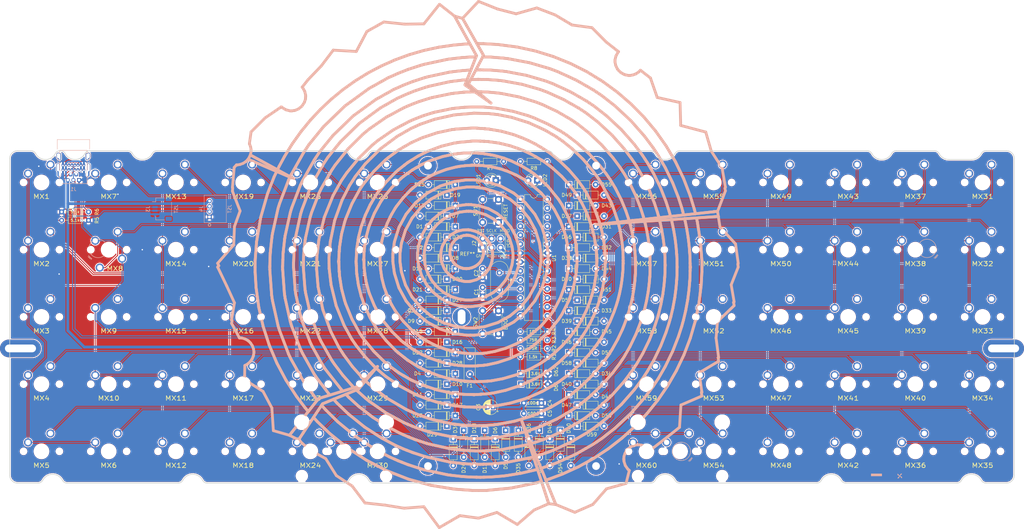
<source format=kicad_pcb>
(kicad_pcb (version 20171130) (host pcbnew 5.1.7)
  (title_block (date 2021-11-18) (rev 1.5))
  (layers (0 F.Cu signal) (31 B.Cu signal) (34 B.Paste user) (35 F.Paste user) (36 B.SilkS user) (37 F.SilkS user) (38 B.Mask user) (39 F.Mask user) (44 Edge.Cuts user))
  (net 0 "")
  (net 1 +5V)
  (net 2 GND)
  (net 3 /ROW0)
  (net 4 /ROW1)
  (net 5 /ROW2)
  (net 6 /ROW3)
  (net 7 /ROW4)
  (net 8 /ROW5)
  (net 9 /RESET)
  (net 10 "Net-(LED1-Pad2)")
  (net 11 /USB_D+)
  (net 12 /USB_D-)
  (net 13 /COL3)
  (net 14 /COL0)
  (net 15 /COL1)
  (net 16 /COL2)
  (net 17 /COL4)
  (net 18 /COL5)
  (net 19 /COL6)
  (net 20 /COL7)
  (net 21 /COL8)
  (net 22 "Net-(C1-Pad1)")
  (net 23 "Net-(C2-Pad1)")
  (net 24 "Net-(F1-Pad1)")
  (net 25 "Net-(D1-Pad2)")
  (net 26 "Net-(D2-Pad2)")
  (net 27 "Net-(D3-Pad2)")
  (net 28 "Net-(D4-Pad2)")
  (net 29 "Net-(D5-Pad2)")
  (net 30 "Net-(D6-Pad2)")
  (net 31 "Net-(D7-Pad2)")
  (net 32 "Net-(D8-Pad2)")
  (net 33 "Net-(D9-Pad2)")
  (net 34 "Net-(D10-Pad2)")
  (net 35 "Net-(D11-Pad2)")
  (net 36 "Net-(D12-Pad2)")
  (net 37 "Net-(D13-Pad2)")
  (net 38 "Net-(D14-Pad2)")
  (net 39 "Net-(D15-Pad2)")
  (net 40 "Net-(D16-Pad2)")
  (net 41 "Net-(D17-Pad2)")
  (net 42 "Net-(D19-Pad2)")
  (net 43 "Net-(D20-Pad2)")
  (net 44 "Net-(D21-Pad2)")
  (net 45 "Net-(D22-Pad2)")
  (net 46 "Net-(D23-Pad2)")
  (net 47 "Net-(D24-Pad2)")
  (net 48 "Net-(D25-Pad2)")
  (net 49 "Net-(D26-Pad2)")
  (net 50 "Net-(D28-Pad2)")
  (net 51 "Net-(D29-Pad2)")
  (net 52 "Net-(D31-Pad2)")
  (net 53 "Net-(D32-Pad2)")
  (net 54 "Net-(D33-Pad2)")
  (net 55 "Net-(D34-Pad2)")
  (net 56 "Net-(D35-Pad2)")
  (net 57 "Net-(D36-Pad2)")
  (net 58 "Net-(D37-Pad2)")
  (net 59 "Net-(D38-Pad2)")
  (net 60 "Net-(D39-Pad2)")
  (net 61 "Net-(D40-Pad2)")
  (net 62 "Net-(D44-Pad2)")
  (net 63 "Net-(D45-Pad2)")
  (net 64 "Net-(D46-Pad2)")
  (net 65 "Net-(D47-Pad2)")
  (net 66 "Net-(D49-Pad2)")
  (net 67 "Net-(D50-Pad2)")
  (net 68 "Net-(D51-Pad2)")
  (net 69 "Net-(D52-Pad2)")
  (net 70 "Net-(D53-Pad2)")
  (net 71 "Net-(D54-Pad2)")
  (net 72 "Net-(D55-Pad2)")
  (net 73 "Net-(D56-Pad2)")
  (net 74 "Net-(D57-Pad2)")
  (net 75 "Net-(D58-Pad2)")
  (net 76 "Net-(D59-Pad2)")
  (net 77 "Net-(D41-Pad2)")
  (net 78 "Net-(D42-Pad2)")
  (net 79 "Net-(D43-Pad2)")
  (net 80 "Net-(D48-Pad2)")
  (net 81 "Net-(LED2-Pad2)")
  (net 82 /LED1)
  (net 83 /LED2)
  (net 84 "Net-(D18-Pad2)")
  (net 85 "Net-(D27-Pad2)")
  (net 86 /COL9)
  (net 87 "Net-(2u_MX30-Pad1)")
  (net 88 "Net-(2u_MX60-Pad1)")
  (net 89 "Net-(J1-PadCC2)")
  (net 90 "Net-(J1-PadCC1)")
  (net 91 "Net-(D61-Pad1)")
  (net 92 "Net-(D62-Pad1)")
  (module lumberjack:MX_NTHSTH (layer F.Cu) (at 38.100032 83.34382 180)
    (fp_text reference MX8 (at -1.775 -5.35 180) (layer F.SilkS) (effects (font (size 1.27 1.524) (thickness 0.2032))))
    (fp_text value SW_Push hide)
    (pad 2 thru_hole circle (at 3.81 2.54) (size 2.286 2.286) (drill 1.4986) (layers *.Cu *.Mask) (net 15 /COL1))
    (pad 1 thru_hole circle (at -2.54 5.08) (size 2.286 2.286) (drill 1.4986) (layers *.Cu *.Mask) (net 32 "Net-(D8-Pad2)"))
    (pad 1 thru_hole circle (at 2.54 -5.08 180) (size 2.286 2.286) (drill 1.4986) (layers *.Cu *.Mask) (net 32 "Net-(D8-Pad2)"))
    (pad 2 thru_hole circle (at -3.81 -2.54 180) (size 2.286 2.286) (drill 1.4986) (layers *.Cu *.Mask) (net 15 /COL1))
    (pad "" np_thru_hole circle (at 0 0 180) (size 3.9878 3.9878) (drill 3.9878) (layers *.Cu *.Mask))
    (pad "" np_thru_hole circle (at -5.08 0 180) (size 1.7018 1.7018) (drill 1.7018) (layers *.Cu *.Mask))
    (pad "" np_thru_hole circle (at 5.08 0 180) (size 1.7018 1.7018) (drill 1.7018) (layers *.Cu *.Mask))
  )
  (module lumberjack:Lumberjack (layer B.Cu) (at 238.125 92.86875 180)
    (fp_text reference REF** hide)
    (fp_text value Lumberjack)
  )
  (module lumberjack:OSHW (layer B.Cu) (at 257.175 92.86875 180)
    (fp_text reference REF** hide)
    (fp_text value OSHW hide)
  )
  (module lumberjack:Flags (layer B.Cu) (at 255.778 147.574 180)
    (fp_text reference REF** hide)
    (fp_text value flags)
  )
  (module lumberjack:wood (layer F.Cu) (at 139.779375 84.058125)
    (fp_text reference REF** (at 0 0.5) (layer F.SilkS))
    (fp_text value Wood)
  )
  (module lumberjack:USB_Hybrid (layer B.Cu) (at 25.128 60.86)
    (fp_text reference J1 (at 2.975 5.334) (layer B.SilkS) (effects (justify mirror)))
    (fp_text value USB)
    (pad D+ thru_hole circle (at 2.972 2.75 180) (size 1.1 1.1) (drill 0.7) (layers *.Cu *.Mask) (net 91 "Net-(D61-Pad1)"))
    (pad "" thru_hole oval (at 3.772 1 180) (size 1.1 1.1) (drill 0.7 (offset 0 -0.2)) (layers *.Cu *.Mask) (clearance 0.14))
    (pad V+ thru_hole circle (at 1.372 2.75 180) (size 1.1 1.1) (drill 0.7) (layers *.Cu *.Mask) (net 24 "Net-(F1-Pad1)"))
    (pad GND thru_hole rect (at 4.572 2.75 180) (size 1.1 1.1) (drill 0.7) (layers *.Cu *.Mask) (net 2 GND))
    (pad S2 thru_hole oval (at 6.872 0.79 180) (size 0.85 2) (drill oval 0.45 1.6 (offset -0.2 0)) (layers *.Cu *.Mask))
    (pad D- thru_hole oval (at 2.172 1 180) (size 1.1 1.1) (drill 0.7 (offset 0 -0.2)) (layers *.Cu *.Mask) (net 92 "Net-(D62-Pad1)") (clearance 0.14))
    (pad S3 thru_hole oval (at -0.928 -3.91 180) (size 0.85 2) (drill oval 0.45 1.6) (layers *.Cu *.Mask))
    (pad S4 thru_hole oval (at 6.872 -3.91 180) (size 0.85 2) (drill oval 0.45 1.6) (layers *.Cu *.Mask))
    (pad S1 thru_hole oval (at -0.928 0.79 180) (size 0.85 2) (drill oval 0.45 1.6 (offset 0.2 0)) (layers *.Cu *.Mask))
    (pad S4 thru_hole oval (at 7.3 -4.15) (size 0.9 1.7) (drill oval 0.6 1.4) (layers *.Cu *.Mask))
    (pad S3 thru_hole oval (at -1.35 -4.15) (size 0.9 1.7) (drill oval 0.6 1.4) (layers *.Cu *.Mask))
    (pad S2 thru_hole oval (at 7.3 -0.77) (size 0.9 2.4) (drill oval 0.6 2.1) (layers *.Cu *.Mask))
    (pad S1 thru_hole oval (at -1.35 -0.77) (size 0.9 2.4) (drill oval 0.6 2.1) (layers *.Cu *.Mask))
    (pad D+ thru_hole oval (at 3.4 -1.35) (size 0.7 1) (drill 0.4 (offset 0 -0.15)) (layers *.Cu *.Mask) (net 91 "Net-(D61-Pad1)") (clearance 0.07))
    (pad GND thru_hole oval (at 5.95 -1.35) (size 0.7 1) (drill 0.4 (offset 0 -0.15)) (layers *.Cu *.Mask) (net 2 GND) (clearance 0.07))
    (pad V+ thru_hole oval (at 5.1 -1.35) (size 0.7 1) (drill 0.4 (offset 0 -0.15)) (layers *.Cu *.Mask) (net 24 "Net-(F1-Pad1)") (clearance 0.07))
    (pad CC2 thru_hole oval (at 4.25 -1.35) (size 0.7 1) (drill 0.4 (offset 0 -0.15)) (layers *.Cu *.Mask) (net 89 "Net-(J1-PadCC2)") (clearance 0.07))
    (pad GND thru_hole oval (at 0 -1.35) (size 0.7 1) (drill 0.4 (offset 0 -0.15)) (layers *.Cu *.Mask) (net 2 GND) (clearance 0.07))
    (pad "" thru_hole oval (at 1.7 -1.35) (size 0.7 1) (drill 0.4 (offset 0 -0.15)) (layers *.Cu *.Mask) (clearance 0.07))
    (pad D- thru_hole oval (at 2.55 -1.35) (size 0.7 1) (drill 0.4 (offset 0 -0.15)) (layers *.Cu *.Mask) (net 92 "Net-(D62-Pad1)") (clearance 0.07))
    (pad V+ thru_hole oval (at 0.85 -1.35) (size 0.7 1) (drill 0.4 (offset 0 -0.15)) (layers *.Cu *.Mask) (net 24 "Net-(F1-Pad1)") (clearance 0.07))
    (pad GND thru_hole oval (at 5.95 0) (size 0.7 1) (drill 0.4 (offset 0 -0.15)) (layers *.Cu *.Mask) (net 2 GND) (clearance 0.07))
    (pad V+ thru_hole oval (at 5.1 0) (size 0.7 1) (drill 0.4 (offset 0 -0.15)) (layers *.Cu *.Mask) (net 24 "Net-(F1-Pad1)") (clearance 0.07))
    (pad "" thru_hole oval (at 4.25 0) (size 0.7 0.9) (drill 0.4 (offset 0 -0.2)) (layers *.Cu *.Mask) (clearance 0.07))
    (pad D- thru_hole oval (at 3.4 0) (size 0.7 0.9) (drill 0.4 (offset 0 -0.2)) (layers *.Cu *.Mask) (net 92 "Net-(D62-Pad1)") (clearance 0.07))
    (pad D+ thru_hole oval (at 2.55 0) (size 0.7 0.9) (drill 0.4 (offset 0 -0.2)) (layers *.Cu *.Mask) (net 91 "Net-(D61-Pad1)") (clearance 0.07))
    (pad CC1 thru_hole oval (at 1.7 0) (size 0.7 0.9) (drill 0.4 (offset 0 -0.2)) (layers *.Cu *.Mask) (net 90 "Net-(J1-PadCC1)") (clearance 0.07))
    (pad V+ thru_hole oval (at 0.85 0) (size 0.7 1) (drill 0.4 (offset 0 -0.15)) (layers *.Cu *.Mask) (net 24 "Net-(F1-Pad1)") (clearance 0.07))
    (pad GND thru_hole oval (at 0 0) (size 0.7 1) (drill 0.4 (offset 0 -0.15)) (layers *.Cu *.Mask) (net 2 GND) (clearance 0.07))
  )
  (module lumberjack:MX (layer F.Cu) (at 38.100032 64.293804)
    (fp_text reference MX7 (at 0 4 180) (layer F.SilkS) (effects (font (size 1.27 1.524) (thickness 0.2032))))
    (fp_text value SW_Push hide)
    (pad "" np_thru_hole circle (at 5.08 0) (size 1.7018 1.7018) (drill 1.7018) (layers *.Cu *.Mask))
    (pad "" np_thru_hole circle (at -5.08 0) (size 1.7018 1.7018) (drill 1.7018) (layers *.Cu *.Mask))
    (pad "" np_thru_hole circle (at 0 0) (size 3.9878 3.9878) (drill 3.9878) (layers *.Cu *.Mask))
    (pad 2 thru_hole circle (at -3.81 -2.54) (size 2.286 2.286) (drill 1.4986) (layers *.Cu *.Mask) (net 15 /COL1))
    (pad 1 thru_hole circle (at 2.54 -5.08) (size 2.286 2.286) (drill 1.4986) (layers *.Cu *.Mask) (net 31 "Net-(D7-Pad2)"))
  )
  (module Resistor_THT:R_Axial_DIN0204_L3.6mm_D1.6mm_P7.62mm_Horizontal (layer F.Cu) (at 162.40138 106.561027 180)
    (fp_text reference R4 (at -1.905008 0 90) (layer F.SilkS))
    (fp_text value 10k (at 4.048122 0) (layer F.SilkS) (effects (font (size 0.8 0.8))))
    (pad 2 thru_hole oval (at 7.62 0 180) (size 1.4 1.4) (drill 0.7) (layers *.Cu *.Mask) (net 9 /RESET))
    (pad 1 thru_hole circle (at 0 0 180) (size 1.4 1.4) (drill 0.7) (layers *.Cu *.Mask) (net 1 +5V))
  )
  (module Resistor_THT:R_Axial_DIN0204_L3.6mm_D1.6mm_P7.62mm_Horizontal (layer F.Cu) (at 154.78138 108.942279)
    (fp_text reference R3 (at 9.525008 0 90) (layer F.SilkS))
    (fp_text value 75R (at 3.571878 0) (layer F.SilkS) (effects (font (size 0.8 0.8))))
    (pad 2 thru_hole oval (at 7.62 0) (size 1.4 1.4) (drill 0.7) (layers *.Cu *.Mask) (net 12 /USB_D-))
    (pad 1 thru_hole circle (at 0 0) (size 1.4 1.4) (drill 0.7) (layers *.Cu *.Mask) (net 92 "Net-(D62-Pad1)"))
  )
  (module Fuse:Fuse_Bourns_MF-RHT100 (layer F.Cu) (at 140.493868 116.086035 270)
    (fp_text reference F1 (at 5.794382 0.087313) (layer F.SilkS))
    (fp_text value 100mA)
    (pad 1 thru_hole circle (at -2.54 0 270) (size 1.71 1.71) (drill 0.71) (layers *.Cu *.Mask) (net 24 "Net-(F1-Pad1)"))
    (pad 2 thru_hole circle (at 2.54 0 270) (size 1.71 1.71) (drill 0.71) (layers *.Cu *.Mask) (net 1 +5V))
  )
  (module Diode_THT:D_DO-35_SOD27_P7.62mm_Horizontal (layer F.Cu) (at 144.661059 134.540738 270)
    (fp_text reference D12 (at 10.715634 0 90) (layer F.SilkS))
    (fp_text value 1N4148)
    (pad 1 thru_hole rect (at 0 0 270) (size 1.6 1.6) (drill 0.8) (layers *.Cu *.Mask) (net 8 /ROW5))
    (pad 2 thru_hole oval (at 7.62 0 270) (size 1.6 1.6) (drill 0.8) (layers *.Cu *.Mask) (net 36 "Net-(D12-Pad2)"))
  )
  (module Diode_THT:D_DO-35_SOD27_P7.62mm_Horizontal (layer F.Cu) (at 136.326677 118.467287 180)
    (fp_text reference D4 (at 10.715634 0) (layer F.SilkS))
    (fp_text value 1N4148)
    (pad 1 thru_hole rect (at 0 0 180) (size 1.6 1.6) (drill 0.8) (layers *.Cu *.Mask) (net 6 /ROW3))
    (pad 2 thru_hole oval (at 7.62 0 180) (size 1.6 1.6) (drill 0.8) (layers *.Cu *.Mask) (net 28 "Net-(D4-Pad2)"))
  )
  (module lumberjack:MX (layer F.Cu) (at 114.300096 102.393836)
    (fp_text reference MX28 (at 0 4) (layer F.SilkS) (effects (font (size 1.27 1.524) (thickness 0.2032))))
    (fp_text value SW_Push hide)
    (pad "" np_thru_hole circle (at 5.08 0) (size 1.7018 1.7018) (drill 1.7018) (layers *.Cu *.Mask))
    (pad "" np_thru_hole circle (at -5.08 0) (size 1.7018 1.7018) (drill 1.7018) (layers *.Cu *.Mask))
    (pad "" np_thru_hole circle (at 0 0) (size 3.9878 3.9878) (drill 3.9878) (layers *.Cu *.Mask))
    (pad 2 thru_hole circle (at -3.81 -2.54) (size 2.286 2.286) (drill 1.4986) (layers *.Cu *.Mask) (net 17 /COL4))
    (pad 1 thru_hole circle (at 2.54 -5.08) (size 2.286 2.286) (drill 1.4986) (layers *.Cu *.Mask) (net 50 "Net-(D28-Pad2)"))
  )
  (module lumberjack:MountingSlot_M2 (layer F.Cu) (at 138.112616 102.393836 90)
    (fp_text reference H7 hide)
    (fp_text value M2)
    (pad "" np_thru_hole circle (at 0 0 90) (size 5 5) (drill oval 4.2 2.2) (layers *.Cu *.Mask))
  )
  (module lumberjack:MX (layer F.Cu) (at 285.75024 83.34382)
    (fp_text reference MX32 (at 0 4) (layer F.SilkS) (effects (font (size 1.27 1.524) (thickness 0.2032))))
    (fp_text value SW_Push hide)
    (pad "" np_thru_hole circle (at 5.08 0) (size 1.7018 1.7018) (drill 1.7018) (layers *.Cu *.Mask))
    (pad "" np_thru_hole circle (at -5.08 0) (size 1.7018 1.7018) (drill 1.7018) (layers *.Cu *.Mask))
    (pad "" np_thru_hole circle (at 0 0) (size 3.9878 3.9878) (drill 3.9878) (layers *.Cu *.Mask))
    (pad 2 thru_hole circle (at -3.81 -2.54) (size 2.286 2.286) (drill 1.4986) (layers *.Cu *.Mask) (net 18 /COL5))
    (pad 1 thru_hole circle (at 2.54 -5.08) (size 2.286 2.286) (drill 1.4986) (layers *.Cu *.Mask) (net 53 "Net-(D32-Pad2)"))
  )
  (module Diode_THT:D_DO-35_SOD27_P7.62mm_Horizontal (layer F.Cu) (at 168.473579 118.467287)
    (fp_text reference D34 (at 10.715634 0) (layer F.SilkS))
    (fp_text value 1N4148)
    (pad 1 thru_hole rect (at 0 0) (size 1.6 1.6) (drill 0.8) (layers *.Cu *.Mask) (net 6 /ROW3))
    (pad 2 thru_hole oval (at 7.62 0) (size 1.6 1.6) (drill 0.8) (layers *.Cu *.Mask) (net 55 "Net-(D34-Pad2)"))
  )
  (module Diode_THT:D_DO-35_SOD27_P7.62mm_Horizontal (layer F.Cu) (at 170.854831 73.818812)
    (fp_text reference D37 (at -2.976565 0) (layer F.SilkS))
    (fp_text value 1N4148)
    (pad 1 thru_hole rect (at 0 0) (size 1.6 1.6) (drill 0.8) (layers *.Cu *.Mask) (net 3 /ROW0))
    (pad 2 thru_hole oval (at 7.62 0) (size 1.6 1.6) (drill 0.8) (layers *.Cu *.Mask) (net 58 "Net-(D37-Pad2)"))
  )
  (module Diode_THT:D_DO-35_SOD27_P7.62mm_Horizontal (layer F.Cu) (at 133.945425 67.865682 180)
    (fp_text reference D19 (at -2.381252 0) (layer F.SilkS))
    (fp_text value 1N4148)
    (pad 2 thru_hole oval (at 7.62 0 180) (size 1.6 1.6) (drill 0.8) (layers *.Cu *.Mask) (net 42 "Net-(D19-Pad2)"))
    (pad 1 thru_hole rect (at 0 0 180) (size 1.6 1.6) (drill 0.8) (layers *.Cu *.Mask) (net 3 /ROW0))
  )
  (module lumberjack:MX (layer F.Cu) (at 228.600192 121.443852)
    (fp_text reference MX47 (at 0 4) (layer F.SilkS) (effects (font (size 1.27 1.524) (thickness 0.2032))))
    (fp_text value SW_Push hide)
    (pad "" np_thru_hole circle (at 5.08 0) (size 1.7018 1.7018) (drill 1.7018) (layers *.Cu *.Mask))
    (pad "" np_thru_hole circle (at -5.08 0) (size 1.7018 1.7018) (drill 1.7018) (layers *.Cu *.Mask))
    (pad "" np_thru_hole circle (at 0 0) (size 3.9878 3.9878) (drill 3.9878) (layers *.Cu *.Mask))
    (pad 2 thru_hole circle (at -3.81 -2.54) (size 2.286 2.286) (drill 1.4986) (layers *.Cu *.Mask) (net 20 /COL7))
    (pad 1 thru_hole circle (at 2.54 -5.08) (size 2.286 2.286) (drill 1.4986) (layers *.Cu *.Mask) (net 65 "Net-(D47-Pad2)"))
  )
  (module lumberjack:MX (layer F.Cu) (at 247.650208 83.34382)
    (fp_text reference MX44 (at 0 4) (layer F.SilkS) (effects (font (size 1.27 1.524) (thickness 0.2032))))
    (fp_text value SW_Push hide)
    (pad "" np_thru_hole circle (at 5.08 0) (size 1.7018 1.7018) (drill 1.7018) (layers *.Cu *.Mask))
    (pad "" np_thru_hole circle (at -5.08 0) (size 1.7018 1.7018) (drill 1.7018) (layers *.Cu *.Mask))
    (pad "" np_thru_hole circle (at 0 0) (size 3.9878 3.9878) (drill 3.9878) (layers *.Cu *.Mask))
    (pad 2 thru_hole circle (at -3.81 -2.54) (size 2.286 2.286) (drill 1.4986) (layers *.Cu *.Mask) (net 20 /COL7))
    (pad 1 thru_hole circle (at 2.54 -5.08) (size 2.286 2.286) (drill 1.4986) (layers *.Cu *.Mask) (net 62 "Net-(D44-Pad2)"))
  )
  (module lumberjack:MX (layer F.Cu) (at 247.650208 64.293804)
    (fp_text reference MX43 (at 0 4) (layer F.SilkS) (effects (font (size 1.27 1.524) (thickness 0.2032))))
    (fp_text value SW_Push hide)
    (pad "" np_thru_hole circle (at 5.08 0) (size 1.7018 1.7018) (drill 1.7018) (layers *.Cu *.Mask))
    (pad "" np_thru_hole circle (at -5.08 0) (size 1.7018 1.7018) (drill 1.7018) (layers *.Cu *.Mask))
    (pad "" np_thru_hole circle (at 0 0) (size 3.9878 3.9878) (drill 3.9878) (layers *.Cu *.Mask))
    (pad 2 thru_hole circle (at -3.81 -2.54) (size 2.286 2.286) (drill 1.4986) (layers *.Cu *.Mask) (net 20 /COL7))
    (pad 1 thru_hole circle (at 2.54 -5.08) (size 2.286 2.286) (drill 1.4986) (layers *.Cu *.Mask) (net 79 "Net-(D43-Pad2)"))
  )
  (module lumberjack:MX (layer F.Cu) (at 266.700224 83.34382)
    (fp_text reference MX38 (at 0 4) (layer F.SilkS) (effects (font (size 1.27 1.524) (thickness 0.2032))))
    (fp_text value SW_Push hide)
    (pad "" np_thru_hole circle (at 5.08 0) (size 1.7018 1.7018) (drill 1.7018) (layers *.Cu *.Mask))
    (pad "" np_thru_hole circle (at -5.08 0) (size 1.7018 1.7018) (drill 1.7018) (layers *.Cu *.Mask))
    (pad "" np_thru_hole circle (at 0 0) (size 3.9878 3.9878) (drill 3.9878) (layers *.Cu *.Mask))
    (pad 2 thru_hole circle (at -3.81 -2.54) (size 2.286 2.286) (drill 1.4986) (layers *.Cu *.Mask) (net 19 /COL6))
    (pad 1 thru_hole circle (at 2.54 -5.08) (size 2.286 2.286) (drill 1.4986) (layers *.Cu *.Mask) (net 59 "Net-(D38-Pad2)"))
  )
  (module lumberjack:MX (layer F.Cu) (at 247.650208 102.393836)
    (fp_text reference MX45 (at 0 4) (layer F.SilkS) (effects (font (size 1.27 1.524) (thickness 0.2032))))
    (fp_text value SW_Push hide)
    (pad "" np_thru_hole circle (at 5.08 0) (size 1.7018 1.7018) (drill 1.7018) (layers *.Cu *.Mask))
    (pad "" np_thru_hole circle (at -5.08 0) (size 1.7018 1.7018) (drill 1.7018) (layers *.Cu *.Mask))
    (pad "" np_thru_hole circle (at 0 0) (size 3.9878 3.9878) (drill 3.9878) (layers *.Cu *.Mask))
    (pad 2 thru_hole circle (at -3.81 -2.54) (size 2.286 2.286) (drill 1.4986) (layers *.Cu *.Mask) (net 20 /COL7))
    (pad 1 thru_hole circle (at 2.54 -5.08) (size 2.286 2.286) (drill 1.4986) (layers *.Cu *.Mask) (net 63 "Net-(D45-Pad2)"))
  )
  (module lumberjack:MX (layer F.Cu) (at 285.75024 102.393836)
    (fp_text reference MX33 (at 0 4) (layer F.SilkS) (effects (font (size 1.27 1.524) (thickness 0.2032))))
    (fp_text value SW_Push hide)
    (pad "" np_thru_hole circle (at 5.08 0) (size 1.7018 1.7018) (drill 1.7018) (layers *.Cu *.Mask))
    (pad "" np_thru_hole circle (at -5.08 0) (size 1.7018 1.7018) (drill 1.7018) (layers *.Cu *.Mask))
    (pad "" np_thru_hole circle (at 0 0) (size 3.9878 3.9878) (drill 3.9878) (layers *.Cu *.Mask))
    (pad 2 thru_hole circle (at -3.81 -2.54) (size 2.286 2.286) (drill 1.4986) (layers *.Cu *.Mask) (net 18 /COL5))
    (pad 1 thru_hole circle (at 2.54 -5.08) (size 2.286 2.286) (drill 1.4986) (layers *.Cu *.Mask) (net 54 "Net-(D33-Pad2)"))
  )
  (module lumberjack:MX (layer F.Cu) (at 266.700224 102.393836)
    (fp_text reference MX39 (at 0 4) (layer F.SilkS) (effects (font (size 1.27 1.524) (thickness 0.2032))))
    (fp_text value SW_Push hide)
    (pad "" np_thru_hole circle (at 5.08 0) (size 1.7018 1.7018) (drill 1.7018) (layers *.Cu *.Mask))
    (pad "" np_thru_hole circle (at -5.08 0) (size 1.7018 1.7018) (drill 1.7018) (layers *.Cu *.Mask))
    (pad "" np_thru_hole circle (at 0 0) (size 3.9878 3.9878) (drill 3.9878) (layers *.Cu *.Mask))
    (pad 2 thru_hole circle (at -3.81 -2.54) (size 2.286 2.286) (drill 1.4986) (layers *.Cu *.Mask) (net 19 /COL6))
    (pad 1 thru_hole circle (at 2.54 -5.08) (size 2.286 2.286) (drill 1.4986) (layers *.Cu *.Mask) (net 60 "Net-(D39-Pad2)"))
  )
  (module lumberjack:MX (layer F.Cu) (at 285.75024 121.443852)
    (fp_text reference MX34 (at 0 4) (layer F.SilkS) (effects (font (size 1.27 1.524) (thickness 0.2032))))
    (fp_text value SW_Push hide)
    (pad "" np_thru_hole circle (at 5.08 0) (size 1.7018 1.7018) (drill 1.7018) (layers *.Cu *.Mask))
    (pad "" np_thru_hole circle (at -5.08 0) (size 1.7018 1.7018) (drill 1.7018) (layers *.Cu *.Mask))
    (pad "" np_thru_hole circle (at 0 0) (size 3.9878 3.9878) (drill 3.9878) (layers *.Cu *.Mask))
    (pad 2 thru_hole circle (at -3.81 -2.54) (size 2.286 2.286) (drill 1.4986) (layers *.Cu *.Mask) (net 18 /COL5))
    (pad 1 thru_hole circle (at 2.54 -5.08) (size 2.286 2.286) (drill 1.4986) (layers *.Cu *.Mask) (net 55 "Net-(D34-Pad2)"))
  )
  (module lumberjack:MX (layer F.Cu) (at 266.700224 121.443852)
    (fp_text reference MX40 (at 0 4) (layer F.SilkS) (effects (font (size 1.27 1.524) (thickness 0.2032))))
    (fp_text value SW_Push hide)
    (pad "" np_thru_hole circle (at 5.08 0) (size 1.7018 1.7018) (drill 1.7018) (layers *.Cu *.Mask))
    (pad "" np_thru_hole circle (at -5.08 0) (size 1.7018 1.7018) (drill 1.7018) (layers *.Cu *.Mask))
    (pad "" np_thru_hole circle (at 0 0) (size 3.9878 3.9878) (drill 3.9878) (layers *.Cu *.Mask))
    (pad 2 thru_hole circle (at -3.81 -2.54) (size 2.286 2.286) (drill 1.4986) (layers *.Cu *.Mask) (net 19 /COL6))
    (pad 1 thru_hole circle (at 2.54 -5.08) (size 2.286 2.286) (drill 1.4986) (layers *.Cu *.Mask) (net 61 "Net-(D40-Pad2)"))
  )
  (module lumberjack:MX (layer F.Cu) (at 228.600192 102.393836)
    (fp_text reference MX46 (at 0 4) (layer F.SilkS) (effects (font (size 1.27 1.524) (thickness 0.2032))))
    (fp_text value SW_Push hide)
    (pad "" np_thru_hole circle (at 5.08 0) (size 1.7018 1.7018) (drill 1.7018) (layers *.Cu *.Mask))
    (pad "" np_thru_hole circle (at -5.08 0) (size 1.7018 1.7018) (drill 1.7018) (layers *.Cu *.Mask))
    (pad "" np_thru_hole circle (at 0 0) (size 3.9878 3.9878) (drill 3.9878) (layers *.Cu *.Mask))
    (pad 2 thru_hole circle (at -3.81 -2.54) (size 2.286 2.286) (drill 1.4986) (layers *.Cu *.Mask) (net 20 /COL7))
    (pad 1 thru_hole circle (at 2.54 -5.08) (size 2.286 2.286) (drill 1.4986) (layers *.Cu *.Mask) (net 64 "Net-(D46-Pad2)"))
  )
  (module lumberjack:MX (layer F.Cu) (at 209.550176 102.393836)
    (fp_text reference MX52 (at 0 4) (layer F.SilkS) (effects (font (size 1.27 1.524) (thickness 0.2032))))
    (fp_text value SW_Push hide)
    (pad "" np_thru_hole circle (at 5.08 0) (size 1.7018 1.7018) (drill 1.7018) (layers *.Cu *.Mask))
    (pad "" np_thru_hole circle (at -5.08 0) (size 1.7018 1.7018) (drill 1.7018) (layers *.Cu *.Mask))
    (pad "" np_thru_hole circle (at 0 0) (size 3.9878 3.9878) (drill 3.9878) (layers *.Cu *.Mask))
    (pad 2 thru_hole circle (at -3.81 -2.54) (size 2.286 2.286) (drill 1.4986) (layers *.Cu *.Mask) (net 21 /COL8))
    (pad 1 thru_hole circle (at 2.54 -5.08) (size 2.286 2.286) (drill 1.4986) (layers *.Cu *.Mask) (net 69 "Net-(D52-Pad2)"))
  )
  (module lumberjack:MX (layer F.Cu) (at 285.75024 140.493868)
    (fp_text reference MX35 (at 0 4) (layer F.SilkS) (effects (font (size 1.27 1.524) (thickness 0.2032))))
    (fp_text value SW_Push hide)
    (pad "" np_thru_hole circle (at 5.08 0) (size 1.7018 1.7018) (drill 1.7018) (layers *.Cu *.Mask))
    (pad "" np_thru_hole circle (at -5.08 0) (size 1.7018 1.7018) (drill 1.7018) (layers *.Cu *.Mask))
    (pad "" np_thru_hole circle (at 0 0) (size 3.9878 3.9878) (drill 3.9878) (layers *.Cu *.Mask))
    (pad 2 thru_hole circle (at -3.81 -2.54) (size 2.286 2.286) (drill 1.4986) (layers *.Cu *.Mask) (net 18 /COL5))
    (pad 1 thru_hole circle (at 2.54 -5.08) (size 2.286 2.286) (drill 1.4986) (layers *.Cu *.Mask) (net 56 "Net-(D35-Pad2)"))
  )
  (module lumberjack:MX (layer F.Cu) (at 247.650208 121.443852)
    (fp_text reference MX41 (at 0 4) (layer F.SilkS) (effects (font (size 1.27 1.524) (thickness 0.2032))))
    (fp_text value SW_Push hide)
    (pad "" np_thru_hole circle (at 5.08 0) (size 1.7018 1.7018) (drill 1.7018) (layers *.Cu *.Mask))
    (pad "" np_thru_hole circle (at -5.08 0) (size 1.7018 1.7018) (drill 1.7018) (layers *.Cu *.Mask))
    (pad "" np_thru_hole circle (at 0 0) (size 3.9878 3.9878) (drill 3.9878) (layers *.Cu *.Mask))
    (pad 2 thru_hole circle (at -3.81 -2.54) (size 2.286 2.286) (drill 1.4986) (layers *.Cu *.Mask) (net 19 /COL6))
    (pad 1 thru_hole circle (at 2.54 -5.08) (size 2.286 2.286) (drill 1.4986) (layers *.Cu *.Mask) (net 77 "Net-(D41-Pad2)"))
  )
  (module lumberjack:MX (layer F.Cu) (at 209.550176 121.443852)
    (fp_text reference MX53 (at 0 4) (layer F.SilkS) (effects (font (size 1.27 1.524) (thickness 0.2032))))
    (fp_text value SW_Push hide)
    (pad "" np_thru_hole circle (at 5.08 0) (size 1.7018 1.7018) (drill 1.7018) (layers *.Cu *.Mask))
    (pad "" np_thru_hole circle (at -5.08 0) (size 1.7018 1.7018) (drill 1.7018) (layers *.Cu *.Mask))
    (pad "" np_thru_hole circle (at 0 0) (size 3.9878 3.9878) (drill 3.9878) (layers *.Cu *.Mask))
    (pad 2 thru_hole circle (at -3.81 -2.54) (size 2.286 2.286) (drill 1.4986) (layers *.Cu *.Mask) (net 21 /COL8))
    (pad 1 thru_hole circle (at 2.54 -5.08) (size 2.286 2.286) (drill 1.4986) (layers *.Cu *.Mask) (net 70 "Net-(D53-Pad2)"))
  )
  (module lumberjack:MX (layer F.Cu) (at 266.700224 140.493868)
    (fp_text reference MX36 (at 0 4) (layer F.SilkS) (effects (font (size 1.27 1.524) (thickness 0.2032))))
    (fp_text value SW_Push hide)
    (pad "" np_thru_hole circle (at 5.08 0) (size 1.7018 1.7018) (drill 1.7018) (layers *.Cu *.Mask))
    (pad "" np_thru_hole circle (at -5.08 0) (size 1.7018 1.7018) (drill 1.7018) (layers *.Cu *.Mask))
    (pad "" np_thru_hole circle (at 0 0) (size 3.9878 3.9878) (drill 3.9878) (layers *.Cu *.Mask))
    (pad 2 thru_hole circle (at -3.81 -2.54) (size 2.286 2.286) (drill 1.4986) (layers *.Cu *.Mask) (net 18 /COL5))
    (pad 1 thru_hole circle (at 2.54 -5.08) (size 2.286 2.286) (drill 1.4986) (layers *.Cu *.Mask) (net 57 "Net-(D36-Pad2)"))
  )
  (module lumberjack:MX (layer F.Cu) (at 247.650208 140.493868)
    (fp_text reference MX42 (at 0 4) (layer F.SilkS) (effects (font (size 1.27 1.524) (thickness 0.2032))))
    (fp_text value SW_Push hide)
    (pad "" np_thru_hole circle (at 5.08 0) (size 1.7018 1.7018) (drill 1.7018) (layers *.Cu *.Mask))
    (pad "" np_thru_hole circle (at -5.08 0) (size 1.7018 1.7018) (drill 1.7018) (layers *.Cu *.Mask))
    (pad "" np_thru_hole circle (at 0 0) (size 3.9878 3.9878) (drill 3.9878) (layers *.Cu *.Mask))
    (pad 2 thru_hole circle (at -3.81 -2.54) (size 2.286 2.286) (drill 1.4986) (layers *.Cu *.Mask) (net 19 /COL6))
    (pad 1 thru_hole circle (at 2.54 -5.08) (size 2.286 2.286) (drill 1.4986) (layers *.Cu *.Mask) (net 78 "Net-(D42-Pad2)"))
  )
  (module lumberjack:MX (layer F.Cu) (at 228.600192 140.493868)
    (fp_text reference MX48 (at 0 4) (layer F.SilkS) (effects (font (size 1.27 1.524) (thickness 0.2032))))
    (fp_text value SW_Push hide)
    (pad "" np_thru_hole circle (at 5.08 0) (size 1.7018 1.7018) (drill 1.7018) (layers *.Cu *.Mask))
    (pad "" np_thru_hole circle (at -5.08 0) (size 1.7018 1.7018) (drill 1.7018) (layers *.Cu *.Mask))
    (pad "" np_thru_hole circle (at 0 0) (size 3.9878 3.9878) (drill 3.9878) (layers *.Cu *.Mask))
    (pad 2 thru_hole circle (at -3.81 -2.54) (size 2.286 2.286) (drill 1.4986) (layers *.Cu *.Mask) (net 20 /COL7))
    (pad 1 thru_hole circle (at 2.54 -5.08) (size 2.286 2.286) (drill 1.4986) (layers *.Cu *.Mask) (net 80 "Net-(D48-Pad2)"))
  )
  (module lumberjack:MX (layer F.Cu) (at 209.550176 140.493868)
    (fp_text reference MX54 (at 0 4) (layer F.SilkS) (effects (font (size 1.27 1.524) (thickness 0.2032))))
    (fp_text value SW_Push hide)
    (pad 1 thru_hole circle (at 2.54 -5.08) (size 2.286 2.286) (drill 1.4986) (layers *.Cu *.Mask) (net 71 "Net-(D54-Pad2)"))
    (pad 2 thru_hole circle (at -3.81 -2.54) (size 2.286 2.286) (drill 1.4986) (layers *.Cu *.Mask) (net 21 /COL8))
    (pad "" np_thru_hole circle (at 0 0) (size 3.9878 3.9878) (drill 3.9878) (layers *.Cu *.Mask))
    (pad "" np_thru_hole circle (at -5.08 0) (size 1.7018 1.7018) (drill 1.7018) (layers *.Cu *.Mask))
    (pad "" np_thru_hole circle (at 5.08 0) (size 1.7018 1.7018) (drill 1.7018) (layers *.Cu *.Mask))
  )
  (module lumberjack:MX (layer F.Cu) (at 114.300096 64.293804)
    (fp_text reference MX26 (at 0 4) (layer F.SilkS) (effects (font (size 1.27 1.524) (thickness 0.2032))))
    (fp_text value SW_Push hide)
    (pad "" np_thru_hole circle (at 5.08 0) (size 1.7018 1.7018) (drill 1.7018) (layers *.Cu *.Mask))
    (pad "" np_thru_hole circle (at -5.08 0) (size 1.7018 1.7018) (drill 1.7018) (layers *.Cu *.Mask))
    (pad "" np_thru_hole circle (at 0 0) (size 3.9878 3.9878) (drill 3.9878) (layers *.Cu *.Mask))
    (pad 2 thru_hole circle (at -3.81 -2.54) (size 2.286 2.286) (drill 1.4986) (layers *.Cu *.Mask) (net 17 /COL4))
    (pad 1 thru_hole circle (at 2.54 -5.08) (size 2.286 2.286) (drill 1.4986) (layers *.Cu *.Mask) (net 49 "Net-(D26-Pad2)"))
  )
  (module lumberjack:MX (layer F.Cu) (at 114.300096 83.34382)
    (fp_text reference MX27 (at 0 4) (layer F.SilkS) (effects (font (size 1.27 1.524) (thickness 0.2032))))
    (fp_text value SW_Push hide)
    (pad "" np_thru_hole circle (at 5.08 0) (size 1.7018 1.7018) (drill 1.7018) (layers *.Cu *.Mask))
    (pad "" np_thru_hole circle (at -5.08 0) (size 1.7018 1.7018) (drill 1.7018) (layers *.Cu *.Mask))
    (pad "" np_thru_hole circle (at 0 0) (size 3.9878 3.9878) (drill 3.9878) (layers *.Cu *.Mask))
    (pad 2 thru_hole circle (at -3.81 -2.54) (size 2.286 2.286) (drill 1.4986) (layers *.Cu *.Mask) (net 17 /COL4))
    (pad 1 thru_hole circle (at 2.54 -5.08) (size 2.286 2.286) (drill 1.4986) (layers *.Cu *.Mask) (net 85 "Net-(D27-Pad2)"))
  )
  (module lumberjack:MX (layer F.Cu) (at 76.200064 83.34382)
    (fp_text reference MX20 (at 0 4) (layer F.SilkS) (effects (font (size 1.27 1.524) (thickness 0.2032))))
    (fp_text value SW_Push hide)
    (pad "" np_thru_hole circle (at 5.08 0) (size 1.7018 1.7018) (drill 1.7018) (layers *.Cu *.Mask))
    (pad "" np_thru_hole circle (at -5.08 0) (size 1.7018 1.7018) (drill 1.7018) (layers *.Cu *.Mask))
    (pad "" np_thru_hole circle (at 0 0) (size 3.9878 3.9878) (drill 3.9878) (layers *.Cu *.Mask))
    (pad 2 thru_hole circle (at -3.81 -2.54) (size 2.286 2.286) (drill 1.4986) (layers *.Cu *.Mask) (net 13 /COL3))
    (pad 1 thru_hole circle (at 2.54 -5.08) (size 2.286 2.286) (drill 1.4986) (layers *.Cu *.Mask) (net 43 "Net-(D20-Pad2)"))
  )
  (module lumberjack:MX (layer F.Cu) (at 95.25008 140.493868)
    (fp_text reference MX24 (at 0 4) (layer F.SilkS) (effects (font (size 1.27 1.524) (thickness 0.2032))))
    (fp_text value SW_Push hide)
    (pad "" np_thru_hole circle (at 5.08 0) (size 1.7018 1.7018) (drill 1.7018) (layers *.Cu *.Mask))
    (pad "" np_thru_hole circle (at -5.08 0) (size 1.7018 1.7018) (drill 1.7018) (layers *.Cu *.Mask))
    (pad "" np_thru_hole circle (at 0 0) (size 3.9878 3.9878) (drill 3.9878) (layers *.Cu *.Mask))
    (pad 2 thru_hole circle (at -3.81 -2.54) (size 2.286 2.286) (drill 1.4986) (layers *.Cu *.Mask) (net 13 /COL3))
    (pad 1 thru_hole circle (at 2.54 -5.08) (size 2.286 2.286) (drill 1.4986) (layers *.Cu *.Mask) (net 47 "Net-(D24-Pad2)"))
  )
  (module lumberjack:MX (layer F.Cu) (at 57.150048 140.493868)
    (fp_text reference MX12 (at 0 4) (layer F.SilkS) (effects (font (size 1.27 1.524) (thickness 0.2032))))
    (fp_text value SW_Push hide)
    (pad "" np_thru_hole circle (at 5.08 0) (size 1.7018 1.7018) (drill 1.7018) (layers *.Cu *.Mask))
    (pad "" np_thru_hole circle (at -5.08 0) (size 1.7018 1.7018) (drill 1.7018) (layers *.Cu *.Mask))
    (pad "" np_thru_hole circle (at 0 0) (size 3.9878 3.9878) (drill 3.9878) (layers *.Cu *.Mask))
    (pad 2 thru_hole circle (at -3.81 -2.54) (size 2.286 2.286) (drill 1.4986) (layers *.Cu *.Mask) (net 15 /COL1))
    (pad 1 thru_hole circle (at 2.54 -5.08) (size 2.286 2.286) (drill 1.4986) (layers *.Cu *.Mask) (net 36 "Net-(D12-Pad2)"))
  )
  (module lumberjack:MX (layer F.Cu) (at 19.050016 83.34382)
    (fp_text reference MX2 (at 0 4) (layer F.SilkS) (effects (font (size 1.27 1.524) (thickness 0.2032))))
    (fp_text value SW_Push hide)
    (pad "" np_thru_hole circle (at 5.08 0) (size 1.7018 1.7018) (drill 1.7018) (layers *.Cu *.Mask))
    (pad "" np_thru_hole circle (at -5.08 0) (size 1.7018 1.7018) (drill 1.7018) (layers *.Cu *.Mask))
    (pad "" np_thru_hole circle (at 0 0) (size 3.9878 3.9878) (drill 3.9878) (layers *.Cu *.Mask))
    (pad 2 thru_hole circle (at -3.81 -2.54) (size 2.286 2.286) (drill 1.4986) (layers *.Cu *.Mask) (net 14 /COL0))
    (pad 1 thru_hole circle (at 2.54 -5.08) (size 2.286 2.286) (drill 1.4986) (layers *.Cu *.Mask) (net 26 "Net-(D2-Pad2)"))
  )
  (module lumberjack:MountingSlot_M2 (layer F.Cu) (at 13.096886 111.323531)
    (fp_text reference H5 hide)
    (fp_text value M2)
    (pad "" np_thru_hole oval (at 0 0) (size 11.6 5) (drill oval 8.8 2.2) (layers *.Cu *.Mask))
  )
  (module lumberjack:MountingSlot_M2 (layer F.Cu) (at 291.70337 111.323531)
    (fp_text reference H6 hide)
    (fp_text value M2)
    (pad "" np_thru_hole oval (at 0 0) (size 11.6 5) (drill oval 8.8 2.2) (layers *.Cu *.Mask))
  )
  (module lumberjack:MountingHole_M2 (layer F.Cu) (at 128.587608 59.5313)
    (fp_text reference H1 hide)
    (fp_text value M2)
    (pad "" np_thru_hole circle (at 0 0) (size 5 5) (drill 2.2) (layers *.Cu *.Mask))
  )
  (module lumberjack:MountingHole_M2 (layer F.Cu) (at 176.212648 59.5313)
    (fp_text reference H2 hide)
    (fp_text value M2)
    (pad "" np_thru_hole circle (at 0 0) (size 5 5) (drill 2.2) (layers *.Cu *.Mask))
  )
  (module lumberjack:MountingHole_M2 (layer F.Cu) (at 128.587608 144.661059)
    (fp_text reference H3 hide)
    (fp_text value M2)
    (pad "" np_thru_hole circle (at 0 0) (size 5 5) (drill 2.2) (layers *.Cu *.Mask))
  )
  (module lumberjack:MountingHole_M2 (layer F.Cu) (at 176.212648 144.661059)
    (fp_text reference H4 hide)
    (fp_text value M2)
    (pad "" np_thru_hole circle (at 0 0) (size 5 5) (drill 2.2) (layers *.Cu *.Mask))
  )
  (module lumberjack:MX (layer F.Cu) (at 19.049968 64.29375)
    (fp_text reference MX1 (at 0 4) (layer F.SilkS) (effects (font (size 1.27 1.524) (thickness 0.2032))))
    (fp_text value SW_Push hide)
    (pad "" np_thru_hole circle (at 5.08 0) (size 1.7018 1.7018) (drill 1.7018) (layers *.Cu *.Mask))
    (pad "" np_thru_hole circle (at -5.08 0) (size 1.7018 1.7018) (drill 1.7018) (layers *.Cu *.Mask))
    (pad "" np_thru_hole circle (at 0 0) (size 3.9878 3.9878) (drill 3.9878) (layers *.Cu *.Mask))
    (pad 2 thru_hole circle (at -3.81 -2.54) (size 2.286 2.286) (drill 1.4986) (layers *.Cu *.Mask) (net 14 /COL0))
    (pad 1 thru_hole circle (at 2.54 -5.08) (size 2.286 2.286) (drill 1.4986) (layers *.Cu *.Mask) (net 25 "Net-(D1-Pad2)"))
  )
  (module lumberjack:MX (layer F.Cu) (at 57.150048 64.293804)
    (fp_text reference MX13 (at 0 4) (layer F.SilkS) (effects (font (size 1.27 1.524) (thickness 0.2032))))
    (fp_text value SW_Push hide)
    (pad "" np_thru_hole circle (at 5.08 0) (size 1.7018 1.7018) (drill 1.7018) (layers *.Cu *.Mask))
    (pad "" np_thru_hole circle (at -5.08 0) (size 1.7018 1.7018) (drill 1.7018) (layers *.Cu *.Mask))
    (pad "" np_thru_hole circle (at 0 0) (size 3.9878 3.9878) (drill 3.9878) (layers *.Cu *.Mask))
    (pad 2 thru_hole circle (at -3.81 -2.54) (size 2.286 2.286) (drill 1.4986) (layers *.Cu *.Mask) (net 16 /COL2))
    (pad 1 thru_hole circle (at 2.54 -5.08) (size 2.286 2.286) (drill 1.4986) (layers *.Cu *.Mask) (net 37 "Net-(D13-Pad2)"))
  )
  (module lumberjack:MX (layer F.Cu) (at 76.200064 64.293804)
    (fp_text reference MX19 (at 0 4) (layer F.SilkS) (effects (font (size 1.27 1.524) (thickness 0.2032))))
    (fp_text value SW_Push hide)
    (pad "" np_thru_hole circle (at 5.08 0) (size 1.7018 1.7018) (drill 1.7018) (layers *.Cu *.Mask))
    (pad "" np_thru_hole circle (at -5.08 0) (size 1.7018 1.7018) (drill 1.7018) (layers *.Cu *.Mask))
    (pad "" np_thru_hole circle (at 0 0) (size 3.9878 3.9878) (drill 3.9878) (layers *.Cu *.Mask))
    (pad 2 thru_hole circle (at -3.81 -2.54) (size 2.286 2.286) (drill 1.4986) (layers *.Cu *.Mask) (net 13 /COL3))
    (pad 1 thru_hole circle (at 2.54 -5.08) (size 2.286 2.286) (drill 1.4986) (layers *.Cu *.Mask) (net 42 "Net-(D19-Pad2)"))
  )
  (module lumberjack:MX (layer F.Cu) (at 95.25008 64.293804)
    (fp_text reference MX25 (at 0 4) (layer F.SilkS) (effects (font (size 1.27 1.524) (thickness 0.2032))))
    (fp_text value SW_Push hide)
    (pad "" np_thru_hole circle (at 5.08 0) (size 1.7018 1.7018) (drill 1.7018) (layers *.Cu *.Mask))
    (pad "" np_thru_hole circle (at -5.08 0) (size 1.7018 1.7018) (drill 1.7018) (layers *.Cu *.Mask))
    (pad "" np_thru_hole circle (at 0 0) (size 3.9878 3.9878) (drill 3.9878) (layers *.Cu *.Mask))
    (pad 2 thru_hole circle (at -3.81 -2.54) (size 2.286 2.286) (drill 1.4986) (layers *.Cu *.Mask) (net 17 /COL4))
    (pad 1 thru_hole circle (at 2.54 -5.08) (size 2.286 2.286) (drill 1.4986) (layers *.Cu *.Mask) (net 48 "Net-(D25-Pad2)"))
  )
  (module lumberjack:MX (layer F.Cu) (at 285.75024 64.293804)
    (fp_text reference MX31 (at 0 4) (layer F.SilkS) (effects (font (size 1.27 1.524) (thickness 0.2032))))
    (fp_text value SW_Push hide)
    (pad "" np_thru_hole circle (at 5.08 0) (size 1.7018 1.7018) (drill 1.7018) (layers *.Cu *.Mask))
    (pad "" np_thru_hole circle (at -5.08 0) (size 1.7018 1.7018) (drill 1.7018) (layers *.Cu *.Mask))
    (pad "" np_thru_hole circle (at 0 0) (size 3.9878 3.9878) (drill 3.9878) (layers *.Cu *.Mask))
    (pad 2 thru_hole circle (at -3.81 -2.54) (size 2.286 2.286) (drill 1.4986) (layers *.Cu *.Mask) (net 18 /COL5))
    (pad 1 thru_hole circle (at 2.54 -5.08) (size 2.286 2.286) (drill 1.4986) (layers *.Cu *.Mask) (net 52 "Net-(D31-Pad2)"))
  )
  (module lumberjack:MX (layer F.Cu) (at 266.700224 64.293804)
    (fp_text reference MX37 (at 0 4) (layer F.SilkS) (effects (font (size 1.27 1.524) (thickness 0.2032))))
    (fp_text value SW_Push hide)
    (pad "" np_thru_hole circle (at 5.08 0) (size 1.7018 1.7018) (drill 1.7018) (layers *.Cu *.Mask))
    (pad "" np_thru_hole circle (at -5.08 0) (size 1.7018 1.7018) (drill 1.7018) (layers *.Cu *.Mask))
    (pad "" np_thru_hole circle (at 0 0) (size 3.9878 3.9878) (drill 3.9878) (layers *.Cu *.Mask))
    (pad 2 thru_hole circle (at -3.81 -2.54) (size 2.286 2.286) (drill 1.4986) (layers *.Cu *.Mask) (net 19 /COL6))
    (pad 1 thru_hole circle (at 2.54 -5.08) (size 2.286 2.286) (drill 1.4986) (layers *.Cu *.Mask) (net 58 "Net-(D37-Pad2)"))
  )
  (module lumberjack:MX (layer F.Cu) (at 228.600192 64.293804)
    (fp_text reference MX49 (at 0 4) (layer F.SilkS) (effects (font (size 1.27 1.524) (thickness 0.2032))))
    (fp_text value SW_Push hide)
    (pad "" np_thru_hole circle (at 5.08 0) (size 1.7018 1.7018) (drill 1.7018) (layers *.Cu *.Mask))
    (pad "" np_thru_hole circle (at -5.08 0) (size 1.7018 1.7018) (drill 1.7018) (layers *.Cu *.Mask))
    (pad "" np_thru_hole circle (at 0 0) (size 3.9878 3.9878) (drill 3.9878) (layers *.Cu *.Mask))
    (pad 2 thru_hole circle (at -3.81 -2.54) (size 2.286 2.286) (drill 1.4986) (layers *.Cu *.Mask) (net 21 /COL8))
    (pad 1 thru_hole circle (at 2.54 -5.08) (size 2.286 2.286) (drill 1.4986) (layers *.Cu *.Mask) (net 66 "Net-(D49-Pad2)"))
  )
  (module lumberjack:MX (layer F.Cu) (at 57.150048 83.34382)
    (fp_text reference MX14 (at 0 4) (layer F.SilkS) (effects (font (size 1.27 1.524) (thickness 0.2032))))
    (fp_text value SW_Push hide)
    (pad "" np_thru_hole circle (at 5.08 0) (size 1.7018 1.7018) (drill 1.7018) (layers *.Cu *.Mask))
    (pad "" np_thru_hole circle (at -5.08 0) (size 1.7018 1.7018) (drill 1.7018) (layers *.Cu *.Mask))
    (pad "" np_thru_hole circle (at 0 0) (size 3.9878 3.9878) (drill 3.9878) (layers *.Cu *.Mask))
    (pad 2 thru_hole circle (at -3.81 -2.54) (size 2.286 2.286) (drill 1.4986) (layers *.Cu *.Mask) (net 16 /COL2))
    (pad 1 thru_hole circle (at 2.54 -5.08) (size 2.286 2.286) (drill 1.4986) (layers *.Cu *.Mask) (net 38 "Net-(D14-Pad2)"))
  )
  (module lumberjack:MX (layer F.Cu) (at 228.600192 83.34382)
    (fp_text reference MX50 (at 0 4) (layer F.SilkS) (effects (font (size 1.27 1.524) (thickness 0.2032))))
    (fp_text value SW_Push hide)
    (pad "" np_thru_hole circle (at 5.08 0) (size 1.7018 1.7018) (drill 1.7018) (layers *.Cu *.Mask))
    (pad "" np_thru_hole circle (at -5.08 0) (size 1.7018 1.7018) (drill 1.7018) (layers *.Cu *.Mask))
    (pad "" np_thru_hole circle (at 0 0) (size 3.9878 3.9878) (drill 3.9878) (layers *.Cu *.Mask))
    (pad 2 thru_hole circle (at -3.81 -2.54) (size 2.286 2.286) (drill 1.4986) (layers *.Cu *.Mask) (net 21 /COL8))
    (pad 1 thru_hole circle (at 2.54 -5.08) (size 2.286 2.286) (drill 1.4986) (layers *.Cu *.Mask) (net 67 "Net-(D50-Pad2)"))
  )
  (module lumberjack:MX (layer F.Cu) (at 19.050016 102.393836)
    (fp_text reference MX3 (at 0 4) (layer F.SilkS) (effects (font (size 1.27 1.524) (thickness 0.2032))))
    (fp_text value SW_Push hide)
    (pad "" np_thru_hole circle (at 5.08 0) (size 1.7018 1.7018) (drill 1.7018) (layers *.Cu *.Mask))
    (pad "" np_thru_hole circle (at -5.08 0) (size 1.7018 1.7018) (drill 1.7018) (layers *.Cu *.Mask))
    (pad "" np_thru_hole circle (at 0 0) (size 3.9878 3.9878) (drill 3.9878) (layers *.Cu *.Mask))
    (pad 2 thru_hole circle (at -3.81 -2.54) (size 2.286 2.286) (drill 1.4986) (layers *.Cu *.Mask) (net 14 /COL0))
    (pad 1 thru_hole circle (at 2.54 -5.08) (size 2.286 2.286) (drill 1.4986) (layers *.Cu *.Mask) (net 27 "Net-(D3-Pad2)"))
  )
  (module lumberjack:MX (layer F.Cu) (at 38.100032 102.393836)
    (fp_text reference MX9 (at 0 4) (layer F.SilkS) (effects (font (size 1.27 1.524) (thickness 0.2032))))
    (fp_text value SW_Push hide)
    (pad "" np_thru_hole circle (at 5.08 0) (size 1.7018 1.7018) (drill 1.7018) (layers *.Cu *.Mask))
    (pad "" np_thru_hole circle (at -5.08 0) (size 1.7018 1.7018) (drill 1.7018) (layers *.Cu *.Mask))
    (pad "" np_thru_hole circle (at 0 0) (size 3.9878 3.9878) (drill 3.9878) (layers *.Cu *.Mask))
    (pad 2 thru_hole circle (at -3.81 -2.54) (size 2.286 2.286) (drill 1.4986) (layers *.Cu *.Mask) (net 15 /COL1))
    (pad 1 thru_hole circle (at 2.54 -5.08) (size 2.286 2.286) (drill 1.4986) (layers *.Cu *.Mask) (net 33 "Net-(D9-Pad2)"))
  )
  (module lumberjack:MX (layer F.Cu) (at 57.150048 102.393836)
    (fp_text reference MX15 (at 0 4) (layer F.SilkS) (effects (font (size 1.27 1.524) (thickness 0.2032))))
    (fp_text value SW_Push hide)
    (pad "" np_thru_hole circle (at 5.08 0) (size 1.7018 1.7018) (drill 1.7018) (layers *.Cu *.Mask))
    (pad "" np_thru_hole circle (at -5.08 0) (size 1.7018 1.7018) (drill 1.7018) (layers *.Cu *.Mask))
    (pad "" np_thru_hole circle (at 0 0) (size 3.9878 3.9878) (drill 3.9878) (layers *.Cu *.Mask))
    (pad 2 thru_hole circle (at -3.81 -2.54) (size 2.286 2.286) (drill 1.4986) (layers *.Cu *.Mask) (net 16 /COL2))
    (pad 1 thru_hole circle (at 2.54 -5.08) (size 2.286 2.286) (drill 1.4986) (layers *.Cu *.Mask) (net 39 "Net-(D15-Pad2)"))
  )
  (module lumberjack:MX (layer F.Cu) (at 95.25008 83.34382)
    (fp_text reference MX21 (at 0 4) (layer F.SilkS) (effects (font (size 1.27 1.524) (thickness 0.2032))))
    (fp_text value SW_Push hide)
    (pad "" np_thru_hole circle (at 5.08 0) (size 1.7018 1.7018) (drill 1.7018) (layers *.Cu *.Mask))
    (pad "" np_thru_hole circle (at -5.08 0) (size 1.7018 1.7018) (drill 1.7018) (layers *.Cu *.Mask))
    (pad "" np_thru_hole circle (at 0 0) (size 3.9878 3.9878) (drill 3.9878) (layers *.Cu *.Mask))
    (pad 2 thru_hole circle (at -3.81 -2.54) (size 2.286 2.286) (drill 1.4986) (layers *.Cu *.Mask) (net 13 /COL3))
    (pad 1 thru_hole circle (at 2.54 -5.08) (size 2.286 2.286) (drill 1.4986) (layers *.Cu *.Mask) (net 44 "Net-(D21-Pad2)"))
  )
  (module lumberjack:MX (layer F.Cu) (at 209.550176 83.34382)
    (fp_text reference MX51 (at 0 4) (layer F.SilkS) (effects (font (size 1.27 1.524) (thickness 0.2032))))
    (fp_text value SW_Push hide)
    (pad "" np_thru_hole circle (at 5.08 0) (size 1.7018 1.7018) (drill 1.7018) (layers *.Cu *.Mask))
    (pad "" np_thru_hole circle (at -5.08 0) (size 1.7018 1.7018) (drill 1.7018) (layers *.Cu *.Mask))
    (pad "" np_thru_hole circle (at 0 0) (size 3.9878 3.9878) (drill 3.9878) (layers *.Cu *.Mask))
    (pad 2 thru_hole circle (at -3.81 -2.54) (size 2.286 2.286) (drill 1.4986) (layers *.Cu *.Mask) (net 21 /COL8))
    (pad 1 thru_hole circle (at 2.54 -5.08) (size 2.286 2.286) (drill 1.4986) (layers *.Cu *.Mask) (net 68 "Net-(D51-Pad2)"))
  )
  (module lumberjack:MX (layer F.Cu) (at 19.050016 121.443852)
    (fp_text reference MX4 (at 0 4) (layer F.SilkS) (effects (font (size 1.27 1.524) (thickness 0.2032))))
    (fp_text value SW_Push hide)
    (pad "" np_thru_hole circle (at 5.08 0) (size 1.7018 1.7018) (drill 1.7018) (layers *.Cu *.Mask))
    (pad "" np_thru_hole circle (at -5.08 0) (size 1.7018 1.7018) (drill 1.7018) (layers *.Cu *.Mask))
    (pad "" np_thru_hole circle (at 0 0) (size 3.9878 3.9878) (drill 3.9878) (layers *.Cu *.Mask))
    (pad 2 thru_hole circle (at -3.81 -2.54) (size 2.286 2.286) (drill 1.4986) (layers *.Cu *.Mask) (net 14 /COL0))
    (pad 1 thru_hole circle (at 2.54 -5.08) (size 2.286 2.286) (drill 1.4986) (layers *.Cu *.Mask) (net 28 "Net-(D4-Pad2)"))
  )
  (module lumberjack:MX (layer F.Cu) (at 38.100032 121.443852)
    (fp_text reference MX10 (at 0 4) (layer F.SilkS) (effects (font (size 1.27 1.524) (thickness 0.2032))))
    (fp_text value SW_Push hide)
    (pad "" np_thru_hole circle (at 5.08 0) (size 1.7018 1.7018) (drill 1.7018) (layers *.Cu *.Mask))
    (pad "" np_thru_hole circle (at -5.08 0) (size 1.7018 1.7018) (drill 1.7018) (layers *.Cu *.Mask))
    (pad "" np_thru_hole circle (at 0 0) (size 3.9878 3.9878) (drill 3.9878) (layers *.Cu *.Mask))
    (pad 2 thru_hole circle (at -3.81 -2.54) (size 2.286 2.286) (drill 1.4986) (layers *.Cu *.Mask) (net 15 /COL1))
    (pad 1 thru_hole circle (at 2.54 -5.08) (size 2.286 2.286) (drill 1.4986) (layers *.Cu *.Mask) (net 34 "Net-(D10-Pad2)"))
  )
  (module lumberjack:MX (layer F.Cu) (at 76.200064 102.393836)
    (fp_text reference MX16 (at 0 4) (layer F.SilkS) (effects (font (size 1.27 1.524) (thickness 0.2032))))
    (fp_text value SW_Push hide)
    (pad "" np_thru_hole circle (at 5.08 0) (size 1.7018 1.7018) (drill 1.7018) (layers *.Cu *.Mask))
    (pad "" np_thru_hole circle (at -5.08 0) (size 1.7018 1.7018) (drill 1.7018) (layers *.Cu *.Mask))
    (pad "" np_thru_hole circle (at 0 0) (size 3.9878 3.9878) (drill 3.9878) (layers *.Cu *.Mask))
    (pad 2 thru_hole circle (at -3.81 -2.54) (size 2.286 2.286) (drill 1.4986) (layers *.Cu *.Mask) (net 16 /COL2))
    (pad 1 thru_hole circle (at 2.54 -5.08) (size 2.286 2.286) (drill 1.4986) (layers *.Cu *.Mask) (net 40 "Net-(D16-Pad2)"))
  )
  (module lumberjack:MX (layer F.Cu) (at 95.25008 102.393836)
    (fp_text reference MX22 (at 0 4) (layer F.SilkS) (effects (font (size 1.27 1.524) (thickness 0.2032))))
    (fp_text value SW_Push hide)
    (pad "" np_thru_hole circle (at 5.08 0) (size 1.7018 1.7018) (drill 1.7018) (layers *.Cu *.Mask))
    (pad "" np_thru_hole circle (at -5.08 0) (size 1.7018 1.7018) (drill 1.7018) (layers *.Cu *.Mask))
    (pad "" np_thru_hole circle (at 0 0) (size 3.9878 3.9878) (drill 3.9878) (layers *.Cu *.Mask))
    (pad 2 thru_hole circle (at -3.81 -2.54) (size 2.286 2.286) (drill 1.4986) (layers *.Cu *.Mask) (net 13 /COL3))
    (pad 1 thru_hole circle (at 2.54 -5.08) (size 2.286 2.286) (drill 1.4986) (layers *.Cu *.Mask) (net 45 "Net-(D22-Pad2)"))
  )
  (module lumberjack:MX (layer F.Cu) (at 19.050016 140.493868)
    (fp_text reference MX5 (at 0 4) (layer F.SilkS) (effects (font (size 1.27 1.524) (thickness 0.2032))))
    (fp_text value SW_Push hide)
    (pad "" np_thru_hole circle (at 5.08 0) (size 1.7018 1.7018) (drill 1.7018) (layers *.Cu *.Mask))
    (pad "" np_thru_hole circle (at -5.08 0) (size 1.7018 1.7018) (drill 1.7018) (layers *.Cu *.Mask))
    (pad "" np_thru_hole circle (at 0 0) (size 3.9878 3.9878) (drill 3.9878) (layers *.Cu *.Mask))
    (pad 2 thru_hole circle (at -3.81 -2.54) (size 2.286 2.286) (drill 1.4986) (layers *.Cu *.Mask) (net 14 /COL0))
    (pad 1 thru_hole circle (at 2.54 -5.08) (size 2.286 2.286) (drill 1.4986) (layers *.Cu *.Mask) (net 29 "Net-(D5-Pad2)"))
  )
  (module lumberjack:MX (layer F.Cu) (at 57.150048 121.443852)
    (fp_text reference MX11 (at 0 4) (layer F.SilkS) (effects (font (size 1.27 1.524) (thickness 0.2032))))
    (fp_text value SW_Push hide)
    (pad "" np_thru_hole circle (at 5.08 0) (size 1.7018 1.7018) (drill 1.7018) (layers *.Cu *.Mask))
    (pad "" np_thru_hole circle (at -5.08 0) (size 1.7018 1.7018) (drill 1.7018) (layers *.Cu *.Mask))
    (pad "" np_thru_hole circle (at 0 0) (size 3.9878 3.9878) (drill 3.9878) (layers *.Cu *.Mask))
    (pad 2 thru_hole circle (at -3.81 -2.54) (size 2.286 2.286) (drill 1.4986) (layers *.Cu *.Mask) (net 15 /COL1))
    (pad 1 thru_hole circle (at 2.54 -5.08) (size 2.286 2.286) (drill 1.4986) (layers *.Cu *.Mask) (net 35 "Net-(D11-Pad2)"))
  )
  (module lumberjack:MX (layer F.Cu) (at 76.200064 121.443852)
    (fp_text reference MX17 (at 0 4) (layer F.SilkS) (effects (font (size 1.27 1.524) (thickness 0.2032))))
    (fp_text value SW_Push hide)
    (pad "" np_thru_hole circle (at 5.08 0) (size 1.7018 1.7018) (drill 1.7018) (layers *.Cu *.Mask))
    (pad "" np_thru_hole circle (at -5.08 0) (size 1.7018 1.7018) (drill 1.7018) (layers *.Cu *.Mask))
    (pad "" np_thru_hole circle (at 0 0) (size 3.9878 3.9878) (drill 3.9878) (layers *.Cu *.Mask))
    (pad 2 thru_hole circle (at -3.81 -2.54) (size 2.286 2.286) (drill 1.4986) (layers *.Cu *.Mask) (net 16 /COL2))
    (pad 1 thru_hole circle (at 2.54 -5.08) (size 2.286 2.286) (drill 1.4986) (layers *.Cu *.Mask) (net 41 "Net-(D17-Pad2)"))
  )
  (module lumberjack:MX (layer F.Cu) (at 95.25008 121.443852)
    (fp_text reference MX23 (at 0 4) (layer F.SilkS) (effects (font (size 1.27 1.524) (thickness 0.2032))))
    (fp_text value SW_Push hide)
    (pad "" np_thru_hole circle (at 5.08 0) (size 1.7018 1.7018) (drill 1.7018) (layers *.Cu *.Mask))
    (pad "" np_thru_hole circle (at -5.08 0) (size 1.7018 1.7018) (drill 1.7018) (layers *.Cu *.Mask))
    (pad "" np_thru_hole circle (at 0 0) (size 3.9878 3.9878) (drill 3.9878) (layers *.Cu *.Mask))
    (pad 2 thru_hole circle (at -3.81 -2.54) (size 2.286 2.286) (drill 1.4986) (layers *.Cu *.Mask) (net 13 /COL3))
    (pad 1 thru_hole circle (at 2.54 -5.08) (size 2.286 2.286) (drill 1.4986) (layers *.Cu *.Mask) (net 46 "Net-(D23-Pad2)"))
  )
  (module lumberjack:MX (layer F.Cu) (at 38.100032 140.493868)
    (fp_text reference MX6 (at 0 4) (layer F.SilkS) (effects (font (size 1.27 1.524) (thickness 0.2032))))
    (fp_text value SW_Push hide)
    (pad "" np_thru_hole circle (at 5.08 0) (size 1.7018 1.7018) (drill 1.7018) (layers *.Cu *.Mask))
    (pad "" np_thru_hole circle (at -5.08 0) (size 1.7018 1.7018) (drill 1.7018) (layers *.Cu *.Mask))
    (pad "" np_thru_hole circle (at 0 0) (size 3.9878 3.9878) (drill 3.9878) (layers *.Cu *.Mask))
    (pad 2 thru_hole circle (at -3.81 -2.54) (size 2.286 2.286) (drill 1.4986) (layers *.Cu *.Mask) (net 14 /COL0))
    (pad 1 thru_hole circle (at 2.54 -5.08) (size 2.286 2.286) (drill 1.4986) (layers *.Cu *.Mask) (net 30 "Net-(D6-Pad2)"))
  )
  (module lumberjack:MX (layer F.Cu) (at 76.200064 140.493868)
    (fp_text reference MX18 (at 0 4) (layer F.SilkS) (effects (font (size 1.27 1.524) (thickness 0.2032))))
    (fp_text value SW_Push hide)
    (pad "" np_thru_hole circle (at 5.08 0) (size 1.7018 1.7018) (drill 1.7018) (layers *.Cu *.Mask))
    (pad "" np_thru_hole circle (at -5.08 0) (size 1.7018 1.7018) (drill 1.7018) (layers *.Cu *.Mask))
    (pad "" np_thru_hole circle (at 0 0) (size 3.9878 3.9878) (drill 3.9878) (layers *.Cu *.Mask))
    (pad 2 thru_hole circle (at -3.81 -2.54) (size 2.286 2.286) (drill 1.4986) (layers *.Cu *.Mask) (net 16 /COL2))
    (pad 1 thru_hole circle (at 2.54 -5.08) (size 2.286 2.286) (drill 1.4986) (layers *.Cu *.Mask) (net 84 "Net-(D18-Pad2)"))
  )
  (module Capacitor_THT:CP_Radial_D4.0mm_P1.50mm (layer F.Cu) (at 147.042311 127.992295 180)
    (fp_text reference C3 (at 4.167191 0 90) (layer F.SilkS))
    (fp_text value 4.7u)
    (pad 1 thru_hole rect (at 0 0 180) (size 1.2 1.2) (drill 0.6) (layers *.Cu *.Mask) (net 1 +5V))
    (pad 2 thru_hole circle (at 1.5 0 180) (size 1.2 1.2) (drill 0.6) (layers *.Cu *.Mask) (net 2 GND))
  )
  (module Capacitor_THT:C_Disc_D4.3mm_W1.9mm_P5.00mm (layer F.Cu) (at 155.73451 126.801669)
    (fp_text reference C4 (at 7.381252 0 90) (layer F.SilkS))
    (fp_text value 100n (at 2.5 0) (layer F.SilkS) (effects (font (size 0.8 0.8))))
    (pad 1 thru_hole circle (at 0 0) (size 1.6 1.6) (drill 0.8) (layers *.Cu *.Mask) (net 1 +5V))
    (pad 2 thru_hole circle (at 5 0) (size 1.6 1.6) (drill 0.8) (layers *.Cu *.Mask) (net 2 GND))
  )
  (module Capacitor_THT:C_Disc_D4.3mm_W1.9mm_P5.00mm (layer F.Cu) (at 155.73451 129.778234)
    (fp_text reference C5 (at 7.381252 0 90) (layer F.SilkS))
    (fp_text value 100n (at 2.618748 0) (layer F.SilkS) (effects (font (size 0.8 0.8))))
    (pad 2 thru_hole circle (at 5 0) (size 1.6 1.6) (drill 0.8) (layers *.Cu *.Mask) (net 2 GND))
    (pad 1 thru_hole circle (at 0 0) (size 1.6 1.6) (drill 0.8) (layers *.Cu *.Mask) (net 1 +5V))
  )
  (module Capacitor_THT:C_Disc_D3.0mm_W1.6mm_P2.50mm (layer F.Cu) (at 144.065746 94.059454 270)
    (fp_text reference C1 (at 1.25 1.785939 90) (layer F.SilkS))
    (fp_text value 22p)
    (pad 2 thru_hole circle (at 2.5 0 270) (size 1.6 1.6) (drill 0.8) (layers *.Cu *.Mask) (net 2 GND))
    (pad 1 thru_hole circle (at 0 0 270) (size 1.6 1.6) (drill 0.8) (layers *.Cu *.Mask) (net 22 "Net-(C1-Pad1)"))
  )
  (module Capacitor_THT:C_Disc_D3.0mm_W1.6mm_P2.50mm (layer F.Cu) (at 144.065746 88.701637 270)
    (fp_text reference C2 (at 1.25 1.785939 90) (layer F.SilkS))
    (fp_text value 22p)
    (pad 1 thru_hole circle (at 0 0 270) (size 1.6 1.6) (drill 0.8) (layers *.Cu *.Mask) (net 23 "Net-(C2-Pad1)"))
    (pad 2 thru_hole circle (at 2.5 0 270) (size 1.6 1.6) (drill 0.8) (layers *.Cu *.Mask) (net 2 GND))
  )
  (module Connector_PinHeader_2.54mm:PinHeader_2x03_P2.54mm_Vertical (layer F.Cu) (at 144.065746 82.748507 90)
    (fp_text reference J2 (at 1.178507 -2.381252 90) (layer F.SilkS))
    (fp_text value AVR_ISP_6)
    (pad 1 thru_hole rect (at 0 0 90) (size 1.7 1.7) (drill 1) (layers *.Cu *.Mask) (net 2 GND))
    (pad 2 thru_hole oval (at 2.54 0 90) (size 1.7 1.7) (drill 1) (layers *.Cu *.Mask) (net 9 /RESET))
    (pad 3 thru_hole oval (at 0 2.54 90) (size 1.7 1.7) (drill 1) (layers *.Cu *.Mask) (net 6 /ROW3))
    (pad 4 thru_hole oval (at 2.54 2.54 90) (size 1.7 1.7) (drill 1) (layers *.Cu *.Mask) (net 4 /ROW1))
    (pad 5 thru_hole oval (at 0 5.08 90) (size 1.7 1.7) (drill 1) (layers *.Cu *.Mask) (net 1 +5V))
    (pad 6 thru_hole oval (at 2.54 5.08 90) (size 1.7 1.7) (drill 1) (layers *.Cu *.Mask) (net 5 /ROW2))
  )
  (module LED_THT:LED_D3.0mm (layer F.Cu) (at 159.543884 63.698491 180)
    (fp_text reference LED2 (at -2.222504 0 90) (layer F.SilkS))
    (fp_text value GREEN)
    (pad 1 thru_hole rect (at 0 0 180) (size 1.8 1.8) (drill 0.9) (layers *.Cu *.Mask) (net 2 GND))
    (pad 2 thru_hole circle (at 2.54 0 180) (size 1.8 1.8) (drill 0.9) (layers *.Cu *.Mask) (net 81 "Net-(LED2-Pad2)"))
  )
  (module Button_Switch_THT:SW_PUSH_6mm (layer F.Cu) (at 144.065746 75.604751 90)
    (fp_text reference SW1 (at 3.25 -2 90) (layer F.SilkS))
    (fp_text value RESET (at 2.976565 6.548443 90) (layer F.SilkS))
    (pad 2 thru_hole circle (at 0 4.5 180) (size 2 2) (drill 1.1) (layers *.Cu *.Mask) (net 2 GND))
    (pad 1 thru_hole circle (at 0 0 180) (size 2 2) (drill 1.1) (layers *.Cu *.Mask) (net 9 /RESET))
    (pad 2 thru_hole circle (at 6.5 4.5 180) (size 2 2) (drill 1.1) (layers *.Cu *.Mask) (net 2 GND))
    (pad 1 thru_hole circle (at 6.5 0 180) (size 2 2) (drill 1.1) (layers *.Cu *.Mask) (net 9 /RESET))
  )
  (module Button_Switch_THT:SW_PUSH_6mm (layer F.Cu) (at 144.065746 107.15634 90)
    (fp_text reference SW2 (at 3.25 -2 90) (layer F.SilkS))
    (fp_text value BOOT (at 2.976565 6.548443 90) (layer F.SilkS))
    (pad 1 thru_hole circle (at 6.5 0 180) (size 2 2) (drill 1.1) (layers *.Cu *.Mask) (net 13 /COL3))
    (pad 2 thru_hole circle (at 6.5 4.5 180) (size 2 2) (drill 1.1) (layers *.Cu *.Mask) (net 2 GND))
    (pad 1 thru_hole circle (at 0 0 180) (size 2 2) (drill 1.1) (layers *.Cu *.Mask) (net 13 /COL3))
    (pad 2 thru_hole circle (at 0 4.5 180) (size 2 2) (drill 1.1) (layers *.Cu *.Mask) (net 2 GND))
  )
  (module Crystal:Crystal_HC49-4H_Vertical (layer F.Cu) (at 148.82825 89.892263 270)
    (fp_text reference Y1 (at 2.381252 -3.571878 270) (layer F.SilkS))
    (fp_text value 16MHz)
    (pad 1 thru_hole circle (at 0 0 270) (size 1.5 1.5) (drill 0.8) (layers *.Cu *.Mask) (net 23 "Net-(C2-Pad1)"))
    (pad 2 thru_hole circle (at 4.88 0 270) (size 1.5 1.5) (drill 0.8) (layers *.Cu *.Mask) (net 22 "Net-(C1-Pad1)"))
  )
  (module Package_DIP:DIP-28_W7.62mm (layer F.Cu) (at 154.78138 69.056308)
    (fp_text reference U1 (at 9.525008 16.668764 90) (layer F.SilkS))
    (fp_text value ATMEGA328-PU)
    (pad 1 thru_hole rect (at 0 0) (size 1.6 1.6) (drill 0.8) (layers *.Cu *.Mask) (net 9 /RESET))
    (pad 15 thru_hole oval (at 7.62 33.02) (size 1.6 1.6) (drill 0.8) (layers *.Cu *.Mask) (net 8 /ROW5))
    (pad 2 thru_hole oval (at 0 2.54) (size 1.6 1.6) (drill 0.8) (layers *.Cu *.Mask) (net 19 /COL6))
    (pad 16 thru_hole oval (at 7.62 30.48) (size 1.6 1.6) (drill 0.8) (layers *.Cu *.Mask) (net 7 /ROW4))
    (pad 3 thru_hole oval (at 0 5.08) (size 1.6 1.6) (drill 0.8) (layers *.Cu *.Mask) (net 18 /COL5))
    (pad 17 thru_hole oval (at 7.62 27.94) (size 1.6 1.6) (drill 0.8) (layers *.Cu *.Mask) (net 6 /ROW3))
    (pad 4 thru_hole oval (at 0 7.62) (size 1.6 1.6) (drill 0.8) (layers *.Cu *.Mask) (net 11 /USB_D+))
    (pad 18 thru_hole oval (at 7.62 25.4) (size 1.6 1.6) (drill 0.8) (layers *.Cu *.Mask) (net 5 /ROW2))
    (pad 5 thru_hole oval (at 0 10.16) (size 1.6 1.6) (drill 0.8) (layers *.Cu *.Mask) (net 12 /USB_D-))
    (pad 19 thru_hole oval (at 7.62 22.86) (size 1.6 1.6) (drill 0.8) (layers *.Cu *.Mask) (net 4 /ROW1))
    (pad 6 thru_hole oval (at 0 12.7) (size 1.6 1.6) (drill 0.8) (layers *.Cu *.Mask) (net 17 /COL4))
    (pad 20 thru_hole oval (at 7.62 20.32) (size 1.6 1.6) (drill 0.8) (layers *.Cu *.Mask) (net 1 +5V))
    (pad 7 thru_hole oval (at 0 15.24) (size 1.6 1.6) (drill 0.8) (layers *.Cu *.Mask) (net 1 +5V))
    (pad 21 thru_hole oval (at 7.62 17.78) (size 1.6 1.6) (drill 0.8) (layers *.Cu *.Mask))
    (pad 8 thru_hole oval (at 0 17.78) (size 1.6 1.6) (drill 0.8) (layers *.Cu *.Mask) (net 2 GND))
    (pad 22 thru_hole oval (at 7.62 15.24) (size 1.6 1.6) (drill 0.8) (layers *.Cu *.Mask) (net 2 GND))
    (pad 9 thru_hole oval (at 0 20.32) (size 1.6 1.6) (drill 0.8) (layers *.Cu *.Mask) (net 23 "Net-(C2-Pad1)"))
    (pad 23 thru_hole oval (at 7.62 12.7) (size 1.6 1.6) (drill 0.8) (layers *.Cu *.Mask) (net 3 /ROW0))
    (pad 10 thru_hole oval (at 0 22.86) (size 1.6 1.6) (drill 0.8) (layers *.Cu *.Mask) (net 22 "Net-(C1-Pad1)"))
    (pad 24 thru_hole oval (at 7.62 10.16) (size 1.6 1.6) (drill 0.8) (layers *.Cu *.Mask) (net 20 /COL7))
    (pad 11 thru_hole oval (at 0 25.4) (size 1.6 1.6) (drill 0.8) (layers *.Cu *.Mask) (net 13 /COL3))
    (pad 25 thru_hole oval (at 7.62 7.62) (size 1.6 1.6) (drill 0.8) (layers *.Cu *.Mask) (net 21 /COL8))
    (pad 12 thru_hole oval (at 0 27.94) (size 1.6 1.6) (drill 0.8) (layers *.Cu *.Mask) (net 16 /COL2))
    (pad 26 thru_hole oval (at 7.62 5.08) (size 1.6 1.6) (drill 0.8) (layers *.Cu *.Mask) (net 86 /COL9))
    (pad 13 thru_hole oval (at 0 30.48) (size 1.6 1.6) (drill 0.8) (layers *.Cu *.Mask) (net 15 /COL1))
    (pad 27 thru_hole oval (at 7.62 2.54) (size 1.6 1.6) (drill 0.8) (layers *.Cu *.Mask) (net 83 /LED2))
    (pad 14 thru_hole oval (at 0 33.02) (size 1.6 1.6) (drill 0.8) (layers *.Cu *.Mask) (net 14 /COL0))
    (pad 28 thru_hole oval (at 7.62 0) (size 1.6 1.6) (drill 0.8) (layers *.Cu *.Mask) (net 82 /LED1))
  )
  (module Diode_THT:D_DO-35_SOD27_P7.62mm_Horizontal (layer F.Cu) (at 154.900449 121.443852)
    (fp_text reference D61 (at 9.989886 0.595313 90) (layer F.SilkS))
    (fp_text value 3.6V (at 4.167191 0) (layer F.SilkS) (effects (font (size 0.8 0.8))))
    (pad 1 thru_hole rect (at 0 0) (size 1.6 1.6) (drill 0.8) (layers *.Cu *.Mask) (net 91 "Net-(D61-Pad1)"))
    (pad 2 thru_hole oval (at 7.62 0) (size 1.6 1.6) (drill 0.8) (layers *.Cu *.Mask) (net 2 GND))
  )
  (module Diode_THT:D_DO-35_SOD27_P7.62mm_Horizontal (layer F.Cu) (at 154.900449 118.467287)
    (fp_text reference D62 (at 10.001252 -0.595313 90) (layer F.SilkS))
    (fp_text value 3.6V (at 4.167191 0) (layer F.SilkS) (effects (font (size 0.8 0.8))))
    (pad 2 thru_hole oval (at 7.62 0) (size 1.6 1.6) (drill 0.8) (layers *.Cu *.Mask) (net 2 GND))
    (pad 1 thru_hole rect (at 0 0) (size 1.6 1.6) (drill 0.8) (layers *.Cu *.Mask) (net 92 "Net-(D62-Pad1)"))
  )
  (module Diode_THT:D_DO-35_SOD27_P7.62mm_Horizontal (layer F.Cu) (at 136.326677 76.795377 180)
    (fp_text reference D1 (at 10.120321 0) (layer F.SilkS))
    (fp_text value 1N4148)
    (pad 1 thru_hole rect (at 0 0 180) (size 1.6 1.6) (drill 0.8) (layers *.Cu *.Mask) (net 3 /ROW0))
    (pad 2 thru_hole oval (at 7.62 0 180) (size 1.6 1.6) (drill 0.8) (layers *.Cu *.Mask) (net 25 "Net-(D1-Pad2)"))
  )
  (module Diode_THT:D_DO-35_SOD27_P7.62mm_Horizontal (layer F.Cu) (at 133.945425 73.818812 180)
    (fp_text reference D7 (at -2.381252 0) (layer F.SilkS))
    (fp_text value 1N4148)
    (pad 1 thru_hole rect (at 0 0 180) (size 1.6 1.6) (drill 0.8) (layers *.Cu *.Mask) (net 3 /ROW0))
    (pad 2 thru_hole oval (at 7.62 0 180) (size 1.6 1.6) (drill 0.8) (layers *.Cu *.Mask) (net 31 "Net-(D7-Pad2)"))
  )
  (module Diode_THT:D_DO-35_SOD27_P7.62mm_Horizontal (layer F.Cu) (at 136.326677 70.842247 180)
    (fp_text reference D13 (at 10.120321 0) (layer F.SilkS))
    (fp_text value 1N4148)
    (pad 2 thru_hole oval (at 7.62 0 180) (size 1.6 1.6) (drill 0.8) (layers *.Cu *.Mask) (net 37 "Net-(D13-Pad2)"))
    (pad 1 thru_hole rect (at 0 0 180) (size 1.6 1.6) (drill 0.8) (layers *.Cu *.Mask) (net 3 /ROW0))
  )
  (module Diode_THT:D_DO-35_SOD27_P7.62mm_Horizontal (layer F.Cu) (at 136.326677 64.889117 180)
    (fp_text reference D25 (at 10.120321 0) (layer F.SilkS))
    (fp_text value 1N4148)
    (pad 1 thru_hole rect (at 0 0 180) (size 1.6 1.6) (drill 0.8) (layers *.Cu *.Mask) (net 3 /ROW0))
    (pad 2 thru_hole oval (at 7.62 0 180) (size 1.6 1.6) (drill 0.8) (layers *.Cu *.Mask) (net 48 "Net-(D25-Pad2)"))
  )
  (module Diode_THT:D_DO-35_SOD27_P7.62mm_Horizontal (layer F.Cu) (at 168.473579 76.795377)
    (fp_text reference D31 (at 10.715634 0) (layer F.SilkS))
    (fp_text value 1N4148)
    (pad 1 thru_hole rect (at 0 0) (size 1.6 1.6) (drill 0.8) (layers *.Cu *.Mask) (net 3 /ROW0))
    (pad 2 thru_hole oval (at 7.62 0) (size 1.6 1.6) (drill 0.8) (layers *.Cu *.Mask) (net 52 "Net-(D31-Pad2)"))
  )
  (module Diode_THT:D_DO-35_SOD27_P7.62mm_Horizontal (layer F.Cu) (at 168.473579 70.842247)
    (fp_text reference D43 (at 10.715634 0) (layer F.SilkS))
    (fp_text value 1N4148)
    (pad 2 thru_hole oval (at 7.62 0) (size 1.6 1.6) (drill 0.8) (layers *.Cu *.Mask) (net 79 "Net-(D43-Pad2)"))
    (pad 1 thru_hole rect (at 0 0) (size 1.6 1.6) (drill 0.8) (layers *.Cu *.Mask) (net 3 /ROW0))
  )
  (module Diode_THT:D_DO-35_SOD27_P7.62mm_Horizontal (layer F.Cu) (at 170.854831 67.865682)
    (fp_text reference D49 (at -2.976565 0) (layer F.SilkS))
    (fp_text value 1N4148)
    (pad 1 thru_hole rect (at 0 0) (size 1.6 1.6) (drill 0.8) (layers *.Cu *.Mask) (net 3 /ROW0))
    (pad 2 thru_hole oval (at 7.62 0) (size 1.6 1.6) (drill 0.8) (layers *.Cu *.Mask) (net 66 "Net-(D49-Pad2)"))
  )
  (module Diode_THT:D_DO-35_SOD27_P7.62mm_Horizontal (layer F.Cu) (at 136.326677 82.748507 180)
    (fp_text reference D2 (at 10.120321 0) (layer F.SilkS))
    (fp_text value 1N4148)
    (pad 1 thru_hole rect (at 0 0 180) (size 1.6 1.6) (drill 0.8) (layers *.Cu *.Mask) (net 4 /ROW1))
    (pad 2 thru_hole oval (at 7.62 0 180) (size 1.6 1.6) (drill 0.8) (layers *.Cu *.Mask) (net 26 "Net-(D2-Pad2)"))
  )
  (module Diode_THT:D_DO-35_SOD27_P7.62mm_Horizontal (layer F.Cu) (at 133.945425 85.725072 180)
    (fp_text reference D8 (at -2.381252 0) (layer F.SilkS))
    (fp_text value 1N4148)
    (pad 1 thru_hole rect (at 0 0 180) (size 1.6 1.6) (drill 0.8) (layers *.Cu *.Mask) (net 4 /ROW1))
    (pad 2 thru_hole oval (at 7.62 0 180) (size 1.6 1.6) (drill 0.8) (layers *.Cu *.Mask) (net 32 "Net-(D8-Pad2)"))
  )
  (module Diode_THT:D_DO-35_SOD27_P7.62mm_Horizontal (layer F.Cu) (at 136.326677 88.701637 180)
    (fp_text reference D14 (at 10.715634 0) (layer F.SilkS))
    (fp_text value 1N4148)
    (pad 2 thru_hole oval (at 7.62 0 180) (size 1.6 1.6) (drill 0.8) (layers *.Cu *.Mask) (net 38 "Net-(D14-Pad2)"))
    (pad 1 thru_hole rect (at 0 0 180) (size 1.6 1.6) (drill 0.8) (layers *.Cu *.Mask) (net 4 /ROW1))
  )
  (module Diode_THT:D_DO-35_SOD27_P7.62mm_Horizontal (layer F.Cu) (at 133.945425 91.678202 180)
    (fp_text reference D20 (at -2.976565 0) (layer F.SilkS))
    (fp_text value 1N4148)
    (pad 2 thru_hole oval (at 7.62 0 180) (size 1.6 1.6) (drill 0.8) (layers *.Cu *.Mask) (net 43 "Net-(D20-Pad2)"))
    (pad 1 thru_hole rect (at 0 0 180) (size 1.6 1.6) (drill 0.8) (layers *.Cu *.Mask) (net 4 /ROW1))
  )
  (module Diode_THT:D_DO-35_SOD27_P7.62mm_Horizontal (layer F.Cu) (at 133.945425 79.771942 180)
    (fp_text reference D26 (at -2.976565 0) (layer F.SilkS))
    (fp_text value 1N4148)
    (pad 1 thru_hole rect (at 0 0 180) (size 1.6 1.6) (drill 0.8) (layers *.Cu *.Mask) (net 4 /ROW1))
    (pad 2 thru_hole oval (at 7.62 0 180) (size 1.6 1.6) (drill 0.8) (layers *.Cu *.Mask) (net 49 "Net-(D26-Pad2)"))
  )
  (module Diode_THT:D_DO-35_SOD27_P7.62mm_Horizontal (layer F.Cu) (at 168.473579 82.748507)
    (fp_text reference D32 (at 10.715634 0) (layer F.SilkS))
    (fp_text value 1N4148)
    (pad 2 thru_hole oval (at 7.62 0) (size 1.6 1.6) (drill 0.8) (layers *.Cu *.Mask) (net 53 "Net-(D32-Pad2)"))
    (pad 1 thru_hole rect (at 0 0) (size 1.6 1.6) (drill 0.8) (layers *.Cu *.Mask) (net 4 /ROW1))
  )
  (module Diode_THT:D_DO-35_SOD27_P7.62mm_Horizontal (layer F.Cu) (at 170.854831 85.725072)
    (fp_text reference D38 (at -2.976565 0) (layer F.SilkS))
    (fp_text value 1N4148)
    (pad 1 thru_hole rect (at 0 0) (size 1.6 1.6) (drill 0.8) (layers *.Cu *.Mask) (net 4 /ROW1))
    (pad 2 thru_hole oval (at 7.62 0) (size 1.6 1.6) (drill 0.8) (layers *.Cu *.Mask) (net 59 "Net-(D38-Pad2)"))
  )
  (module Diode_THT:D_DO-35_SOD27_P7.62mm_Horizontal (layer F.Cu) (at 168.473579 88.701637)
    (fp_text reference D44 (at 10.715634 0) (layer F.SilkS))
    (fp_text value 1N4148)
    (pad 1 thru_hole rect (at 0 0) (size 1.6 1.6) (drill 0.8) (layers *.Cu *.Mask) (net 4 /ROW1))
    (pad 2 thru_hole oval (at 7.62 0) (size 1.6 1.6) (drill 0.8) (layers *.Cu *.Mask) (net 62 "Net-(D44-Pad2)"))
  )
  (module Diode_THT:D_DO-35_SOD27_P7.62mm_Horizontal (layer F.Cu) (at 170.854831 91.678202)
    (fp_text reference D50 (at -2.976565 0) (layer F.SilkS))
    (fp_text value 1N4148)
    (pad 1 thru_hole rect (at 0 0) (size 1.6 1.6) (drill 0.8) (layers *.Cu *.Mask) (net 4 /ROW1))
    (pad 2 thru_hole oval (at 7.62 0) (size 1.6 1.6) (drill 0.8) (layers *.Cu *.Mask) (net 67 "Net-(D50-Pad2)"))
  )
  (module Diode_THT:D_DO-35_SOD27_P7.62mm_Horizontal (layer F.Cu) (at 133.945425 100.607897 180)
    (fp_text reference D3 (at 10.120321 0) (layer F.SilkS))
    (fp_text value 1N4148)
    (pad 2 thru_hole oval (at 7.62 0 180) (size 1.6 1.6) (drill 0.8) (layers *.Cu *.Mask) (net 27 "Net-(D3-Pad2)"))
    (pad 1 thru_hole rect (at 0 0 180) (size 1.6 1.6) (drill 0.8) (layers *.Cu *.Mask) (net 5 /ROW2))
  )
  (module Diode_THT:D_DO-35_SOD27_P7.62mm_Horizontal (layer F.Cu) (at 133.945425 103.584462 180)
    (fp_text reference D9 (at 10.120321 0) (layer F.SilkS))
    (fp_text value 1N4148)
    (pad 2 thru_hole oval (at 7.62 0 180) (size 1.6 1.6) (drill 0.8) (layers *.Cu *.Mask) (net 33 "Net-(D9-Pad2)"))
    (pad 1 thru_hole rect (at 0 0 180) (size 1.6 1.6) (drill 0.8) (layers *.Cu *.Mask) (net 5 /ROW2))
  )
  (module Diode_THT:D_DO-35_SOD27_P7.62mm_Horizontal (layer F.Cu) (at 136.326677 106.561027 180)
    (fp_text reference D15 (at 10.715634 0) (layer F.SilkS))
    (fp_text value 1N4148)
    (pad 2 thru_hole oval (at 7.62 0 180) (size 1.6 1.6) (drill 0.8) (layers *.Cu *.Mask) (net 39 "Net-(D15-Pad2)"))
    (pad 1 thru_hole rect (at 0 0 180) (size 1.6 1.6) (drill 0.8) (layers *.Cu *.Mask) (net 5 /ROW2))
  )
  (module Diode_THT:D_DO-35_SOD27_P7.62mm_Horizontal (layer F.Cu) (at 136.326677 94.654767 180)
    (fp_text reference D21 (at 10.715634 0) (layer F.SilkS))
    (fp_text value 1N4148)
    (pad 1 thru_hole rect (at 0 0 180) (size 1.6 1.6) (drill 0.8) (layers *.Cu *.Mask) (net 5 /ROW2))
    (pad 2 thru_hole oval (at 7.62 0 180) (size 1.6 1.6) (drill 0.8) (layers *.Cu *.Mask) (net 44 "Net-(D21-Pad2)"))
  )
  (module Diode_THT:D_DO-35_SOD27_P7.62mm_Horizontal (layer F.Cu) (at 133.945425 97.631332 180)
    (fp_text reference D27 (at -2.976565 0) (layer F.SilkS))
    (fp_text value 1N4148)
    (pad 1 thru_hole rect (at 0 0 180) (size 1.6 1.6) (drill 0.8) (layers *.Cu *.Mask) (net 5 /ROW2))
    (pad 2 thru_hole oval (at 7.62 0 180) (size 1.6 1.6) (drill 0.8) (layers *.Cu *.Mask) (net 85 "Net-(D27-Pad2)"))
  )
  (module Diode_THT:D_DO-35_SOD27_P7.62mm_Horizontal (layer F.Cu) (at 168.473579 100.607897)
    (fp_text reference D33 (at 10.715634 0) (layer F.SilkS))
    (fp_text value 1N4148)
    (pad 1 thru_hole rect (at 0 0) (size 1.6 1.6) (drill 0.8) (layers *.Cu *.Mask) (net 5 /ROW2))
    (pad 2 thru_hole oval (at 7.62 0) (size 1.6 1.6) (drill 0.8) (layers *.Cu *.Mask) (net 54 "Net-(D33-Pad2)"))
  )
  (module Diode_THT:D_DO-35_SOD27_P7.62mm_Horizontal (layer F.Cu) (at 170.854831 103.584462)
    (fp_text reference D39 (at -2.976565 0) (layer F.SilkS))
    (fp_text value 1N4148)
    (pad 1 thru_hole rect (at 0 0) (size 1.6 1.6) (drill 0.8) (layers *.Cu *.Mask) (net 5 /ROW2))
    (pad 2 thru_hole oval (at 7.62 0) (size 1.6 1.6) (drill 0.8) (layers *.Cu *.Mask) (net 60 "Net-(D39-Pad2)"))
  )
  (module Diode_THT:D_DO-35_SOD27_P7.62mm_Horizontal (layer F.Cu) (at 168.473579 106.561027)
    (fp_text reference D45 (at 10.715634 0) (layer F.SilkS))
    (fp_text value 1N4148)
    (pad 1 thru_hole rect (at 0 0) (size 1.6 1.6) (drill 0.8) (layers *.Cu *.Mask) (net 5 /ROW2))
    (pad 2 thru_hole oval (at 7.62 0) (size 1.6 1.6) (drill 0.8) (layers *.Cu *.Mask) (net 63 "Net-(D45-Pad2)"))
  )
  (module Diode_THT:D_DO-35_SOD27_P7.62mm_Horizontal (layer F.Cu) (at 168.473579 94.654767)
    (fp_text reference D51 (at 10.715634 0) (layer F.SilkS))
    (fp_text value 1N4148)
    (pad 1 thru_hole rect (at 0 0) (size 1.6 1.6) (drill 0.8) (layers *.Cu *.Mask) (net 5 /ROW2))
    (pad 2 thru_hole oval (at 7.62 0) (size 1.6 1.6) (drill 0.8) (layers *.Cu *.Mask) (net 68 "Net-(D51-Pad2)"))
  )
  (module Diode_THT:D_DO-35_SOD27_P7.62mm_Horizontal (layer F.Cu) (at 133.945425 121.443852 180)
    (fp_text reference D10 (at -2.976565 0) (layer F.SilkS))
    (fp_text value 1N4148)
    (pad 2 thru_hole oval (at 7.62 0 180) (size 1.6 1.6) (drill 0.8) (layers *.Cu *.Mask) (net 34 "Net-(D10-Pad2)"))
    (pad 1 thru_hole rect (at 0 0 180) (size 1.6 1.6) (drill 0.8) (layers *.Cu *.Mask) (net 6 /ROW3))
  )
  (module Diode_THT:D_DO-35_SOD27_P7.62mm_Horizontal (layer F.Cu) (at 133.945425 109.537592 180)
    (fp_text reference D16 (at -2.976565 0) (layer F.SilkS))
    (fp_text value 1N4148)
    (pad 2 thru_hole oval (at 7.62 0 180) (size 1.6 1.6) (drill 0.8) (layers *.Cu *.Mask) (net 40 "Net-(D16-Pad2)"))
    (pad 1 thru_hole rect (at 0 0 180) (size 1.6 1.6) (drill 0.8) (layers *.Cu *.Mask) (net 6 /ROW3))
  )
  (module Diode_THT:D_DO-35_SOD27_P7.62mm_Horizontal (layer F.Cu) (at 136.326677 112.514157 180)
    (fp_text reference D22 (at 10.715634 0) (layer F.SilkS))
    (fp_text value 1N4148)
    (pad 1 thru_hole rect (at 0 0 180) (size 1.6 1.6) (drill 0.8) (layers *.Cu *.Mask) (net 6 /ROW3))
    (pad 2 thru_hole oval (at 7.62 0 180) (size 1.6 1.6) (drill 0.8) (layers *.Cu *.Mask) (net 45 "Net-(D22-Pad2)"))
  )
  (module Diode_THT:D_DO-35_SOD27_P7.62mm_Horizontal (layer F.Cu) (at 133.945425 115.490722 180)
    (fp_text reference D28 (at -2.976565 0) (layer F.SilkS))
    (fp_text value 1N4148)
    (pad 1 thru_hole rect (at 0 0 180) (size 1.6 1.6) (drill 0.8) (layers *.Cu *.Mask) (net 6 /ROW3))
    (pad 2 thru_hole oval (at 7.62 0 180) (size 1.6 1.6) (drill 0.8) (layers *.Cu *.Mask) (net 50 "Net-(D28-Pad2)"))
  )
  (module Diode_THT:D_DO-35_SOD27_P7.62mm_Horizontal (layer F.Cu) (at 170.854831 121.443852)
    (fp_text reference D40 (at -2.976565 0) (layer F.SilkS))
    (fp_text value 1N4148)
    (pad 1 thru_hole rect (at 0 0) (size 1.6 1.6) (drill 0.8) (layers *.Cu *.Mask) (net 6 /ROW3))
    (pad 2 thru_hole oval (at 7.62 0) (size 1.6 1.6) (drill 0.8) (layers *.Cu *.Mask) (net 61 "Net-(D40-Pad2)"))
  )
  (module Diode_THT:D_DO-35_SOD27_P7.62mm_Horizontal (layer F.Cu) (at 170.854831 109.537592)
    (fp_text reference D46 (at -2.976565 0) (layer F.SilkS))
    (fp_text value 1N4148)
    (pad 1 thru_hole rect (at 0 0) (size 1.6 1.6) (drill 0.8) (layers *.Cu *.Mask) (net 6 /ROW3))
    (pad 2 thru_hole oval (at 7.62 0) (size 1.6 1.6) (drill 0.8) (layers *.Cu *.Mask) (net 64 "Net-(D46-Pad2)"))
  )
  (module Diode_THT:D_DO-35_SOD27_P7.62mm_Horizontal (layer F.Cu) (at 168.473579 112.514157)
    (fp_text reference D52 (at 10.715634 0) (layer F.SilkS))
    (fp_text value 1N4148)
    (pad 1 thru_hole rect (at 0 0) (size 1.6 1.6) (drill 0.8) (layers *.Cu *.Mask) (net 6 /ROW3))
    (pad 2 thru_hole oval (at 7.62 0) (size 1.6 1.6) (drill 0.8) (layers *.Cu *.Mask) (net 69 "Net-(D52-Pad2)"))
  )
  (module Diode_THT:D_DO-35_SOD27_P7.62mm_Horizontal (layer F.Cu) (at 150.614189 134.540738 270)
    (fp_text reference D5 (at 10.120321 0 90) (layer F.SilkS))
    (fp_text value 1N4148)
    (pad 2 thru_hole oval (at 7.62 0 270) (size 1.6 1.6) (drill 0.8) (layers *.Cu *.Mask) (net 29 "Net-(D5-Pad2)"))
    (pad 1 thru_hole rect (at 0 0 270) (size 1.6 1.6) (drill 0.8) (layers *.Cu *.Mask) (net 7 /ROW4))
  )
  (module Diode_THT:D_DO-35_SOD27_P7.62mm_Horizontal (layer F.Cu) (at 136.326677 124.420417 180)
    (fp_text reference D11 (at 10.715634 0) (layer F.SilkS))
    (fp_text value 1N4148)
    (pad 2 thru_hole oval (at 7.62 0 180) (size 1.6 1.6) (drill 0.8) (layers *.Cu *.Mask) (net 35 "Net-(D11-Pad2)"))
    (pad 1 thru_hole rect (at 0 0 180) (size 1.6 1.6) (drill 0.8) (layers *.Cu *.Mask) (net 7 /ROW4))
  )
  (module Diode_THT:D_DO-35_SOD27_P7.62mm_Horizontal (layer F.Cu) (at 133.945425 127.396982 180)
    (fp_text reference D17 (at -2.976565 0) (layer F.SilkS))
    (fp_text value 1N4148)
    (pad 2 thru_hole oval (at 7.62 0 180) (size 1.6 1.6) (drill 0.8) (layers *.Cu *.Mask) (net 41 "Net-(D17-Pad2)"))
    (pad 1 thru_hole rect (at 0 0 180) (size 1.6 1.6) (drill 0.8) (layers *.Cu *.Mask) (net 7 /ROW4))
  )
  (module Diode_THT:D_DO-35_SOD27_P7.62mm_Horizontal (layer F.Cu) (at 136.326677 130.373547 180)
    (fp_text reference D23 (at 10.715634 0) (layer F.SilkS))
    (fp_text value 1N4148)
    (pad 2 thru_hole oval (at 7.62 0 180) (size 1.6 1.6) (drill 0.8) (layers *.Cu *.Mask) (net 46 "Net-(D23-Pad2)"))
    (pad 1 thru_hole rect (at 0 0 180) (size 1.6 1.6) (drill 0.8) (layers *.Cu *.Mask) (net 7 /ROW4))
  )
  (module Diode_THT:D_DO-35_SOD27_P7.62mm_Horizontal (layer F.Cu) (at 154.186067 134.540738 270)
    (fp_text reference D35 (at 10.715634 0 90) (layer F.SilkS))
    (fp_text value 1N4148)
    (pad 2 thru_hole oval (at 7.62 0 270) (size 1.6 1.6) (drill 0.8) (layers *.Cu *.Mask) (net 56 "Net-(D35-Pad2)"))
    (pad 1 thru_hole rect (at 0 0 270) (size 1.6 1.6) (drill 0.8) (layers *.Cu *.Mask) (net 7 /ROW4))
  )
  (module Diode_THT:D_DO-35_SOD27_P7.62mm_Horizontal (layer F.Cu) (at 168.473579 124.420417)
    (fp_text reference D41 (at 10.715634 0.595313) (layer F.SilkS))
    (fp_text value 1N4148)
    (pad 2 thru_hole oval (at 7.62 0) (size 1.6 1.6) (drill 0.8) (layers *.Cu *.Mask) (net 77 "Net-(D41-Pad2)"))
    (pad 1 thru_hole rect (at 0 0) (size 1.6 1.6) (drill 0.8) (layers *.Cu *.Mask) (net 7 /ROW4))
  )
  (module Diode_THT:D_DO-35_SOD27_P7.62mm_Horizontal (layer F.Cu) (at 170.854831 127.396982)
    (fp_text reference D47 (at -2.976565 0) (layer F.SilkS))
    (fp_text value 1N4148)
    (pad 2 thru_hole oval (at 7.62 0) (size 1.6 1.6) (drill 0.8) (layers *.Cu *.Mask) (net 65 "Net-(D47-Pad2)"))
    (pad 1 thru_hole rect (at 0 0) (size 1.6 1.6) (drill 0.8) (layers *.Cu *.Mask) (net 7 /ROW4))
  )
  (module Diode_THT:D_DO-35_SOD27_P7.62mm_Horizontal (layer F.Cu) (at 168.473579 130.373547)
    (fp_text reference D53 (at 10.715634 0) (layer F.SilkS))
    (fp_text value 1N4148)
    (pad 2 thru_hole oval (at 7.62 0) (size 1.6 1.6) (drill 0.8) (layers *.Cu *.Mask) (net 70 "Net-(D53-Pad2)"))
    (pad 1 thru_hole rect (at 0 0) (size 1.6 1.6) (drill 0.8) (layers *.Cu *.Mask) (net 7 /ROW4))
  )
  (module Diode_THT:D_DO-35_SOD27_P7.62mm_Horizontal (layer F.Cu) (at 147.637624 136.92199 270)
    (fp_text reference D6 (at -2.381252 0 90) (layer F.SilkS))
    (fp_text value 1N4148)
    (pad 1 thru_hole rect (at 0 0 270) (size 1.6 1.6) (drill 0.8) (layers *.Cu *.Mask) (net 8 /ROW5))
    (pad 2 thru_hole oval (at 7.62 0 270) (size 1.6 1.6) (drill 0.8) (layers *.Cu *.Mask) (net 30 "Net-(D6-Pad2)"))
  )
  (module Diode_THT:D_DO-35_SOD27_P7.62mm_Horizontal (layer F.Cu) (at 141.684494 136.92199 270)
    (fp_text reference D18 (at -2.976565 0 90) (layer F.SilkS))
    (fp_text value 1N4148)
    (pad 1 thru_hole rect (at 0 0 270) (size 1.6 1.6) (drill 0.8) (layers *.Cu *.Mask) (net 8 /ROW5))
    (pad 2 thru_hole oval (at 7.62 0 270) (size 1.6 1.6) (drill 0.8) (layers *.Cu *.Mask) (net 84 "Net-(D18-Pad2)"))
  )
  (module Diode_THT:D_DO-35_SOD27_P7.62mm_Horizontal (layer F.Cu) (at 138.707929 134.540738 270)
    (fp_text reference D24 (at 10.715634 0 90) (layer F.SilkS))
    (fp_text value 1N4148)
    (pad 1 thru_hole rect (at 0 0 270) (size 1.6 1.6) (drill 0.8) (layers *.Cu *.Mask) (net 8 /ROW5))
    (pad 2 thru_hole oval (at 7.62 0 270) (size 1.6 1.6) (drill 0.8) (layers *.Cu *.Mask) (net 47 "Net-(D24-Pad2)"))
  )
  (module Diode_THT:D_DO-35_SOD27_P7.62mm_Horizontal (layer F.Cu) (at 157.162632 136.92199 270)
    (fp_text reference D36 (at -2.976565 0 90) (layer F.SilkS))
    (fp_text value 1N4148)
    (pad 1 thru_hole rect (at 0 0 270) (size 1.6 1.6) (drill 0.8) (layers *.Cu *.Mask) (net 8 /ROW5))
    (pad 2 thru_hole oval (at 7.62 0 270) (size 1.6 1.6) (drill 0.8) (layers *.Cu *.Mask) (net 57 "Net-(D36-Pad2)"))
  )
  (module Diode_THT:D_DO-35_SOD27_P7.62mm_Horizontal (layer F.Cu) (at 160.139197 134.540738 270)
    (fp_text reference D42 (at 10.715634 0 90) (layer F.SilkS))
    (fp_text value 1N4148)
    (pad 1 thru_hole rect (at 0 0 270) (size 1.6 1.6) (drill 0.8) (layers *.Cu *.Mask) (net 8 /ROW5))
    (pad 2 thru_hole oval (at 7.62 0 270) (size 1.6 1.6) (drill 0.8) (layers *.Cu *.Mask) (net 78 "Net-(D42-Pad2)"))
  )
  (module Diode_THT:D_DO-35_SOD27_P7.62mm_Horizontal (layer F.Cu) (at 163.115762 136.92199 270)
    (fp_text reference D48 (at -2.976565 0 90) (layer F.SilkS))
    (fp_text value 1N4148)
    (pad 1 thru_hole rect (at 0 0 270) (size 1.6 1.6) (drill 0.8) (layers *.Cu *.Mask) (net 8 /ROW5))
    (pad 2 thru_hole oval (at 7.62 0 270) (size 1.6 1.6) (drill 0.8) (layers *.Cu *.Mask) (net 80 "Net-(D48-Pad2)"))
  )
  (module Diode_THT:D_DO-35_SOD27_P7.62mm_Horizontal (layer F.Cu) (at 166.092327 134.540738 270)
    (fp_text reference D54 (at 10.715634 0 90) (layer F.SilkS))
    (fp_text value 1N4148)
    (pad 1 thru_hole rect (at 0 0 270) (size 1.6 1.6) (drill 0.8) (layers *.Cu *.Mask) (net 8 /ROW5))
    (pad 2 thru_hole oval (at 7.62 0 270) (size 1.6 1.6) (drill 0.8) (layers *.Cu *.Mask) (net 71 "Net-(D54-Pad2)"))
  )
  (module LED_THT:LED_D3.0mm (layer F.Cu) (at 147.796372 63.698491 180)
    (fp_text reference LED1 (at 4.921252 0 270) (layer F.SilkS))
    (fp_text value RED)
    (pad 1 thru_hole rect (at 0 0 180) (size 1.8 1.8) (drill 0.9) (layers *.Cu *.Mask) (net 2 GND))
    (pad 2 thru_hole circle (at 2.54 0 180) (size 1.8 1.8) (drill 0.9) (layers *.Cu *.Mask) (net 10 "Net-(LED1-Pad2)"))
  )
  (module Diode_THT:D_DO-35_SOD27_P7.62mm_Horizontal (layer F.Cu) (at 133.945425 133.350112 180)
    (fp_text reference D29 (at 4.167191 -2.381252) (layer F.SilkS))
    (fp_text value 1N4148)
    (pad 2 thru_hole oval (at 7.62 0 180) (size 1.6 1.6) (drill 0.8) (layers *.Cu *.Mask) (net 51 "Net-(D29-Pad2)"))
    (pad 1 thru_hole rect (at 0 0 180) (size 1.6 1.6) (drill 0.8) (layers *.Cu *.Mask) (net 7 /ROW4))
  )
  (module Diode_THT:D_DO-35_SOD27_P7.62mm_Horizontal (layer F.Cu) (at 135.731364 136.92199 270)
    (fp_text reference D30 (at -2.976565 -0.595313 270) (layer F.SilkS))
    (fp_text value 1N4148)
    (pad 1 thru_hole rect (at 0 0 270) (size 1.6 1.6) (drill 0.8) (layers *.Cu *.Mask) (net 8 /ROW5))
    (pad 2 thru_hole oval (at 7.62 0 270) (size 1.6 1.6) (drill 0.8) (layers *.Cu *.Mask) (net 87 "Net-(2u_MX30-Pad1)"))
  )
  (module Diode_THT:D_DO-35_SOD27_P7.62mm_Horizontal (layer F.Cu) (at 168.473579 64.889117)
    (fp_text reference D55 (at 10.715634 0) (layer F.SilkS))
    (fp_text value 1N4148)
    (pad 2 thru_hole oval (at 7.62 0) (size 1.6 1.6) (drill 0.8) (layers *.Cu *.Mask) (net 72 "Net-(D55-Pad2)"))
    (pad 1 thru_hole rect (at 0 0) (size 1.6 1.6) (drill 0.8) (layers *.Cu *.Mask) (net 3 /ROW0))
  )
  (module Diode_THT:D_DO-35_SOD27_P7.62mm_Horizontal (layer F.Cu) (at 170.854831 79.771942)
    (fp_text reference D56 (at -2.976565 0) (layer F.SilkS))
    (fp_text value 1N4148)
    (pad 1 thru_hole rect (at 0 0) (size 1.6 1.6) (drill 0.8) (layers *.Cu *.Mask) (net 4 /ROW1))
    (pad 2 thru_hole oval (at 7.62 0) (size 1.6 1.6) (drill 0.8) (layers *.Cu *.Mask) (net 73 "Net-(D56-Pad2)"))
  )
  (module Diode_THT:D_DO-35_SOD27_P7.62mm_Horizontal (layer F.Cu) (at 170.854831 97.631332)
    (fp_text reference D57 (at -2.976565 0) (layer F.SilkS))
    (fp_text value 1N4148)
    (pad 2 thru_hole oval (at 7.62 0) (size 1.6 1.6) (drill 0.8) (layers *.Cu *.Mask) (net 74 "Net-(D57-Pad2)"))
    (pad 1 thru_hole rect (at 0 0) (size 1.6 1.6) (drill 0.8) (layers *.Cu *.Mask) (net 5 /ROW2))
  )
  (module Diode_THT:D_DO-35_SOD27_P7.62mm_Horizontal (layer F.Cu) (at 170.854831 115.490722)
    (fp_text reference D58 (at -2.976565 0) (layer F.SilkS))
    (fp_text value 1N4148)
    (pad 1 thru_hole rect (at 0 0) (size 1.6 1.6) (drill 0.8) (layers *.Cu *.Mask) (net 6 /ROW3))
    (pad 2 thru_hole oval (at 7.62 0) (size 1.6 1.6) (drill 0.8) (layers *.Cu *.Mask) (net 75 "Net-(D58-Pad2)"))
  )
  (module Diode_THT:D_DO-35_SOD27_P7.62mm_Horizontal (layer F.Cu) (at 170.854831 133.350112)
    (fp_text reference D59 (at 4.167191 2.381252) (layer F.SilkS))
    (fp_text value 1N4148)
    (pad 2 thru_hole oval (at 7.62 0) (size 1.6 1.6) (drill 0.8) (layers *.Cu *.Mask) (net 76 "Net-(D59-Pad2)"))
    (pad 1 thru_hole rect (at 0 0) (size 1.6 1.6) (drill 0.8) (layers *.Cu *.Mask) (net 7 /ROW4))
  )
  (module Diode_THT:D_DO-35_SOD27_P7.62mm_Horizontal (layer F.Cu) (at 169.068892 136.92199 270)
    (fp_text reference D60 (at -2.976565 0.595313 90) (layer F.SilkS))
    (fp_text value 1N4148)
    (pad 1 thru_hole rect (at 0 0 270) (size 1.6 1.6) (drill 0.8) (layers *.Cu *.Mask) (net 8 /ROW5))
    (pad 2 thru_hole oval (at 7.62 0 270) (size 1.6 1.6) (drill 0.8) (layers *.Cu *.Mask) (net 88 "Net-(2u_MX60-Pad1)"))
  )
  (module lumberjack:MX (layer F.Cu) (at 114.300096 121.443852)
    (fp_text reference MX29 (at 0 4) (layer F.SilkS) (effects (font (size 1.27 1.524) (thickness 0.2032))))
    (fp_text value SW_Push hide)
    (pad "" np_thru_hole circle (at 5.08 0) (size 1.7018 1.7018) (drill 1.7018) (layers *.Cu *.Mask))
    (pad "" np_thru_hole circle (at -5.08 0) (size 1.7018 1.7018) (drill 1.7018) (layers *.Cu *.Mask))
    (pad "" np_thru_hole circle (at 0 0) (size 3.9878 3.9878) (drill 3.9878) (layers *.Cu *.Mask))
    (pad 2 thru_hole circle (at -3.81 -2.54) (size 2.286 2.286) (drill 1.4986) (layers *.Cu *.Mask) (net 17 /COL4))
    (pad 1 thru_hole circle (at 2.54 -5.08) (size 2.286 2.286) (drill 1.4986) (layers *.Cu *.Mask) (net 51 "Net-(D29-Pad2)"))
  )
  (module lumberjack:MX (layer F.Cu) (at 114.300096 140.493868)
    (fp_text reference MX30 (at 0 4) (layer F.SilkS) (effects (font (size 1.27 1.524) (thickness 0.2032))))
    (fp_text value SW_Push hide)
    (pad 1 thru_hole circle (at 2.54 -5.08) (size 2.286 2.286) (drill 1.4986) (layers *.Cu *.Mask) (net 87 "Net-(2u_MX30-Pad1)"))
    (pad 2 thru_hole circle (at -3.81 -2.54) (size 2.286 2.286) (drill 1.4986) (layers *.Cu *.Mask) (net 17 /COL4))
    (pad "" np_thru_hole circle (at 0 0) (size 3.9878 3.9878) (drill 3.9878) (layers *.Cu *.Mask))
    (pad "" np_thru_hole circle (at -5.08 0) (size 1.7018 1.7018) (drill 1.7018) (layers *.Cu *.Mask))
    (pad "" np_thru_hole circle (at 5.08 0) (size 1.7018 1.7018) (drill 1.7018) (layers *.Cu *.Mask))
  )
  (module lumberjack:MX (layer F.Cu) (at 209.550176 64.293804)
    (fp_text reference MX55 (at 0 4) (layer F.SilkS) (effects (font (size 1.27 1.524) (thickness 0.2032))))
    (fp_text value SW_Push hide)
    (pad "" np_thru_hole circle (at 5.08 0) (size 1.7018 1.7018) (drill 1.7018) (layers *.Cu *.Mask))
    (pad "" np_thru_hole circle (at -5.08 0) (size 1.7018 1.7018) (drill 1.7018) (layers *.Cu *.Mask))
    (pad "" np_thru_hole circle (at 0 0) (size 3.9878 3.9878) (drill 3.9878) (layers *.Cu *.Mask))
    (pad 2 thru_hole circle (at -3.81 -2.54) (size 2.286 2.286) (drill 1.4986) (layers *.Cu *.Mask) (net 86 /COL9))
    (pad 1 thru_hole circle (at 2.54 -5.08) (size 2.286 2.286) (drill 1.4986) (layers *.Cu *.Mask) (net 72 "Net-(D55-Pad2)"))
  )
  (module lumberjack:MX (layer F.Cu) (at 190.50016 64.293804)
    (fp_text reference MX56 (at 0 4) (layer F.SilkS) (effects (font (size 1.27 1.524) (thickness 0.2032))))
    (fp_text value SW_Push hide)
    (pad 1 thru_hole circle (at 2.54 -5.08) (size 2.286 2.286) (drill 1.4986) (layers *.Cu *.Mask) (net 73 "Net-(D56-Pad2)"))
    (pad 2 thru_hole circle (at -3.81 -2.54) (size 2.286 2.286) (drill 1.4986) (layers *.Cu *.Mask) (net 86 /COL9))
    (pad "" np_thru_hole circle (at 0 0) (size 3.9878 3.9878) (drill 3.9878) (layers *.Cu *.Mask))
    (pad "" np_thru_hole circle (at -5.08 0) (size 1.7018 1.7018) (drill 1.7018) (layers *.Cu *.Mask))
    (pad "" np_thru_hole circle (at 5.08 0) (size 1.7018 1.7018) (drill 1.7018) (layers *.Cu *.Mask))
  )
  (module lumberjack:MX (layer F.Cu) (at 190.50016 83.34382)
    (fp_text reference MX57 (at 0 4) (layer F.SilkS) (effects (font (size 1.27 1.524) (thickness 0.2032))))
    (fp_text value SW_Push hide)
    (pad "" np_thru_hole circle (at 5.08 0) (size 1.7018 1.7018) (drill 1.7018) (layers *.Cu *.Mask))
    (pad "" np_thru_hole circle (at -5.08 0) (size 1.7018 1.7018) (drill 1.7018) (layers *.Cu *.Mask))
    (pad "" np_thru_hole circle (at 0 0) (size 3.9878 3.9878) (drill 3.9878) (layers *.Cu *.Mask))
    (pad 2 thru_hole circle (at -3.81 -2.54) (size 2.286 2.286) (drill 1.4986) (layers *.Cu *.Mask) (net 86 /COL9))
    (pad 1 thru_hole circle (at 2.54 -5.08) (size 2.286 2.286) (drill 1.4986) (layers *.Cu *.Mask) (net 74 "Net-(D57-Pad2)"))
  )
  (module lumberjack:MX (layer F.Cu) (at 190.50016 102.393836)
    (fp_text reference MX58 (at 0 4) (layer F.SilkS) (effects (font (size 1.27 1.524) (thickness 0.2032))))
    (fp_text value SW_Push hide)
    (pad "" np_thru_hole circle (at 5.08 0) (size 1.7018 1.7018) (drill 1.7018) (layers *.Cu *.Mask))
    (pad "" np_thru_hole circle (at -5.08 0) (size 1.7018 1.7018) (drill 1.7018) (layers *.Cu *.Mask))
    (pad "" np_thru_hole circle (at 0 0) (size 3.9878 3.9878) (drill 3.9878) (layers *.Cu *.Mask))
    (pad 2 thru_hole circle (at -3.81 -2.54) (size 2.286 2.286) (drill 1.4986) (layers *.Cu *.Mask) (net 86 /COL9))
    (pad 1 thru_hole circle (at 2.54 -5.08) (size 2.286 2.286) (drill 1.4986) (layers *.Cu *.Mask) (net 75 "Net-(D58-Pad2)"))
  )
  (module lumberjack:MX (layer F.Cu) (at 190.50016 121.443852)
    (fp_text reference MX59 (at 0 4) (layer F.SilkS) (effects (font (size 1.27 1.524) (thickness 0.2032))))
    (fp_text value SW_Push hide)
    (pad 1 thru_hole circle (at 2.54 -5.08) (size 2.286 2.286) (drill 1.4986) (layers *.Cu *.Mask) (net 76 "Net-(D59-Pad2)"))
    (pad 2 thru_hole circle (at -3.81 -2.54) (size 2.286 2.286) (drill 1.4986) (layers *.Cu *.Mask) (net 86 /COL9))
    (pad "" np_thru_hole circle (at 0 0) (size 3.9878 3.9878) (drill 3.9878) (layers *.Cu *.Mask))
    (pad "" np_thru_hole circle (at -5.08 0) (size 1.7018 1.7018) (drill 1.7018) (layers *.Cu *.Mask))
    (pad "" np_thru_hole circle (at 5.08 0) (size 1.7018 1.7018) (drill 1.7018) (layers *.Cu *.Mask))
  )
  (module lumberjack:MX (layer F.Cu) (at 190.50016 140.493868)
    (fp_text reference MX60 (at 0 4) (layer F.SilkS) (effects (font (size 1.27 1.524) (thickness 0.2032))))
    (fp_text value SW_Push hide)
    (pad 1 thru_hole circle (at 2.54 -5.08) (size 2.286 2.286) (drill 1.4986) (layers *.Cu *.Mask) (net 88 "Net-(2u_MX60-Pad1)"))
    (pad 2 thru_hole circle (at -3.81 -2.54) (size 2.286 2.286) (drill 1.4986) (layers *.Cu *.Mask) (net 86 /COL9))
    (pad "" np_thru_hole circle (at 0 0) (size 3.9878 3.9878) (drill 3.9878) (layers *.Cu *.Mask))
    (pad "" np_thru_hole circle (at -5.08 0) (size 1.7018 1.7018) (drill 1.7018) (layers *.Cu *.Mask))
    (pad "" np_thru_hole circle (at 5.08 0) (size 1.7018 1.7018) (drill 1.7018) (layers *.Cu *.Mask))
  )
  (module lumberjack:MX_PCB_200B (layer F.Cu) (at 104.775088 140.493868)
    (fp_text reference 2u_MX30 hide)
    (fp_text value SW_Push hide)
    (pad 1 thru_hole circle (at 2.54 -5.08) (size 2.286 2.286) (drill 1.4986) (layers *.Cu *.Mask) (net 87 "Net-(2u_MX30-Pad1)"))
    (pad 2 thru_hole circle (at -3.81 -2.54) (size 2.286 2.286) (drill 1.4986) (layers *.Cu *.Mask) (net 17 /COL4))
    (pad "" np_thru_hole circle (at 0 0) (size 3.9878 3.9878) (drill 3.9878) (layers *.Cu *.Mask))
    (pad HOLE np_thru_hole circle (at 5.08 0 180) (size 1.7018 1.7018) (drill 1.7018) (layers *.Cu))
    (pad HOLE np_thru_hole circle (at -5.08 0 180) (size 1.7018 1.7018) (drill 1.7018) (layers *.Cu))
    (pad "" np_thru_hole circle (at -11.938 6.985 90) (size 3.048 3.048) (drill 3.048) (layers *.Cu *.Mask))
    (pad "" np_thru_hole circle (at 11.938 6.985 90) (size 3.048 3.048) (drill 3.048) (layers *.Cu *.Mask))
    (pad "" np_thru_hole circle (at -11.938 -8.255) (size 3.9878 3.9878) (drill 3.9878) (layers *.Cu *.Mask))
    (pad "" np_thru_hole circle (at 11.938 -8.255) (size 3.9878 3.9878) (drill 3.9878) (layers *.Cu *.Mask))
  )
  (module lumberjack:MX_PCB_200B (layer F.Cu) (at 200.025168 140.493868)
    (fp_text reference 2u_MX60 hide)
    (fp_text value SW_Push hide)
    (pad "" np_thru_hole circle (at 11.938 -8.255) (size 3.9878 3.9878) (drill 3.9878) (layers *.Cu *.Mask))
    (pad "" np_thru_hole circle (at -11.938 -8.255) (size 3.9878 3.9878) (drill 3.9878) (layers *.Cu *.Mask))
    (pad "" np_thru_hole circle (at 11.938 6.985 90) (size 3.048 3.048) (drill 3.048) (layers *.Cu *.Mask))
    (pad "" np_thru_hole circle (at -11.938 6.985 90) (size 3.048 3.048) (drill 3.048) (layers *.Cu *.Mask))
    (pad HOLE np_thru_hole circle (at -5.08 0 180) (size 1.7018 1.7018) (drill 1.7018) (layers *.Cu))
    (pad HOLE np_thru_hole circle (at 5.08 0 180) (size 1.7018 1.7018) (drill 1.7018) (layers *.Cu))
    (pad "" np_thru_hole circle (at 0 0) (size 3.9878 3.9878) (drill 3.9878) (layers *.Cu *.Mask))
    (pad 2 thru_hole circle (at -3.81 -2.54) (size 2.286 2.286) (drill 1.4986) (layers *.Cu *.Mask) (net 86 /COL9))
    (pad 1 thru_hole circle (at 2.54 -5.08) (size 2.286 2.286) (drill 1.4986) (layers *.Cu *.Mask) (net 88 "Net-(2u_MX60-Pad1)"))
  )
  (module Resistor_THT:R_Axial_DIN0204_L3.6mm_D1.6mm_P7.62mm_Horizontal (layer F.Cu) (at 154.78138 113.704783)
    (fp_text reference R1 (at 9.525008 0 90) (layer F.SilkS))
    (fp_text value 1.5k (at 3.571878 0) (layer F.SilkS) (effects (font (size 0.8 0.8))))
    (pad 2 thru_hole oval (at 7.62 0) (size 1.4 1.4) (drill 0.7) (layers *.Cu *.Mask) (net 1 +5V))
    (pad 1 thru_hole circle (at 0 0) (size 1.4 1.4) (drill 0.7) (layers *.Cu *.Mask) (net 92 "Net-(D62-Pad1)"))
  )
  (module Resistor_THT:R_Axial_DIN0204_L3.6mm_D1.6mm_P7.62mm_Horizontal (layer F.Cu) (at 154.78138 111.323531)
    (fp_text reference R2 (at 9.525008 0 90) (layer F.SilkS))
    (fp_text value 75R (at 3.571878 0) (layer F.SilkS) (effects (font (size 0.8 0.8))))
    (pad 1 thru_hole circle (at 0 0) (size 1.4 1.4) (drill 0.7) (layers *.Cu *.Mask) (net 91 "Net-(D61-Pad1)"))
    (pad 2 thru_hole oval (at 7.62 0) (size 1.4 1.4) (drill 0.7) (layers *.Cu *.Mask) (net 11 /USB_D+))
  )
  (module Resistor_THT:R_Axial_DIN0204_L3.6mm_D1.6mm_P7.62mm_Horizontal (layer F.Cu) (at 150.018876 58.340674 180)
    (fp_text reference R7 (at 3.81 -1.92) (layer F.SilkS))
    (fp_text value 1.5k)
    (pad 2 thru_hole oval (at 7.62 0 180) (size 1.4 1.4) (drill 0.7) (layers *.Cu *.Mask) (net 10 "Net-(LED1-Pad2)"))
    (pad 1 thru_hole circle (at 0 0 180) (size 1.4 1.4) (drill 0.7) (layers *.Cu *.Mask) (net 82 /LED1))
  )
  (module Resistor_THT:R_Axial_DIN0204_L3.6mm_D1.6mm_P7.62mm_Horizontal (layer F.Cu) (at 162.40138 58.340674 180)
    (fp_text reference R8 (at 3.81 -1.92) (layer F.SilkS))
    (fp_text value 1.5k)
    (pad 1 thru_hole circle (at 0 0 180) (size 1.4 1.4) (drill 0.7) (layers *.Cu *.Mask) (net 83 /LED2))
    (pad 2 thru_hole oval (at 7.62 0 180) (size 1.4 1.4) (drill 0.7) (layers *.Cu *.Mask) (net 81 "Net-(LED2-Pad2)"))
  )
  (module Connector_JST:JST_SH_SM04B-SRSS-TB_1x04-1MP_P1.00mm_Horizontal (layer B.Cu) (at 53.225 71.8 270)
    (fp_text reference J3 (at 0 3.98 270) (layer B.SilkS) (effects (justify mirror)))
    (fp_text value JST (at 0 -3.98 270) (layer B.SilkS) (effects (justify mirror)))
    (pad 1 smd roundrect (at -1.5 2 270) (size 0.6 1.55) (layers B.Cu B.Paste B.Mask) (net 24 "Net-(F1-Pad1)"))
    (pad 2 smd roundrect (at -0.5 2 270) (size 0.6 1.55) (layers B.Cu B.Paste B.Mask) (net 92 "Net-(D62-Pad1)"))
    (pad 3 smd roundrect (at 0.5 2 270) (size 0.6 1.55) (layers B.Cu B.Paste B.Mask) (net 91 "Net-(D61-Pad1)"))
    (pad 4 smd roundrect (at 1.5 2 270) (size 0.6 1.55) (layers B.Cu B.Paste B.Mask) (net 2 GND))
    (pad MP smd roundrect (at -2.8 -1.875 270) (size 1.2 1.8) (layers B.Cu B.Paste B.Mask) (roundrect_rratio 0.2083325))
    (pad MP smd roundrect (at 2.8 -1.875 270) (size 1.2 1.8) (layers B.Cu B.Paste B.Mask) (roundrect_rratio 0.2083325))
  )
  (module Resistor_THT:R_Axial_DIN0204_L3.6mm_D1.6mm_P7.62mm_Horizontal (layer F.Cu) (at 32.385 75.009375 180)
    (fp_text reference R5 (at -2.381252 0 90) (layer F.SilkS))
    (fp_text value 5.1k (at 3.81 0) (layer F.SilkS) (effects (font (size 0.8 0.8))))
    (pad 2 thru_hole oval (at 7.62 0 180) (size 1.4 1.4) (drill 0.7) (layers *.Cu *.Mask) (net 90 "Net-(J1-PadCC1)"))
    (pad 1 thru_hole circle (at 0 0 180) (size 1.4 1.4) (drill 0.7) (layers *.Cu *.Mask) (net 2 GND))
  )
  (module Resistor_THT:R_Axial_DIN0204_L3.6mm_D1.6mm_P7.62mm_Horizontal (layer F.Cu) (at 24.765 72.628125)
    (fp_text reference R6 (at 10.00125 0 90) (layer F.SilkS))
    (fp_text value 5.1k (at 3.81 0) (layer F.SilkS) (effects (font (size 0.8 0.8))))
    (pad 1 thru_hole circle (at 0 0) (size 1.4 1.4) (drill 0.7) (layers *.Cu *.Mask) (net 2 GND))
    (pad 2 thru_hole oval (at 7.62 0) (size 1.4 1.4) (drill 0.7) (layers *.Cu *.Mask) (net 89 "Net-(J1-PadCC2)"))
  )
  (module lumberjack:S4B-ZRLFSN (layer B.Cu) (at 66.675 74.056875 270)
    (fp_text reference J4 (at -2.274892 2.38125 90) (layer B.SilkS) (effects (justify mirror)))
    (fp_text value JST (at -2.274892 -5.715 90) (layer B.SilkS) (effects (justify mirror)))
    (fp_text user * (at 0 0 90) (layer B.SilkS) (effects (justify mirror)))
    (pad 1 thru_hole circle (at 0 0 270) (size 1.2446 1.2446) (drill 0.7366) (layers *.Cu *.Mask) (net 2 GND))
    (pad 2 thru_hole circle (at -1.499999 0 270) (size 1.2446 1.2446) (drill 0.7366) (layers *.Cu *.Mask) (net 91 "Net-(D61-Pad1)"))
    (pad 3 thru_hole circle (at -3.000001 0 270) (size 1.2446 1.2446) (drill 0.7366) (layers *.Cu *.Mask) (net 92 "Net-(D62-Pad1)"))
    (pad 4 thru_hole circle (at -4.500001 0 270) (size 1.2446 1.2446) (drill 0.7366) (layers *.Cu *.Mask) (net 24 "Net-(F1-Pad1)"))
  )
  (gr_line (start 282.6 57.79375) (end 276.224999 57.79375) (layer Edge.Cuts) (width 0.2))
  (gr_arc (start 286.723105 56.79375) (end 286.723105 55.29375) (angle -62.46013955) (layer Edge.Cuts) (width 0.2))
  (gr_arc (start 282.599999 54.64375) (end 282.6 57.79375) (angle -62.46011888) (layer Edge.Cuts) (width 0.2))
  (gr_arc (start 276.224998 54.64375) (end 273.431927 56.100201) (angle -62.46016298) (layer Edge.Cuts) (width 0.2))
  (gr_arc (start 272.101893 56.79375) (end 273.431927 56.100201) (angle -62.46013955) (layer Edge.Cuts) (width 0.2))
  (gr_line (start 253.051894 55.29375) (end 199.923106 55.29375) (layer Edge.Cuts) (width 0.2))
  (gr_line (start 191.676894 55.29375) (end 170.810606 55.29375) (layer Edge.Cuts) (width 0.2))
  (gr_line (start 133.989394 55.29375) (end 113.123106 55.29375) (layer Edge.Cuts) (width 0.2))
  (gr_line (start 104.876894 55.29375) (end 51.748105 55.29375) (layer Edge.Cuts) (width 0.2))
  (gr_arc (start 199.923106 56.79375) (end 199.923106 55.29375) (angle -62.46013955) (layer Edge.Cuts) (width 0.2))
  (gr_arc (start 195.8 54.64375) (end 193.006929 56.100201) (angle -124.9202791) (layer Edge.Cuts) (width 0.2))
  (gr_arc (start 191.676895 56.79375) (end 193.006929 56.100201) (angle -62.46013955) (layer Edge.Cuts) (width 0.2))
  (gr_arc (start 113.123106 56.79375) (end 113.123106 55.29375) (angle -62.46013955) (layer Edge.Cuts) (width 0.2))
  (gr_arc (start 109 54.64375) (end 106.206929 56.100201) (angle -124.9202791) (layer Edge.Cuts) (width 0.2))
  (gr_arc (start 104.876895 56.79375) (end 106.206929 56.100201) (angle -62.46013955) (layer Edge.Cuts) (width 0.2))
  (gr_line (start 66.04 149.49375) (end 104.876895 149.49375) (layer Edge.Cuts) (width 0.2))
  (gr_line (start 113.123106 149.49375) (end 191.676895 149.49375) (layer Edge.Cuts) (width 0.2))
  (gr_line (start 199.923106 149.49375) (end 238.764395 149.49375) (layer Edge.Cuts) (width 0.2))
  (gr_line (start 247.010606 149.49375) (end 278.476895 149.49375) (layer Edge.Cuts) (width 0.2))
  (gr_line (start 286.723106 149.49375) (end 292.5 149.49375) (layer Edge.Cuts) (width 0.2))
  (gr_arc (start 278.476895 147.99375) (end 278.476895 149.49375) (angle -62.46013955) (layer Edge.Cuts) (width 0.2))
  (gr_arc (start 282.6 150.14375) (end 285.393072 148.687298) (angle -124.9202791) (layer Edge.Cuts) (width 0.2))
  (gr_arc (start 286.723106 147.99375) (end 285.393072 148.687298) (angle -62.46013955) (layer Edge.Cuts) (width 0.2))
  (gr_arc (start 191.676895 147.99375) (end 191.676895 149.49375) (angle -62.46013955) (layer Edge.Cuts) (width 0.2))
  (gr_arc (start 195.8 150.14375) (end 198.593072 148.687298) (angle -124.9202791) (layer Edge.Cuts) (width 0.2))
  (gr_arc (start 199.923106 147.99375) (end 198.593072 148.687298) (angle -62.46013955) (layer Edge.Cuts) (width 0.2))
  (gr_arc (start 104.876895 147.99375) (end 104.876895 149.49375) (angle -62.46013955) (layer Edge.Cuts) (width 0.2))
  (gr_arc (start 109 150.14375) (end 111.793072 148.687298) (angle -124.9202791) (layer Edge.Cuts) (width 0.2))
  (gr_arc (start 113.123106 147.99375) (end 111.793072 148.687298) (angle -62.46013955) (layer Edge.Cuts) (width 0.2))
  (gr_line (start 26.323106 149.49375) (end 57.789395 149.49375) (layer Edge.Cuts) (width 0.2))
  (gr_line (start 18.076895 149.49375) (end 12.3 149.49375) (layer Edge.Cuts) (width 0.2))
  (gr_arc (start 18.076895 147.99375) (end 18.076895 149.49375) (angle -62.46013955) (layer Edge.Cuts) (width 0.2))
  (gr_arc (start 22.2 150.14375) (end 24.993072 148.687298) (angle -124.9202791) (layer Edge.Cuts) (width 0.2))
  (gr_arc (start 26.323106 147.99375) (end 24.993072 148.687298) (angle -62.46013955) (layer Edge.Cuts) (width 0.2))
  (gr_line (start 24.451894 55.29375) (end 24.323106 55.29375) (layer Edge.Cuts) (width 0.2))
  (gr_arc (start 20.2 54.64375) (end 17.406929 56.100201) (angle -124.9202791) (layer Edge.Cuts) (width 0.2))
  (gr_arc (start 16.076895 56.79375) (end 17.406929 56.100201) (angle -62.46013955) (layer Edge.Cuts) (width 0.2))
  (gr_arc (start 24.323106 56.79375) (end 24.323106 55.29375) (angle -62.46013955) (layer Edge.Cuts) (width 0.2))
  (gr_line (start 16.076894 55.29375) (end 12.3 55.29375) (layer Edge.Cuts) (width 0.2))
  (gr_line (start 292.5 55.29375) (end 286.723106 55.29375) (layer Edge.Cuts) (width 0.2))
  (gr_line (start 43.501894 55.29375) (end 32.698106 55.29375) (layer Edge.Cuts) (width 0.2))
  (gr_arc (start 43.501894 56.79375) (end 44.831928 56.100201) (angle -62.46013955) (layer Edge.Cuts) (width 0.2))
  (gr_arc (start 47.624999 54.64375) (end 44.831928 56.100201) (angle -124.9202791) (layer Edge.Cuts) (width 0.2))
  (gr_arc (start 51.748105 56.79375) (end 51.748105 55.29375) (angle -62.46013955) (layer Edge.Cuts) (width 0.2))
  (gr_arc (start 257.175 54.64375) (end 254.381929 56.100201) (angle -124.9202791) (layer Edge.Cuts) (width 0.2))
  (gr_arc (start 166.6875 54.64375) (end 163.894429 56.100201) (angle -124.9202791) (layer Edge.Cuts) (width 0.2))
  (gr_line (start 162.564394 55.29375) (end 142.235606 55.29375) (layer Edge.Cuts) (width 0.2))
  (gr_line (start 10.05 147.24375) (end 10.05 57.54375) (layer Edge.Cuts) (width 0.2))
  (gr_arc (start 170.810606 56.79375) (end 170.810606 55.29375) (angle -62.46013955) (layer Edge.Cuts) (width 0.2))
  (gr_line (start 272.101893 55.29375) (end 261.298106 55.29375) (layer Edge.Cuts) (width 0.2))
  (gr_arc (start 32.698106 56.79375) (end 32.698106 55.29375) (angle -62.46013955) (layer Edge.Cuts) (width 0.2))
  (gr_arc (start 261.298106 56.79375) (end 261.298106 55.29375) (angle -62.46013955) (layer Edge.Cuts) (width 0.2))
  (gr_arc (start 12.3 147.24375) (end 10.05 147.24375) (angle -90) (layer Edge.Cuts) (width 0.2))
  (gr_arc (start 133.989395 56.79375) (end 135.319429 56.100201) (angle -62.46013955) (layer Edge.Cuts) (width 0.2))
  (gr_arc (start 292.5 147.24375) (end 292.5 149.49375) (angle -90) (layer Edge.Cuts) (width 0.2))
  (gr_arc (start 138.1125 54.64375) (end 135.319429 56.100201) (angle -124.9202791) (layer Edge.Cuts) (width 0.2))
  (gr_arc (start 57.789395 147.99375) (end 57.789395 149.49375) (angle -62.46013955) (layer Edge.Cuts) (width 0.2))
  (gr_arc (start 66.035606 147.99375) (end 64.705572 148.687298) (angle -62.46013955) (layer Edge.Cuts) (width 0.2))
  (gr_arc (start 61.9125 150.14375) (end 64.705572 148.687298) (angle -124.9202791) (layer Edge.Cuts) (width 0.2))
  (gr_arc (start 242.8875 150.14375) (end 245.680572 148.687298) (angle -124.9202791) (layer Edge.Cuts) (width 0.2))
  (gr_arc (start 162.564395 56.79375) (end 163.894429 56.100201) (angle -62.46013955) (layer Edge.Cuts) (width 0.2))
  (gr_arc (start 292.5 57.54375) (end 294.75 57.54375) (angle -90) (layer Edge.Cuts) (width 0.2))
  (gr_arc (start 247.010606 147.99375) (end 245.680572 148.687298) (angle -62.46013955) (layer Edge.Cuts) (width 0.2))
  (gr_arc (start 28.575 54.64375) (end 25.781929 56.100201) (angle -124.9202791) (layer Edge.Cuts) (width 0.2))
  (gr_arc (start 253.051895 56.79375) (end 254.381929 56.100201) (angle -62.46013955) (layer Edge.Cuts) (width 0.2))
  (gr_arc (start 12.3 57.54375) (end 12.3 55.29375) (angle -90) (layer Edge.Cuts) (width 0.2))
  (gr_arc (start 24.451895 56.79375) (end 25.781929 56.100201) (angle -62.46013955) (layer Edge.Cuts) (width 0.2))
  (gr_arc (start 142.235606 56.79375) (end 142.235606 55.29375) (angle -62.46013955) (layer Edge.Cuts) (width 0.2))
  (gr_line (start 294.75 147.24375) (end 294.75 57.54375) (layer Edge.Cuts) (width 0.2))
  (gr_arc (start 238.764395 147.99375) (end 238.764395 149.49375) (angle -62.46013955) (layer Edge.Cuts) (width 0.2))
  (gr_text MISO (at 148.82825 77.986003) (layer F.SilkS) (effects (font (size 0.8 0.8) (thickness 0.1)) (justify left)))
  (gr_text SCLK (at 146.605746 77.986003) (layer F.SilkS) (effects (font (size 0.8 0.8) (thickness 0.1))))
  (gr_text MOSI (at 146.605746 85.129759) (layer F.SilkS) (effects (font (size 0.8 0.8) (thickness 0.1))))
  (gr_text VCC (at 148.82825 85.129759) (layer F.SilkS) (effects (font (size 0.8 0.8) (thickness 0.1)) (justify left)))
  (gr_text GND (at 144.661059 85.129759) (layer F.SilkS) (effects (font (size 0.8 0.8) (thickness 0.1)) (justify right)))
  (gr_text RST (at 144.661059 77.986003) (layer F.SilkS) (effects (font (size 0.8 0.8) (thickness 0.1)) (justify right)))
  (gr_text ISP (at 151.537087 81.570333 90) (layer F.SilkS) (effects (font (size 1 1))))
  (gr_circle (center 35.112119 83.003402) (end 37.493371 81.957223) (layer B.SilkS) (width 0.15))
  (gr_text POST (at 32.730867 85.604334 315) (layer B.SilkS) (effects (font (size 0.4 0.4) (thickness 0.1)) (justify mirror)))
  (gr_circle (center 270.006556 82.975932) (end 268.960377 80.59468) (layer B.SilkS) (width 0.15))
  (gr_text POST (at 272.607488 85.357184 45) (layer B.SilkS) (effects (font (size 0.4 0.4) (thickness 0.1)) (justify mirror)))
  (gr_text POST (at 203.001733 142.87512 45) (layer B.SilkS) (effects (font (size 0.4 0.4) (thickness 0.1)) (justify mirror)))
  (gr_circle (center 200.400801 140.493868) (end 199.354622 138.112616) (layer B.SilkS) (width 0.15))
  (segment (start 155.73451 126.801669) (end 155.73451 129.778234) (width 0.8) (layer B.Cu) (net 1))
  (segment (start 154.543884 127.992295) (end 147.042311 127.992295) (width 0.8) (layer B.Cu) (net 1))
  (segment (start 155.73451 126.801669) (end 154.543884 127.992295) (width 0.8) (layer B.Cu) (net 1))
  (segment (start 150.693547 84.296308) (end 149.145746 82.748507) (width 0.8) (layer B.Cu) (net 1))
  (segment (start 154.78138 84.296308) (end 150.693547 84.296308) (width 0.8) (layer B.Cu) (net 1))
  (segment (start 162.004494 89.376308) (end 162.40138 89.376308) (width 0.8) (layer B.Cu) (net 1))
  (segment (start 156.924494 84.296308) (end 162.004494 89.376308) (width 0.8) (layer B.Cu) (net 1))
  (segment (start 154.78138 84.296308) (end 156.924494 84.296308) (width 0.8) (layer B.Cu) (net 1))
  (segment (start 147.042311 125.3626) (end 147.042311 127.992295) (width 0.8) (layer B.Cu) (net 1))
  (segment (start 140.484494 118.804783) (end 147.042311 125.3626) (width 0.8) (layer B.Cu) (net 1))
  (segment (start 160.73451 104.894157) (end 162.40138 106.561027) (width 0.8) (layer B.Cu) (net 1))
  (segment (start 160.73451 91.082889) (end 160.73451 104.894157) (width 0.8) (layer B.Cu) (net 1))
  (segment (start 162.40138 89.416019) (end 160.73451 91.082889) (width 0.8) (layer B.Cu) (net 1))
  (segment (start 162.40138 89.376308) (end 162.40138 89.416019) (width 0.8) (layer B.Cu) (net 1))
  (segment (start 160.73451 112.037913) (end 162.40138 113.704783) (width 0.8) (layer B.Cu) (net 1))
  (segment (start 160.73451 108.227897) (end 160.73451 112.037913) (width 0.8) (layer B.Cu) (net 1))
  (segment (start 162.40138 106.561027) (end 160.73451 108.227897) (width 0.8) (layer B.Cu) (net 1))
  (segment (start 160.73451 121.801669) (end 155.73451 126.801669) (width 0.8) (layer B.Cu) (net 1))
  (segment (start 160.73451 115.371653) (end 160.73451 121.801669) (width 0.8) (layer B.Cu) (net 1))
  (segment (start 162.40138 113.704783) (end 160.73451 115.371653) (width 0.8) (layer B.Cu) (net 1))
  (via (at 182.761091 144.065746) (size 0.6) (drill 0.4) (layers F.Cu B.Cu) (net 2))
  (via (at 130.373547 102.393836) (size 0.6) (drill 0.4) (layers F.Cu B.Cu) (net 2))
  (via (at 122.039165 89.29695) (size 0.6) (drill 0.4) (layers F.Cu B.Cu) (net 2))
  (via (at 47.625 83.34375) (size 0.6) (drill 0.4) (layers F.Cu B.Cu) (net 2))
  (via (at 66.675 103.108125) (size 0.6) (drill 0.4) (layers F.Cu B.Cu) (net 2))
  (via (at 66.436875 88.10625) (size 0.6) (drill 0.4) (layers F.Cu B.Cu) (net 2))
  (segment (start 25.128 60.86) (end 25.128 59.51) (width 0.5) (layer B.Cu) (net 2))
  (segment (start 30.39 63.61) (end 29.7 63.61) (width 0.5) (layer B.Cu) (net 2))
  (segment (start 31.078 62.922) (end 30.39 63.61) (width 0.5) (layer B.Cu) (net 2))
  (segment (start 31.078 59.51) (end 31.078 62.922) (width 0.5) (layer B.Cu) (net 2))
  (via (at 18.288 59.69) (size 0.6) (drill 0.4) (layers F.Cu B.Cu) (net 2))
  (via (at 24.050625 90.249375) (size 0.6) (drill 0.4) (layers F.Cu B.Cu) (net 2))
  (via (at 40.719375 67.6275) (size 0.6) (drill 0.4) (layers F.Cu B.Cu) (net 2))
  (segment (start 25.128 62.68425) (end 24.694401 63.117849) (width 0.25) (layer B.Cu) (net 2))
  (segment (start 24.694401 63.117849) (end 22.985849 63.117849) (width 0.25) (layer B.Cu) (net 2))
  (segment (start 22.985849 63.117849) (end 22.86 62.992) (width 0.25) (layer B.Cu) (net 2))
  (segment (start 25.128 62.68425) (end 25.128 60.86) (width 0.25) (layer B.Cu) (net 2))
  (segment (start 167.362311 76.795377) (end 168.473579 76.795377) (width 0.25) (layer B.Cu) (net 3))
  (segment (start 162.40138 81.756308) (end 167.362311 76.795377) (width 0.25) (layer B.Cu) (net 3))
  (segment (start 161.27001 81.756308) (end 157.499705 77.986003) (width 0.25) (layer F.Cu) (net 3))
  (segment (start 162.40138 81.756308) (end 161.27001 81.756308) (width 0.25) (layer F.Cu) (net 3))
  (segment (start 157.499705 77.986003) (end 137.517303 77.986003) (width 0.25) (layer F.Cu) (net 3))
  (segment (start 137.517303 77.986003) (end 136.326677 76.795377) (width 0.25) (layer F.Cu) (net 3))
  (segment (start 170.854831 67.865682) (end 168.581476 67.865682) (width 0.25) (layer B.Cu) (net 3))
  (segment (start 168.473579 67.973579) (end 168.473579 64.889117) (width 0.25) (layer B.Cu) (net 3))
  (segment (start 168.581476 67.865682) (end 168.473579 67.973579) (width 0.25) (layer B.Cu) (net 3))
  (segment (start 168.473579 70.842247) (end 168.473579 67.973579) (width 0.25) (layer B.Cu) (net 3))
  (segment (start 170.854831 73.818812) (end 168.51597 73.818812) (width 0.25) (layer B.Cu) (net 3))
  (segment (start 168.473579 73.776421) (end 168.473579 70.842247) (width 0.25) (layer B.Cu) (net 3))
  (segment (start 168.51597 73.818812) (end 168.473579 73.776421) (width 0.25) (layer B.Cu) (net 3))
  (segment (start 168.473579 76.795377) (end 168.473579 73.776421) (width 0.25) (layer B.Cu) (net 3))
  (segment (start 136.269036 67.865682) (end 136.326677 67.923323) (width 0.25) (layer B.Cu) (net 3))
  (segment (start 133.945425 67.865682) (end 136.269036 67.865682) (width 0.25) (layer B.Cu) (net 3))
  (segment (start 136.326677 67.923323) (end 136.326677 64.889117) (width 0.25) (layer B.Cu) (net 3))
  (segment (start 136.326677 70.842247) (end 136.326677 67.923323) (width 0.25) (layer B.Cu) (net 3))
  (segment (start 136.222166 73.818812) (end 136.326677 73.923323) (width 0.25) (layer B.Cu) (net 3))
  (segment (start 133.945425 73.818812) (end 136.222166 73.818812) (width 0.25) (layer B.Cu) (net 3))
  (segment (start 136.326677 73.923323) (end 136.326677 70.842247) (width 0.25) (layer B.Cu) (net 3))
  (segment (start 136.326677 76.795377) (end 136.326677 73.923323) (width 0.25) (layer B.Cu) (net 3))
  (segment (start 148.232937 78.581316) (end 146.605746 80.208507) (width 0.25) (layer F.Cu) (net 4))
  (segment (start 151.209502 79.892398) (end 149.89842 78.581316) (width 0.25) (layer F.Cu) (net 4))
  (segment (start 151.209502 86.915698) (end 151.209502 79.892398) (width 0.25) (layer F.Cu) (net 4))
  (segment (start 157.519839 88.106324) (end 152.400128 88.106324) (width 0.25) (layer F.Cu) (net 4))
  (segment (start 161.329823 91.916308) (end 157.519839 88.106324) (width 0.25) (layer F.Cu) (net 4))
  (segment (start 149.89842 78.581316) (end 148.232937 78.581316) (width 0.25) (layer F.Cu) (net 4))
  (segment (start 152.400128 88.106324) (end 151.209502 86.915698) (width 0.25) (layer F.Cu) (net 4))
  (segment (start 170.259518 91.678202) (end 170.021412 91.916308) (width 0.25) (layer F.Cu) (net 4))
  (segment (start 170.616725 91.916308) (end 170.854831 91.678202) (width 0.25) (layer F.Cu) (net 4))
  (segment (start 162.40138 91.916308) (end 170.616725 91.916308) (width 0.25) (layer F.Cu) (net 4))
  (segment (start 161.329823 91.916308) (end 162.40138 91.916308) (width 0.25) (layer F.Cu) (net 4))
  (segment (start 168.475072 85.725072) (end 168.473579 85.723579) (width 0.25) (layer B.Cu) (net 4))
  (segment (start 168.473579 85.723579) (end 168.473579 82.748507) (width 0.25) (layer B.Cu) (net 4))
  (segment (start 170.854831 85.725072) (end 168.475072 85.725072) (width 0.25) (layer B.Cu) (net 4))
  (segment (start 168.473579 88.701637) (end 168.473579 85.723579) (width 0.25) (layer B.Cu) (net 4))
  (segment (start 168.473579 89.29695) (end 170.854831 91.678202) (width 0.25) (layer B.Cu) (net 4))
  (segment (start 168.473579 88.701637) (end 168.473579 89.29695) (width 0.25) (layer B.Cu) (net 4))
  (segment (start 168.473579 82.153194) (end 168.473579 82.748507) (width 0.25) (layer B.Cu) (net 4))
  (segment (start 170.854831 79.771942) (end 168.473579 82.153194) (width 0.25) (layer B.Cu) (net 4))
  (segment (start 136.326677 89.29695) (end 136.326677 88.701637) (width 0.25) (layer B.Cu) (net 4))
  (segment (start 133.945425 91.678202) (end 136.326677 89.29695) (width 0.25) (layer B.Cu) (net 4))
  (segment (start 136.326677 82.153194) (end 133.945425 79.771942) (width 0.25) (layer B.Cu) (net 4))
  (segment (start 136.326677 82.748507) (end 136.326677 82.153194) (width 0.25) (layer B.Cu) (net 4))
  (segment (start 136.326677 85.673323) (end 136.326677 88.701637) (width 0.25) (layer B.Cu) (net 4))
  (segment (start 136.274928 85.725072) (end 136.326677 85.673323) (width 0.25) (layer B.Cu) (net 4))
  (segment (start 133.945425 85.725072) (end 136.274928 85.725072) (width 0.25) (layer B.Cu) (net 4))
  (segment (start 136.326677 82.748507) (end 136.326677 85.673323) (width 0.25) (layer B.Cu) (net 4))
  (segment (start 135.136051 78.581316) (end 133.945425 79.771942) (width 0.25) (layer F.Cu) (net 4))
  (segment (start 144.978555 78.581316) (end 135.136051 78.581316) (width 0.25) (layer F.Cu) (net 4))
  (segment (start 146.605746 80.208507) (end 144.978555 78.581316) (width 0.25) (layer F.Cu) (net 4))
  (segment (start 150.759491 81.822252) (end 149.145746 80.208507) (width 0.25) (layer F.Cu) (net 5))
  (segment (start 150.759491 88.846939) (end 150.759491 81.822252) (width 0.25) (layer F.Cu) (net 5))
  (segment (start 152.413861 90.501309) (end 150.759491 88.846939) (width 0.25) (layer F.Cu) (net 5))
  (segment (start 157.374824 90.501309) (end 152.413861 90.501309) (width 0.25) (layer F.Cu) (net 5))
  (segment (start 161.329823 94.456308) (end 157.374824 90.501309) (width 0.25) (layer F.Cu) (net 5))
  (segment (start 133.945425 105.229775) (end 133.945425 103.584462) (width 0.25) (layer F.Cu) (net 5))
  (segment (start 135.276677 106.561027) (end 133.945425 105.229775) (width 0.25) (layer F.Cu) (net 5))
  (segment (start 136.326677 106.561027) (end 135.276677 106.561027) (width 0.25) (layer F.Cu) (net 5))
  (segment (start 133.945425 103.584462) (end 133.945425 100.607897) (width 0.25) (layer F.Cu) (net 5))
  (segment (start 133.945425 100.607897) (end 133.945425 97.631332) (width 0.25) (layer F.Cu) (net 5))
  (segment (start 168.27512 94.456308) (end 168.473579 94.654767) (width 0.25) (layer F.Cu) (net 5))
  (segment (start 162.40138 94.456308) (end 168.27512 94.456308) (width 0.25) (layer F.Cu) (net 5))
  (segment (start 161.329823 94.456308) (end 162.40138 94.456308) (width 0.25) (layer F.Cu) (net 5))
  (segment (start 147.811997 81.542256) (end 149.145746 80.208507) (width 0.25) (layer F.Cu) (net 5))
  (segment (start 145.256372 82.358879) (end 146.072995 81.542256) (width 0.25) (layer F.Cu) (net 5))
  (segment (start 145.256372 85.270385) (end 145.256372 82.358879) (width 0.25) (layer F.Cu) (net 5))
  (segment (start 136.326677 94.20008) (end 145.256372 85.270385) (width 0.25) (layer F.Cu) (net 5))
  (segment (start 146.072995 81.542256) (end 147.811997 81.542256) (width 0.25) (layer F.Cu) (net 5))
  (segment (start 136.326677 94.654767) (end 136.326677 94.20008) (width 0.25) (layer F.Cu) (net 5))
  (segment (start 133.945425 97.036019) (end 136.326677 94.654767) (width 0.25) (layer F.Cu) (net 5))
  (segment (start 133.945425 97.631332) (end 133.945425 97.036019) (width 0.25) (layer F.Cu) (net 5))
  (segment (start 168.565826 97.631332) (end 168.473579 97.723579) (width 0.25) (layer F.Cu) (net 5))
  (segment (start 170.854831 97.631332) (end 168.565826 97.631332) (width 0.25) (layer F.Cu) (net 5))
  (segment (start 168.473579 97.723579) (end 168.473579 94.654767) (width 0.25) (layer F.Cu) (net 5))
  (segment (start 168.473579 100.607897) (end 168.473579 97.723579) (width 0.25) (layer F.Cu) (net 5))
  (segment (start 168.53162 103.584462) (end 168.473579 103.526421) (width 0.25) (layer F.Cu) (net 5))
  (segment (start 170.854831 103.584462) (end 168.53162 103.584462) (width 0.25) (layer F.Cu) (net 5))
  (segment (start 168.473579 103.526421) (end 168.473579 100.607897) (width 0.25) (layer F.Cu) (net 5))
  (segment (start 168.473579 106.561027) (end 168.473579 103.526421) (width 0.25) (layer F.Cu) (net 5))
  (segment (start 134.400112 121.443852) (end 133.945425 121.443852) (width 0.25) (layer F.Cu) (net 6))
  (segment (start 136.326677 119.517287) (end 134.400112 121.443852) (width 0.25) (layer F.Cu) (net 6))
  (segment (start 136.326677 118.467287) (end 136.326677 119.517287) (width 0.25) (layer F.Cu) (net 6))
  (segment (start 134.400112 109.537592) (end 133.945425 109.537592) (width 0.25) (layer F.Cu) (net 6))
  (segment (start 136.326677 111.464157) (end 134.400112 109.537592) (width 0.25) (layer F.Cu) (net 6))
  (segment (start 136.326677 112.514157) (end 136.326677 111.464157) (width 0.25) (layer F.Cu) (net 6))
  (segment (start 168.928266 118.467287) (end 168.473579 118.467287) (width 0.25) (layer F.Cu) (net 6))
  (segment (start 170.854831 120.393852) (end 168.928266 118.467287) (width 0.25) (layer F.Cu) (net 6))
  (segment (start 170.854831 121.443852) (end 170.854831 120.393852) (width 0.25) (layer F.Cu) (net 6))
  (segment (start 153.416822 93.331307) (end 150.30948 90.223965) (width 0.25) (layer F.Cu) (net 6))
  (segment (start 150.30948 86.452241) (end 146.605746 82.748507) (width 0.25) (layer F.Cu) (net 6))
  (segment (start 158.736379 93.331307) (end 153.416822 93.331307) (width 0.25) (layer F.Cu) (net 6))
  (segment (start 162.40138 96.996308) (end 158.736379 93.331307) (width 0.25) (layer F.Cu) (net 6))
  (segment (start 150.30948 90.223965) (end 150.30948 86.452241) (width 0.25) (layer F.Cu) (net 6))
  (segment (start 151.685625 102.87) (end 151.685625 108.823125) (width 0.25) (layer F.Cu) (net 6))
  (segment (start 153.894316 100.661309) (end 151.685625 102.87) (width 0.25) (layer F.Cu) (net 6))
  (segment (start 151.685625 108.823125) (end 150.971158 109.537592) (width 0.25) (layer F.Cu) (net 6))
  (segment (start 158.736379 100.661309) (end 153.894316 100.661309) (width 0.25) (layer F.Cu) (net 6))
  (segment (start 150.971158 109.537592) (end 133.945425 109.537592) (width 0.25) (layer F.Cu) (net 6))
  (segment (start 162.40138 96.996308) (end 158.736379 100.661309) (width 0.25) (layer F.Cu) (net 6))
  (segment (start 167 122.917431) (end 168.473579 121.443852) (width 0.25) (layer B.Cu) (net 6))
  (segment (start 167 130.02009) (end 167 122.917431) (width 0.25) (layer B.Cu) (net 6))
  (segment (start 164.72009 132.3) (end 167 130.02009) (width 0.25) (layer B.Cu) (net 6))
  (segment (start 137.75 130.010931) (end 140.039069 132.3) (width 0.25) (layer B.Cu) (net 6))
  (segment (start 137.75 122.271862) (end 137.75 130.010931) (width 0.25) (layer B.Cu) (net 6))
  (segment (start 133.945425 121.443852) (end 136.92199 121.443852) (width 0.25) (layer B.Cu) (net 6))
  (segment (start 136.92199 121.443852) (end 137.75 122.271862) (width 0.25) (layer B.Cu) (net 6))
  (segment (start 168.473579 121.443852) (end 170.854831 121.443852) (width 0.25) (layer B.Cu) (net 6))
  (segment (start 140.039069 132.3) (end 164.72009 132.3) (width 0.25) (layer B.Cu) (net 6))
  (segment (start 136.259278 115.490722) (end 136.326677 115.423323) (width 0.25) (layer F.Cu) (net 6))
  (segment (start 133.945425 115.490722) (end 136.259278 115.490722) (width 0.25) (layer F.Cu) (net 6))
  (segment (start 136.326677 115.423323) (end 136.326677 112.514157) (width 0.25) (layer F.Cu) (net 6))
  (segment (start 136.326677 118.467287) (end 136.326677 115.423323) (width 0.25) (layer F.Cu) (net 6))
  (segment (start 170.854831 115.490722) (end 168.490722 115.490722) (width 0.25) (layer F.Cu) (net 6))
  (segment (start 168.473579 115.473579) (end 168.473579 112.514157) (width 0.25) (layer F.Cu) (net 6))
  (segment (start 168.490722 115.490722) (end 168.473579 115.473579) (width 0.25) (layer F.Cu) (net 6))
  (segment (start 168.473579 118.467287) (end 168.473579 115.473579) (width 0.25) (layer F.Cu) (net 6))
  (segment (start 168.537592 109.537592) (end 167.878266 108.878266) (width 0.25) (layer F.Cu) (net 6))
  (segment (start 170.259518 109.537592) (end 168.537592 109.537592) (width 0.25) (layer F.Cu) (net 6))
  (segment (start 168.473579 109.473579) (end 167.878266 108.878266) (width 0.25) (layer F.Cu) (net 6))
  (segment (start 168.473579 112.514157) (end 168.473579 109.473579) (width 0.25) (layer F.Cu) (net 6))
  (segment (start 164.86199 96.996308) (end 162.40138 96.996308) (width 0.25) (layer F.Cu) (net 6))
  (segment (start 166.092327 98.226645) (end 164.86199 96.996308) (width 0.25) (layer F.Cu) (net 6))
  (segment (start 166.092327 107.092327) (end 166.092327 98.226645) (width 0.25) (layer F.Cu) (net 6))
  (segment (start 167.878266 108.878266) (end 166.092327 107.092327) (width 0.25) (layer F.Cu) (net 6))
  (segment (start 165.497014 101.20321) (end 165.497014 120.989165) (width 0.25) (layer F.Cu) (net 7))
  (segment (start 167.878266 123.370417) (end 167.878266 124.420417) (width 0.25) (layer F.Cu) (net 7))
  (segment (start 163.830112 99.536308) (end 165.497014 101.20321) (width 0.25) (layer F.Cu) (net 7))
  (segment (start 165.497014 120.989165) (end 167.878266 123.370417) (width 0.25) (layer F.Cu) (net 7))
  (segment (start 162.40138 99.536308) (end 163.830112 99.536308) (width 0.25) (layer F.Cu) (net 7))
  (segment (start 137.376677 130.373547) (end 139.757929 132.754799) (width 0.25) (layer B.Cu) (net 7))
  (segment (start 136.326677 130.373547) (end 137.376677 130.373547) (width 0.25) (layer B.Cu) (net 7))
  (segment (start 150.614189 132.785811) (end 150.645201 132.754799) (width 0.25) (layer B.Cu) (net 7))
  (segment (start 150.614189 134.540738) (end 150.614189 132.785811) (width 0.25) (layer B.Cu) (net 7))
  (segment (start 139.757929 132.754799) (end 150.645201 132.754799) (width 0.25) (layer B.Cu) (net 7))
  (segment (start 154.186067 134.540738) (end 154.186067 132.754799) (width 0.25) (layer B.Cu) (net 7))
  (segment (start 133.945425 132.754799) (end 136.326677 130.373547) (width 0.25) (layer B.Cu) (net 7))
  (segment (start 133.945425 133.350112) (end 133.945425 132.754799) (width 0.25) (layer B.Cu) (net 7))
  (segment (start 133.945425 127.396982) (end 136.326677 127.396982) (width 0.25) (layer B.Cu) (net 7))
  (segment (start 136.326677 127.396982) (end 136.326677 124.420417) (width 0.25) (layer B.Cu) (net 7))
  (segment (start 136.326677 130.373547) (end 136.326677 127.396982) (width 0.25) (layer B.Cu) (net 7))
  (segment (start 168.473579 127.396982) (end 168.473579 124.420417) (width 0.25) (layer B.Cu) (net 7))
  (segment (start 170.854831 127.396982) (end 168.473579 127.396982) (width 0.25) (layer B.Cu) (net 7))
  (segment (start 168.473579 130.373547) (end 168.473579 127.396982) (width 0.25) (layer B.Cu) (net 7))
  (segment (start 170.854831 132.754799) (end 168.473579 130.373547) (width 0.25) (layer B.Cu) (net 7))
  (segment (start 170.854831 133.350112) (end 170.854831 132.754799) (width 0.25) (layer B.Cu) (net 7))
  (segment (start 164.901701 132.754799) (end 167.282953 130.373547) (width 0.25) (layer B.Cu) (net 7))
  (segment (start 150.645201 132.754799) (end 164.901701 132.754799) (width 0.25) (layer B.Cu) (net 7))
  (segment (start 167.282953 130.373547) (end 168.473579 130.373547) (width 0.25) (layer B.Cu) (net 7))
  (segment (start 160.139197 134.540738) (end 160.139197 135.590738) (width 0.25) (layer B.Cu) (net 8))
  (segment (start 144.661059 134.540738) (end 144.661059 135.590738) (width 0.25) (layer B.Cu) (net 8))
  (segment (start 138.707929 134.540738) (end 138.707929 135.590738) (width 0.25) (layer B.Cu) (net 8))
  (segment (start 160.139197 133.490738) (end 160.139197 134.540738) (width 0.25) (layer F.Cu) (net 8))
  (segment (start 164.901701 128.728234) (end 160.139197 133.490738) (width 0.25) (layer F.Cu) (net 8))
  (segment (start 164.901701 104.576629) (end 164.901701 128.728234) (width 0.25) (layer F.Cu) (net 8))
  (segment (start 162.40138 102.076308) (end 164.901701 104.576629) (width 0.25) (layer F.Cu) (net 8))
  (segment (start 138.707929 136.92199) (end 138.707929 135.590738) (width 0.25) (layer B.Cu) (net 8))
  (segment (start 135.731364 136.92199) (end 138.707929 136.92199) (width 0.25) (layer B.Cu) (net 8))
  (segment (start 138.707929 136.92199) (end 141.684494 136.92199) (width 0.25) (layer B.Cu) (net 8))
  (segment (start 144.661059 136.92199) (end 141.684494 136.92199) (width 0.25) (layer B.Cu) (net 8))
  (segment (start 144.661059 135.590738) (end 144.661059 136.92199) (width 0.25) (layer B.Cu) (net 8))
  (segment (start 144.661059 136.92199) (end 147.637624 136.92199) (width 0.25) (layer B.Cu) (net 8))
  (segment (start 160.139197 136.92199) (end 157.162632 136.92199) (width 0.25) (layer B.Cu) (net 8))
  (segment (start 160.139197 135.590738) (end 160.139197 136.92199) (width 0.25) (layer B.Cu) (net 8))
  (segment (start 160.139197 136.92199) (end 163.115762 136.92199) (width 0.25) (layer B.Cu) (net 8))
  (segment (start 163.711075 136.92199) (end 163.115762 136.92199) (width 0.25) (layer B.Cu) (net 8))
  (segment (start 157.162632 136.92199) (end 147.637624 136.92199) (width 0.25) (layer B.Cu) (net 8))
  (segment (start 166.07801 136.92199) (end 163.115762 136.92199) (width 0.25) (layer B.Cu) (net 8))
  (segment (start 166.092327 136.907673) (end 166.07801 136.92199) (width 0.25) (layer B.Cu) (net 8))
  (segment (start 166.092327 134.540738) (end 166.092327 136.907673) (width 0.25) (layer B.Cu) (net 8))
  (segment (start 169.068892 136.92199) (end 166.07801 136.92199) (width 0.25) (layer B.Cu) (net 8))
  (segment (start 144.065746 80.208507) (end 144.065746 75.604751) (width 0.25) (layer B.Cu) (net 9))
  (segment (start 144.065746 80.208507) (end 145.256372 81.399133) (width 0.25) (layer B.Cu) (net 9))
  (segment (start 145.256372 81.399133) (end 145.256372 84.534446) (width 0.25) (layer B.Cu) (net 9))
  (segment (start 146.143235 85.421309) (end 156.263556 85.421309) (width 0.25) (layer B.Cu) (net 9))
  (segment (start 145.256372 84.534446) (end 146.143235 85.421309) (width 0.25) (layer B.Cu) (net 9))
  (segment (start 156.263556 85.421309) (end 157.757945 86.915698) (width 0.25) (layer B.Cu) (net 9))
  (segment (start 157.757945 86.915698) (end 157.757945 103.584462) (width 0.25) (layer B.Cu) (net 9))
  (segment (start 157.757945 103.584462) (end 154.78138 106.561027) (width 0.25) (layer B.Cu) (net 9))
  (segment (start 144.065746 75.604751) (end 144.065746 69.104751) (width 0.25) (layer B.Cu) (net 9))
  (segment (start 152.995441 67.270369) (end 154.78138 69.056308) (width 0.25) (layer F.Cu) (net 9))
  (segment (start 145.900128 67.270369) (end 152.995441 67.270369) (width 0.25) (layer F.Cu) (net 9))
  (segment (start 144.065746 69.104751) (end 145.900128 67.270369) (width 0.25) (layer F.Cu) (net 9))
  (segment (start 142.398876 60.840995) (end 145.256372 63.698491) (width 0.25) (layer B.Cu) (net 10))
  (segment (start 142.398876 58.340674) (end 142.398876 60.840995) (width 0.25) (layer B.Cu) (net 10))
  (segment (start 162.811999 85.421309) (end 164.306388 86.915698) (width 0.25) (layer B.Cu) (net 11))
  (segment (start 164.306388 86.915698) (end 164.306388 109.418523) (width 0.25) (layer B.Cu) (net 11))
  (segment (start 154.78138 76.676308) (end 157.01733 78.912258) (width 0.25) (layer B.Cu) (net 11))
  (segment (start 159.835434 85.421309) (end 162.811999 85.421309) (width 0.25) (layer B.Cu) (net 11))
  (segment (start 157.01733 82.603205) (end 159.835434 85.421309) (width 0.25) (layer B.Cu) (net 11))
  (segment (start 157.01733 78.912258) (end 157.01733 82.603205) (width 0.25) (layer B.Cu) (net 11))
  (segment (start 164.306388 109.418523) (end 162.40138 111.323531) (width 0.25) (layer B.Cu) (net 11))
  (segment (start 163.711075 88.742734) (end 163.711075 107.632584) (width 0.25) (layer B.Cu) (net 12))
  (segment (start 162.929651 87.961309) (end 163.711075 88.742734) (width 0.25) (layer B.Cu) (net 12))
  (segment (start 161.739023 87.961309) (end 162.929651 87.961309) (width 0.25) (layer B.Cu) (net 12))
  (segment (start 154.821059 79.216308) (end 156.567319 80.962568) (width 0.25) (layer B.Cu) (net 12))
  (segment (start 156.567319 82.789605) (end 161.739023 87.961309) (width 0.25) (layer B.Cu) (net 12))
  (segment (start 156.567319 80.962568) (end 156.567319 82.789605) (width 0.25) (layer B.Cu) (net 12))
  (segment (start 154.78138 79.216308) (end 154.821059 79.216308) (width 0.25) (layer B.Cu) (net 12))
  (segment (start 163.711075 107.632584) (end 162.40138 108.942279) (width 0.25) (layer B.Cu) (net 12))
  (segment (start 144.065746 100.65634) (end 144.065746 107.15634) (width 0.25) (layer F.Cu) (net 13))
  (segment (start 91.44008 118.903852) (end 91.44008 99.853836) (width 0.25) (layer F.Cu) (net 13))
  (segment (start 91.44008 99.853836) (end 91.44008 80.80382) (width 0.25) (layer B.Cu) (net 13))
  (segment (start 91.44008 80.80382) (end 72.390064 80.80382) (width 0.25) (layer F.Cu) (net 13))
  (segment (start 72.390064 80.80382) (end 72.390064 61.753804) (width 0.25) (layer F.Cu) (net 13))
  (segment (start 91.44008 129.778234) (end 91.44008 118.903852) (width 0.25) (layer F.Cu) (net 13))
  (segment (start 90.487576 130.730738) (end 91.44008 129.778234) (width 0.25) (layer F.Cu) (net 13))
  (segment (start 90.487576 137.001364) (end 90.487576 130.730738) (width 0.25) (layer F.Cu) (net 13))
  (segment (start 91.44008 137.953868) (end 90.487576 137.001364) (width 0.25) (layer F.Cu) (net 13))
  (segment (start 151.407961 94.456308) (end 154.78138 94.456308) (width 0.25) (layer F.Cu) (net 13))
  (segment (start 145.207929 100.65634) (end 151.407961 94.456308) (width 0.25) (layer F.Cu) (net 13))
  (segment (start 144.065746 100.65634) (end 145.207929 100.65634) (width 0.25) (layer F.Cu) (net 13))
  (segment (start 118.426193 105.370398) (end 124.974633 98.821958) (width 0.25) (layer B.Cu) (net 13))
  (segment (start 91.44008 99.853836) (end 91.44008 102.751027) (width 0.25) (layer B.Cu) (net 13))
  (segment (start 136.326677 98.821958) (end 136.92199 98.226645) (width 0.25) (layer B.Cu) (net 13))
  (segment (start 147.298869 98.226645) (end 151.069206 94.456308) (width 0.25) (layer B.Cu) (net 13))
  (segment (start 91.44008 102.751027) (end 94.059451 105.370398) (width 0.25) (layer B.Cu) (net 13))
  (segment (start 124.974633 98.821958) (end 136.326677 98.821958) (width 0.25) (layer B.Cu) (net 13))
  (segment (start 136.92199 98.226645) (end 147.298869 98.226645) (width 0.25) (layer B.Cu) (net 13))
  (segment (start 94.059451 105.370398) (end 118.426193 105.370398) (width 0.25) (layer B.Cu) (net 13))
  (segment (start 151.069206 94.456308) (end 154.78138 94.456308) (width 0.25) (layer B.Cu) (net 13))
  (segment (start 15.240016 80.80382) (end 15.240016 99.853836) (width 0.25) (layer B.Cu) (net 14))
  (segment (start 15.240016 118.903852) (end 15.240016 137.953868) (width 0.25) (layer B.Cu) (net 14))
  (segment (start 15.240016 137.953868) (end 34.290032 137.953868) (width 0.25) (layer B.Cu) (net 14))
  (segment (start 20.240642 113.903226) (end 15.240016 118.903852) (width 0.25) (layer B.Cu) (net 14))
  (segment (start 20.240642 109.537592) (end 20.240642 113.903226) (width 0.25) (layer B.Cu) (net 14))
  (segment (start 15.240016 104.536966) (end 20.240642 109.537592) (width 0.25) (layer B.Cu) (net 14))
  (segment (start 15.240016 99.853836) (end 15.240016 104.536966) (width 0.25) (layer B.Cu) (net 14))
  (segment (start 15.239968 80.803772) (end 15.240016 80.80382) (width 0.25) (layer B.Cu) (net 14))
  (segment (start 15.239968 61.75375) (end 15.239968 80.803772) (width 0.25) (layer B.Cu) (net 14))
  (segment (start 152.161875 103.108125) (end 153.193692 102.076308) (width 0.25) (layer F.Cu) (net 14))
  (segment (start 153.193692 102.076308) (end 154.78138 102.076308) (width 0.25) (layer F.Cu) (net 14))
  (segment (start 140.255625 126.444375) (end 152.161875 114.538125) (width 0.25) (layer F.Cu) (net 14))
  (segment (start 140.255625 136.56492) (end 140.255625 126.444375) (width 0.25) (layer F.Cu) (net 14))
  (segment (start 120.848539 141.684494) (end 135.136051 141.684494) (width 0.25) (layer F.Cu) (net 14))
  (segment (start 36.384045 143.470433) (end 119.0626 143.470433) (width 0.25) (layer F.Cu) (net 14))
  (segment (start 135.136051 141.684494) (end 140.255625 136.56492) (width 0.25) (layer F.Cu) (net 14))
  (segment (start 119.0626 143.470433) (end 120.848539 141.684494) (width 0.25) (layer F.Cu) (net 14))
  (segment (start 152.161875 114.538125) (end 152.161875 103.108125) (width 0.25) (layer F.Cu) (net 14))
  (segment (start 34.290032 141.37642) (end 36.384045 143.470433) (width 0.25) (layer F.Cu) (net 14))
  (segment (start 34.290032 137.953868) (end 34.290032 141.37642) (width 0.25) (layer F.Cu) (net 14))
  (segment (start 34.290032 99.853836) (end 34.290032 118.903852) (width 0.25) (layer F.Cu) (net 15))
  (segment (start 34.290032 118.903852) (end 53.340048 118.903852) (width 0.25) (layer B.Cu) (net 15))
  (segment (start 53.340048 118.903852) (end 53.340048 137.953868) (width 0.25) (layer F.Cu) (net 15))
  (segment (start 41.910032 92.233836) (end 41.910032 85.88382) (width 0.25) (layer B.Cu) (net 15))
  (segment (start 34.290032 99.853836) (end 41.910032 92.233836) (width 0.25) (layer B.Cu) (net 15))
  (segment (start 37.214112 106.27042) (end 34.290032 103.34634) (width 0.25) (layer B.Cu) (net 15))
  (segment (start 125.90165 106.27042) (end 37.214112 106.27042) (width 0.25) (layer B.Cu) (net 15))
  (segment (start 34.290032 103.34634) (end 34.290032 99.853836) (width 0.25) (layer B.Cu) (net 15))
  (segment (start 141.684494 105.370401) (end 126.801669 105.370401) (width 0.25) (layer B.Cu) (net 15))
  (segment (start 126.801669 105.370401) (end 125.90165 106.27042) (width 0.25) (layer B.Cu) (net 15))
  (segment (start 148.232937 98.821958) (end 141.684494 105.370401) (width 0.25) (layer B.Cu) (net 15))
  (segment (start 154.06703 98.821958) (end 148.232937 98.821958) (width 0.25) (layer B.Cu) (net 15))
  (segment (start 154.78138 99.536308) (end 154.06703 98.821958) (width 0.25) (layer B.Cu) (net 15))
  (segment (start 41.910032 83.413751) (end 39.300101 80.80382) (width 0.25) (layer B.Cu) (net 15))
  (segment (start 39.300101 80.80382) (end 34.290032 80.80382) (width 0.25) (layer B.Cu) (net 15))
  (segment (start 41.910032 85.88382) (end 41.910032 83.413751) (width 0.25) (layer B.Cu) (net 15))
  (via (at 30.48 75.009375) (size 0.6) (drill 0.4) (layers F.Cu B.Cu) (net 15))
  (segment (start 30.48 76.993788) (end 34.290032 80.80382) (width 0.25) (layer B.Cu) (net 15))
  (segment (start 30.48 75.009375) (end 30.48 76.993788) (width 0.25) (layer B.Cu) (net 15))
  (segment (start 30.48 69.5325) (end 30.48 75.009375) (width 0.25) (layer F.Cu) (net 15))
  (segment (start 35.2425 64.77) (end 30.48 69.5325) (width 0.25) (layer F.Cu) (net 15))
  (segment (start 35.2425 62.706272) (end 35.2425 64.77) (width 0.25) (layer F.Cu) (net 15))
  (segment (start 34.290032 61.753804) (end 35.2425 62.706272) (width 0.25) (layer F.Cu) (net 15))
  (segment (start 72.390064 118.903852) (end 72.390064 137.953868) (width 0.25) (layer F.Cu) (net 16))
  (segment (start 72.390064 118.903852) (end 72.390064 99.853836) (width 0.25) (layer F.Cu) (net 16))
  (segment (start 72.390064 99.853836) (end 53.340048 99.853836) (width 0.25) (layer B.Cu) (net 16))
  (segment (start 53.340048 99.853836) (end 53.340048 80.80382) (width 0.25) (layer B.Cu) (net 16))
  (segment (start 149.165616 96.996308) (end 147.339966 98.821958) (width 0.25) (layer B.Cu) (net 16))
  (segment (start 75.459446 105.820409) (end 72.390064 102.751027) (width 0.25) (layer B.Cu) (net 16))
  (segment (start 118.612592 105.820409) (end 75.459446 105.820409) (width 0.25) (layer B.Cu) (net 16))
  (segment (start 125.01573 99.417271) (end 118.612592 105.820409) (width 0.25) (layer B.Cu) (net 16))
  (segment (start 136.367774 99.417271) (end 125.01573 99.417271) (width 0.25) (layer B.Cu) (net 16))
  (segment (start 72.390064 102.751027) (end 72.390064 99.853836) (width 0.25) (layer B.Cu) (net 16))
  (segment (start 136.963087 98.821958) (end 136.367774 99.417271) (width 0.25) (layer B.Cu) (net 16))
  (segment (start 154.78138 96.996308) (end 149.165616 96.996308) (width 0.25) (layer B.Cu) (net 16))
  (segment (start 147.339966 98.821958) (end 136.963087 98.821958) (width 0.25) (layer B.Cu) (net 16))
  (segment (start 53.340048 80.80382) (end 53.340048 61.753804) (width 0.25) (layer F.Cu) (net 16))
  (segment (start 91.44008 61.753804) (end 110.490096 61.753804) (width 0.25) (layer F.Cu) (net 17))
  (segment (start 110.490096 61.753804) (end 110.490096 80.80382) (width 0.25) (layer F.Cu) (net 17))
  (segment (start 110.490096 80.80382) (end 110.490096 99.853836) (width 0.25) (layer B.Cu) (net 17))
  (segment (start 110.490096 99.853836) (end 110.490096 118.903852) (width 0.25) (layer F.Cu) (net 17))
  (segment (start 110.490096 118.903852) (end 110.490096 137.953868) (width 0.25) (layer F.Cu) (net 17))
  (segment (start 100.965088 137.953868) (end 110.490096 137.953868) (width 0.25) (layer B.Cu) (net 17))
  (segment (start 152.995441 79.970369) (end 154.78138 81.756308) (width 0.25) (layer B.Cu) (net 17))
  (segment (start 152.995441 70.246934) (end 152.995441 79.970369) (width 0.25) (layer B.Cu) (net 17))
  (segment (start 150.018876 67.270369) (end 152.995441 70.246934) (width 0.25) (layer B.Cu) (net 17))
  (segment (start 145.851685 67.270369) (end 150.018876 67.270369) (width 0.25) (layer B.Cu) (net 17))
  (segment (start 141.684494 63.103178) (end 145.851685 67.270369) (width 0.25) (layer B.Cu) (net 17))
  (segment (start 110.490096 61.753804) (end 124.254764 61.753804) (width 0.25) (layer B.Cu) (net 17))
  (segment (start 125.604138 63.103178) (end 141.684494 63.103178) (width 0.25) (layer B.Cu) (net 17))
  (segment (start 124.254764 61.753804) (end 125.604138 63.103178) (width 0.25) (layer B.Cu) (net 17))
  (segment (start 281.94024 61.753804) (end 281.94024 80.80382) (width 0.25) (layer F.Cu) (net 18))
  (segment (start 281.94024 99.853836) (end 281.94024 118.903852) (width 0.25) (layer F.Cu) (net 18))
  (segment (start 281.94024 118.903852) (end 281.94024 137.953868) (width 0.25) (layer F.Cu) (net 18))
  (segment (start 281.94024 137.953868) (end 262.890224 137.953868) (width 0.25) (layer B.Cu) (net 18))
  (segment (start 281.94024 80.80382) (end 281.94024 99.853836) (width 0.25) (layer B.Cu) (net 18))
  (via (at 158.353258 80.962568) (size 0.6) (drill 0.4) (layers F.Cu B.Cu) (net 18))
  (segment (start 158.353258 77.708186) (end 158.353258 80.962568) (width 0.25) (layer B.Cu) (net 18))
  (segment (start 154.78138 74.136308) (end 158.353258 77.708186) (width 0.25) (layer B.Cu) (net 18))
  (segment (start 280.323794 80.80382) (end 281.94024 80.80382) (width 0.25) (layer F.Cu) (net 18))
  (segment (start 236.950393 87.35001) (end 237.000403 87.3) (width 0.25) (layer F.Cu) (net 18))
  (segment (start 237.000403 87.3) (end 273.827614 87.3) (width 0.25) (layer F.Cu) (net 18))
  (segment (start 177.748346 87.3) (end 177.798356 87.35001) (width 0.25) (layer F.Cu) (net 18))
  (segment (start 172.101316 87.3) (end 177.748346 87.3) (width 0.25) (layer F.Cu) (net 18))
  (segment (start 169.60843 87.300084) (end 172.101232 87.300084) (width 0.25) (layer F.Cu) (net 18))
  (segment (start 172.101232 87.300084) (end 172.101316 87.3) (width 0.25) (layer F.Cu) (net 18))
  (segment (start 169.608346 87.3) (end 169.60843 87.300084) (width 0.25) (layer F.Cu) (net 18))
  (segment (start 169.328472 87.3) (end 169.608346 87.3) (width 0.25) (layer F.Cu) (net 18))
  (segment (start 158.353258 80.962568) (end 160.39069 83) (width 0.25) (layer F.Cu) (net 18))
  (segment (start 165.028472 83) (end 169.328472 87.3) (width 0.25) (layer F.Cu) (net 18))
  (segment (start 273.827614 87.3) (end 280.323794 80.80382) (width 0.25) (layer F.Cu) (net 18))
  (segment (start 160.39069 83) (end 165.028472 83) (width 0.25) (layer F.Cu) (net 18))
  (segment (start 177.798356 87.35001) (end 236.950393 87.35001) (width 0.25) (layer F.Cu) (net 18))
  (segment (start 262.890224 61.753804) (end 262.890224 80.80382) (width 0.25) (layer F.Cu) (net 19))
  (segment (start 262.890224 99.853836) (end 262.890224 118.903852) (width 0.25) (layer F.Cu) (net 19))
  (segment (start 262.890224 118.903852) (end 243.840208 118.903852) (width 0.25) (layer B.Cu) (net 19))
  (segment (start 243.840208 118.903852) (end 243.840208 137.953868) (width 0.25) (layer F.Cu) (net 19))
  (segment (start 262.890224 80.80382) (end 262.890224 99.853836) (width 0.25) (layer B.Cu) (net 19))
  (segment (start 179.014832 86.850073) (end 179.064758 86.899999) (width 0.25) (layer F.Cu) (net 19))
  (segment (start 255.227609 86.849989) (end 261.273778 80.80382) (width 0.25) (layer F.Cu) (net 19))
  (segment (start 177.93483 86.850073) (end 179.014832 86.850073) (width 0.25) (layer F.Cu) (net 19))
  (segment (start 171.914916 86.849989) (end 177.934746 86.849989) (width 0.25) (layer F.Cu) (net 19))
  (segment (start 171.914832 86.850073) (end 171.914916 86.849989) (width 0.25) (layer F.Cu) (net 19))
  (segment (start 169.79483 86.850073) (end 171.914832 86.850073) (width 0.25) (layer F.Cu) (net 19))
  (segment (start 236.814003 86.849989) (end 255.227609 86.849989) (width 0.25) (layer F.Cu) (net 19))
  (segment (start 179.064758 86.899999) (end 236.763993 86.899999) (width 0.25) (layer F.Cu) (net 19))
  (segment (start 169.794746 86.849989) (end 169.79483 86.850073) (width 0.25) (layer F.Cu) (net 19))
  (segment (start 169.557399 86.849989) (end 169.794746 86.849989) (width 0.25) (layer F.Cu) (net 19))
  (segment (start 163.20741 80.5) (end 169.557399 86.849989) (width 0.25) (layer F.Cu) (net 19))
  (segment (start 236.763993 86.899999) (end 236.814003 86.849989) (width 0.25) (layer F.Cu) (net 19))
  (segment (start 177.934746 86.849989) (end 177.93483 86.850073) (width 0.25) (layer F.Cu) (net 19))
  (segment (start 261.273778 80.80382) (end 262.890224 80.80382) (width 0.25) (layer F.Cu) (net 19))
  (segment (start 154.78138 71.596308) (end 156.567319 73.382247) (width 0.25) (layer F.Cu) (net 19))
  (segment (start 160.867255 80.5) (end 163.20741 80.5) (width 0.25) (layer F.Cu) (net 19))
  (segment (start 156.567319 76.200064) (end 160.867255 80.5) (width 0.25) (layer F.Cu) (net 19))
  (segment (start 156.567319 73.382247) (end 156.567319 76.200064) (width 0.25) (layer F.Cu) (net 19))
  (segment (start 224.790192 99.853836) (end 243.840208 99.853836) (width 0.25) (layer B.Cu) (net 20))
  (segment (start 224.790192 118.903852) (end 224.790192 137.953868) (width 0.25) (layer F.Cu) (net 20))
  (segment (start 224.790192 118.903852) (end 224.790192 99.853836) (width 0.25) (layer F.Cu) (net 20))
  (segment (start 243.840208 80.80382) (end 243.840208 61.753804) (width 0.25) (layer F.Cu) (net 20))
  (segment (start 243.840208 80.80382) (end 243.840208 99.853836) (width 0.25) (layer B.Cu) (net 20))
  (segment (start 186.149584 86.449989) (end 236.577593 86.449989) (width 0.25) (layer F.Cu) (net 20))
  (segment (start 184.234042 84.534446) (end 186.149584 86.449989) (width 0.25) (layer F.Cu) (net 20))
  (segment (start 162.40138 79.216308) (end 162.560128 79.216308) (width 0.25) (layer F.Cu) (net 20))
  (segment (start 162.560128 79.216308) (end 167.878266 84.534446) (width 0.25) (layer F.Cu) (net 20))
  (segment (start 167.878266 84.534446) (end 184.234042 84.534446) (width 0.25) (layer F.Cu) (net 20))
  (segment (start 236.577593 86.449989) (end 242.223762 80.80382) (width 0.25) (layer F.Cu) (net 20))
  (segment (start 242.223762 80.80382) (end 243.840208 80.80382) (width 0.25) (layer F.Cu) (net 20))
  (segment (start 205.740176 80.80382) (end 224.790192 80.80382) (width 0.25) (layer B.Cu) (net 21))
  (segment (start 224.790192 61.753804) (end 224.790192 80.80382) (width 0.25) (layer F.Cu) (net 21))
  (segment (start 205.740176 99.853836) (end 205.740176 118.903852) (width 0.25) (layer F.Cu) (net 21))
  (segment (start 205.740176 118.903852) (end 205.740176 137.953868) (width 0.25) (layer F.Cu) (net 21))
  (segment (start 205.740176 80.80382) (end 205.740176 99.853836) (width 0.25) (layer B.Cu) (net 21))
  (segment (start 162.40138 76.676308) (end 164.09546 78.370388) (width 0.25) (layer F.Cu) (net 21))
  (segment (start 198.927572 85.999978) (end 204.12373 80.80382) (width 0.25) (layer F.Cu) (net 21))
  (segment (start 186.335984 85.999978) (end 198.927572 85.999978) (width 0.25) (layer F.Cu) (net 21))
  (segment (start 204.12373 80.80382) (end 205.740176 80.80382) (width 0.25) (layer F.Cu) (net 21))
  (segment (start 178.706394 78.370388) (end 186.335984 85.999978) (width 0.25) (layer F.Cu) (net 21))
  (segment (start 164.09546 78.370388) (end 178.706394 78.370388) (width 0.25) (layer F.Cu) (net 21))
  (segment (start 148.115441 94.059454) (end 148.82825 94.772263) (width 0.25) (layer B.Cu) (net 22))
  (segment (start 144.065746 94.059454) (end 148.115441 94.059454) (width 0.25) (layer B.Cu) (net 22))
  (segment (start 151.684205 91.916308) (end 154.78138 91.916308) (width 0.25) (layer B.Cu) (net 22))
  (segment (start 148.82825 94.772263) (end 151.684205 91.916308) (width 0.25) (layer B.Cu) (net 22))
  (segment (start 147.637624 88.701637) (end 148.82825 89.892263) (width 0.25) (layer B.Cu) (net 23))
  (segment (start 144.065746 88.701637) (end 147.637624 88.701637) (width 0.25) (layer B.Cu) (net 23))
  (segment (start 154.265425 89.892263) (end 154.78138 89.376308) (width 0.25) (layer B.Cu) (net 23))
  (segment (start 148.82825 89.892263) (end 154.265425 89.892263) (width 0.25) (layer B.Cu) (net 23))
  (segment (start 25.978 63.088) (end 26.5 63.61) (width 0.5) (layer B.Cu) (net 24))
  (segment (start 25.978 58.822) (end 25.978 63.088) (width 0.5) (layer B.Cu) (net 24))
  (segment (start 26.5 58.3) (end 25.978 58.822) (width 0.5) (layer B.Cu) (net 24))
  (segment (start 30.228 58.828) (end 29.7 58.3) (width 0.5) (layer B.Cu) (net 24))
  (segment (start 29.7 58.3) (end 26.5 58.3) (width 0.5) (layer B.Cu) (net 24))
  (segment (start 30.228 60.86) (end 30.228 58.828) (width 0.5) (layer B.Cu) (net 24))
  (segment (start 140.493868 113.546035) (end 137.885426 110.937593) (width 0.8) (layer B.Cu) (net 24))
  (segment (start 26.5 106.271942) (end 26.5 63.61) (width 0.8) (layer B.Cu) (net 24))
  (segment (start 137.885426 110.937593) (end 31.165651 110.937593) (width 0.8) (layer B.Cu) (net 24))
  (segment (start 31.165651 110.937593) (end 26.5 106.271942) (width 0.8) (layer B.Cu) (net 24))
  (segment (start 66.365994 69.556874) (end 66.675 69.556874) (width 0.8) (layer B.Cu) (net 24))
  (segment (start 65.622868 70.3) (end 66.365994 69.556874) (width 0.8) (layer B.Cu) (net 24))
  (segment (start 51.225 70.3) (end 65.622868 70.3) (width 0.8) (layer B.Cu) (net 24))
  (segment (start 26.553125 70.3) (end 26.5 70.246875) (width 0.8) (layer B.Cu) (net 24))
  (segment (start 51.225 70.3) (end 26.553125 70.3) (width 0.8) (layer B.Cu) (net 24))
  (segment (start 128.706677 76.795377) (end 127.636988 76.795377) (width 0.25) (layer F.Cu) (net 25))
  (segment (start 21.57657 73.886106) (end 21.57657 60.843594) (width 0.25) (layer F.Cu) (net 25))
  (segment (start 127.636988 76.795377) (end 114.540544 89.891821) (width 0.25) (layer F.Cu) (net 25))
  (segment (start 33.932399 89.891821) (end 23.660628 79.62005) (width 0.25) (layer F.Cu) (net 25))
  (segment (start 114.540544 89.891821) (end 33.932399 89.891821) (width 0.25) (layer F.Cu) (net 25))
  (segment (start 23.660628 79.62005) (end 23.660628 75.970164) (width 0.25) (layer F.Cu) (net 25))
  (segment (start 21.57657 60.843594) (end 21.589968 60.830196) (width 0.25) (layer F.Cu) (net 25))
  (segment (start 23.660628 75.970164) (end 21.57657 73.886106) (width 0.25) (layer F.Cu) (net 25))
  (segment (start 21.589968 60.830196) (end 21.589968 59.21375) (width 0.25) (layer F.Cu) (net 25))
  (segment (start 114.726944 90.341831) (end 33.668027 90.341831) (width 0.25) (layer F.Cu) (net 26))
  (segment (start 33.668027 90.341831) (end 21.590016 78.26382) (width 0.25) (layer F.Cu) (net 26))
  (segment (start 122.320268 82.748507) (end 114.726944 90.341831) (width 0.25) (layer F.Cu) (net 26))
  (segment (start 128.706677 82.748507) (end 122.320268 82.748507) (width 0.25) (layer F.Cu) (net 26))
  (segment (start 125.416131 98.421556) (end 125.416132 98.421556) (width 0.25) (layer F.Cu) (net 27))
  (segment (start 120.458716 93.464141) (end 125.416131 98.421556) (width 0.25) (layer F.Cu) (net 27))
  (segment (start 25.439711 93.464141) (end 120.458716 93.464141) (width 0.25) (layer F.Cu) (net 27))
  (segment (start 21.590016 97.313836) (end 25.439711 93.464141) (width 0.25) (layer F.Cu) (net 27))
  (segment (start 125.416131 99.698603) (end 126.325425 100.607897) (width 0.25) (layer F.Cu) (net 27))
  (segment (start 125.416131 98.421556) (end 125.416131 99.698603) (width 0.25) (layer F.Cu) (net 27))
  (segment (start 125.816533 118.467287) (end 128.706677 118.467287) (width 0.25) (layer B.Cu) (net 28))
  (segment (start 119.253985 111.904739) (end 125.816533 118.467287) (width 0.25) (layer B.Cu) (net 28))
  (segment (start 26.049129 111.904739) (end 119.253985 111.904739) (width 0.25) (layer B.Cu) (net 28))
  (segment (start 21.590016 116.363852) (end 26.049129 111.904739) (width 0.25) (layer B.Cu) (net 28))
  (segment (start 21.590016 135.413868) (end 29.011589 127.992295) (width 0.25) (layer B.Cu) (net 29))
  (segment (start 29.011589 127.992295) (end 119.268085 127.992295) (width 0.25) (layer B.Cu) (net 29))
  (segment (start 149.81419 141.360739) (end 150.614189 142.160738) (width 0.25) (layer B.Cu) (net 29))
  (segment (start 119.268085 127.992295) (end 130.579032 139.303242) (width 0.25) (layer B.Cu) (net 29))
  (segment (start 147.756693 139.303242) (end 149.81419 141.360739) (width 0.25) (layer B.Cu) (net 29))
  (segment (start 130.579032 139.303242) (end 147.756693 139.303242) (width 0.25) (layer B.Cu) (net 29))
  (segment (start 143.980257 139.753253) (end 130.392633 139.753253) (width 0.25) (layer B.Cu) (net 30))
  (segment (start 130.392633 139.753253) (end 119.081686 128.442306) (width 0.25) (layer B.Cu) (net 30))
  (segment (start 147.637624 143.41062) (end 143.980257 139.753253) (width 0.25) (layer B.Cu) (net 30))
  (segment (start 119.081686 128.442306) (end 47.611594 128.442306) (width 0.25) (layer B.Cu) (net 30))
  (segment (start 47.611594 128.442306) (end 40.640032 135.413868) (width 0.25) (layer B.Cu) (net 30))
  (segment (start 147.637624 144.54199) (end 147.637624 143.41062) (width 0.25) (layer B.Cu) (net 30))
  (segment (start 120.967608 68.460995) (end 68.300829 68.460995) (width 0.25) (layer B.Cu) (net 31))
  (segment (start 67.914824 68.07499) (end 49.501218 68.07499) (width 0.25) (layer B.Cu) (net 31))
  (segment (start 126.325425 73.818812) (end 120.967608 68.460995) (width 0.25) (layer B.Cu) (net 31))
  (segment (start 68.300829 68.460995) (end 67.914824 68.07499) (width 0.25) (layer B.Cu) (net 31))
  (segment (start 49.501218 68.07499) (end 40.640032 59.213804) (width 0.25) (layer B.Cu) (net 31))
  (segment (start 37.176478 88.42382) (end 40.640032 84.960266) (width 0.25) (layer F.Cu) (net 32))
  (segment (start 40.640032 84.960266) (end 40.640032 78.26382) (width 0.25) (layer F.Cu) (net 32))
  (segment (start 35.560032 88.42382) (end 37.176478 88.42382) (width 0.25) (layer F.Cu) (net 32))
  (segment (start 47.374835 76.226239) (end 79.429547 76.226239) (width 0.25) (layer B.Cu) (net 32))
  (segment (start 80.805754 74.850031) (end 119.067585 74.850031) (width 0.25) (layer B.Cu) (net 32))
  (segment (start 126.325425 82.107871) (end 126.325425 85.725072) (width 0.25) (layer B.Cu) (net 32))
  (segment (start 40.640032 78.26382) (end 45.337254 78.26382) (width 0.25) (layer B.Cu) (net 32))
  (segment (start 45.337254 78.26382) (end 47.374835 76.226239) (width 0.25) (layer B.Cu) (net 32))
  (segment (start 119.067585 74.850031) (end 126.325425 82.107871) (width 0.25) (layer B.Cu) (net 32))
  (segment (start 79.429547 76.226239) (end 80.805754 74.850031) (width 0.25) (layer B.Cu) (net 32))
  (segment (start 124.434522 101.693559) (end 126.325425 103.584462) (width 0.25) (layer F.Cu) (net 33))
  (segment (start 124.434522 98.076358) (end 124.434522 101.693559) (width 0.25) (layer F.Cu) (net 33))
  (segment (start 120.272316 93.914152) (end 124.434522 98.076358) (width 0.25) (layer F.Cu) (net 33))
  (segment (start 44.039716 93.914152) (end 120.272316 93.914152) (width 0.25) (layer F.Cu) (net 33))
  (segment (start 40.640032 97.313836) (end 44.039716 93.914152) (width 0.25) (layer F.Cu) (net 33))
  (segment (start 119.067585 112.35475) (end 125.01573 118.302895) (width 0.25) (layer B.Cu) (net 34))
  (segment (start 40.640032 116.363852) (end 44.649134 112.35475) (width 0.25) (layer B.Cu) (net 34))
  (segment (start 44.649134 112.35475) (end 119.067585 112.35475) (width 0.25) (layer B.Cu) (net 34))
  (segment (start 125.01573 120.134157) (end 126.325425 121.443852) (width 0.25) (layer B.Cu) (net 34))
  (segment (start 125.01573 118.302895) (end 125.01573 120.134157) (width 0.25) (layer B.Cu) (net 34))
  (segment (start 124.565719 118.489295) (end 124.565719 122.184467) (width 0.25) (layer B.Cu) (net 35))
  (segment (start 118.881185 112.804761) (end 124.565719 118.489295) (width 0.25) (layer B.Cu) (net 35))
  (segment (start 124.565719 122.184467) (end 126.801669 124.420417) (width 0.25) (layer B.Cu) (net 35))
  (segment (start 63.249139 112.804761) (end 118.881185 112.804761) (width 0.25) (layer B.Cu) (net 35))
  (segment (start 59.690048 116.363852) (end 63.249139 112.804761) (width 0.25) (layer B.Cu) (net 35))
  (segment (start 126.801669 124.420417) (end 128.706677 124.420417) (width 0.25) (layer B.Cu) (net 35))
  (segment (start 142.703585 140.203264) (end 144.661059 142.160738) (width 0.25) (layer B.Cu) (net 36))
  (segment (start 59.690048 135.413868) (end 66.211599 128.892317) (width 0.25) (layer B.Cu) (net 36))
  (segment (start 66.211599 128.892317) (end 118.895287 128.892317) (width 0.25) (layer B.Cu) (net 36))
  (segment (start 118.895287 128.892317) (end 130.206234 140.203264) (width 0.25) (layer B.Cu) (net 36))
  (segment (start 130.206234 140.203264) (end 142.703585 140.203264) (width 0.25) (layer B.Cu) (net 36))
  (segment (start 123.98527 70.842247) (end 121.154008 68.010984) (width 0.25) (layer B.Cu) (net 37))
  (segment (start 68.487228 68.010984) (end 59.690048 59.213804) (width 0.25) (layer B.Cu) (net 37))
  (segment (start 121.154008 68.010984) (end 68.487228 68.010984) (width 0.25) (layer B.Cu) (net 37))
  (segment (start 128.706677 70.842247) (end 123.98527 70.842247) (width 0.25) (layer B.Cu) (net 37))
  (segment (start 59.690048 78.26382) (end 61.277618 76.67625) (width 0.25) (layer B.Cu) (net 38))
  (segment (start 125.175137 81.593994) (end 125.175137 86.301467) (width 0.25) (layer B.Cu) (net 38))
  (segment (start 125.175137 86.301467) (end 127.575307 88.701637) (width 0.25) (layer B.Cu) (net 38))
  (segment (start 61.277618 76.67625) (end 79.615947 76.67625) (width 0.25) (layer B.Cu) (net 38))
  (segment (start 80.992151 75.300045) (end 118.881188 75.300045) (width 0.25) (layer B.Cu) (net 38))
  (segment (start 118.881188 75.300045) (end 125.175137 81.593994) (width 0.25) (layer B.Cu) (net 38))
  (segment (start 79.615947 76.67625) (end 80.992151 75.300045) (width 0.25) (layer B.Cu) (net 38))
  (segment (start 127.575307 88.701637) (end 128.706677 88.701637) (width 0.25) (layer B.Cu) (net 38))
  (segment (start 123.984511 104.934495) (end 125.611043 106.561027) (width 0.25) (layer F.Cu) (net 39))
  (segment (start 123.984511 98.262758) (end 123.984511 104.934495) (width 0.25) (layer F.Cu) (net 39))
  (segment (start 120.085916 94.364163) (end 123.984511 98.262758) (width 0.25) (layer F.Cu) (net 39))
  (segment (start 62.639721 94.364163) (end 120.085916 94.364163) (width 0.25) (layer F.Cu) (net 39))
  (segment (start 59.690048 97.313836) (end 62.639721 94.364163) (width 0.25) (layer F.Cu) (net 39))
  (segment (start 125.611043 106.561027) (end 128.706677 106.561027) (width 0.25) (layer F.Cu) (net 39))
  (segment (start 123.5345 106.746667) (end 126.325425 109.537592) (width 0.25) (layer F.Cu) (net 40))
  (segment (start 123.5345 98.449158) (end 123.5345 106.746667) (width 0.25) (layer F.Cu) (net 40))
  (segment (start 119.899516 94.814174) (end 123.5345 98.449158) (width 0.25) (layer F.Cu) (net 40))
  (segment (start 81.239726 94.814174) (end 119.899516 94.814174) (width 0.25) (layer F.Cu) (net 40))
  (segment (start 78.740064 97.313836) (end 81.239726 94.814174) (width 0.25) (layer F.Cu) (net 40))
  (segment (start 118.694785 113.254772) (end 124.115708 118.675695) (width 0.25) (layer B.Cu) (net 41))
  (segment (start 124.115708 118.675695) (end 124.115708 125.187265) (width 0.25) (layer B.Cu) (net 41))
  (segment (start 81.849144 113.254772) (end 118.694785 113.254772) (width 0.25) (layer B.Cu) (net 41))
  (segment (start 124.115708 125.187265) (end 126.325425 127.396982) (width 0.25) (layer B.Cu) (net 41))
  (segment (start 78.740064 116.363852) (end 81.849144 113.254772) (width 0.25) (layer B.Cu) (net 41))
  (segment (start 126.020716 67.560973) (end 87.087233 67.560973) (width 0.25) (layer B.Cu) (net 42))
  (segment (start 79.883063 60.356803) (end 78.740064 59.213804) (width 0.25) (layer B.Cu) (net 42))
  (segment (start 87.087233 67.560973) (end 79.883063 60.356803) (width 0.25) (layer B.Cu) (net 42))
  (segment (start 126.325425 67.865682) (end 126.020716 67.560973) (width 0.25) (layer B.Cu) (net 42))
  (segment (start 124.725126 81.780394) (end 124.725126 90.077903) (width 0.25) (layer B.Cu) (net 43))
  (segment (start 118.694788 75.750056) (end 124.725126 81.780394) (width 0.25) (layer B.Cu) (net 43))
  (segment (start 124.725126 90.077903) (end 126.325425 91.678202) (width 0.25) (layer B.Cu) (net 43))
  (segment (start 81.253828 75.750056) (end 118.694788 75.750056) (width 0.25) (layer B.Cu) (net 43))
  (segment (start 78.740064 78.26382) (end 81.253828 75.750056) (width 0.25) (layer B.Cu) (net 43))
  (segment (start 124.275115 81.966794) (end 124.275115 91.5329) (width 0.25) (layer B.Cu) (net 44))
  (segment (start 118.508388 76.200067) (end 124.275115 81.966794) (width 0.25) (layer B.Cu) (net 44))
  (segment (start 99.853833 76.200067) (end 118.508388 76.200067) (width 0.25) (layer B.Cu) (net 44))
  (segment (start 97.79008 78.26382) (end 99.853833 76.200067) (width 0.25) (layer B.Cu) (net 44))
  (segment (start 127.396982 94.654767) (end 128.706677 94.654767) (width 0.25) (layer B.Cu) (net 44))
  (segment (start 124.275115 91.5329) (end 127.396982 94.654767) (width 0.25) (layer B.Cu) (net 44))
  (segment (start 123.084489 98.635558) (end 123.084489 109.987603) (width 0.25) (layer F.Cu) (net 45))
  (segment (start 123.084489 109.987603) (end 125.611043 112.514157) (width 0.25) (layer F.Cu) (net 45))
  (segment (start 119.713116 95.264185) (end 123.084489 98.635558) (width 0.25) (layer F.Cu) (net 45))
  (segment (start 99.839731 95.264185) (end 119.713116 95.264185) (width 0.25) (layer F.Cu) (net 45))
  (segment (start 97.79008 97.313836) (end 99.839731 95.264185) (width 0.25) (layer F.Cu) (net 45))
  (segment (start 125.611043 112.514157) (end 128.706677 112.514157) (width 0.25) (layer F.Cu) (net 45))
  (segment (start 123.679802 128.442306) (end 125.611043 130.373547) (width 0.25) (layer B.Cu) (net 46))
  (segment (start 123.679802 126.065279) (end 123.679802 128.442306) (width 0.25) (layer B.Cu) (net 46))
  (segment (start 123.665697 118.862095) (end 123.665697 126.051174) (width 0.25) (layer B.Cu) (net 46))
  (segment (start 123.665697 126.051174) (end 123.679802 126.065279) (width 0.25) (layer B.Cu) (net 46))
  (segment (start 118.508385 113.704783) (end 123.665697 118.862095) (width 0.25) (layer B.Cu) (net 46))
  (segment (start 100.449149 113.704783) (end 118.508385 113.704783) (width 0.25) (layer B.Cu) (net 46))
  (segment (start 97.79008 116.363852) (end 100.449149 113.704783) (width 0.25) (layer B.Cu) (net 46))
  (segment (start 125.611043 130.373547) (end 128.706677 130.373547) (width 0.25) (layer B.Cu) (net 46))
  (segment (start 137.650477 141.103286) (end 129.833436 141.103286) (width 0.25) (layer B.Cu) (net 47))
  (segment (start 138.707929 142.160738) (end 137.650477 141.103286) (width 0.25) (layer B.Cu) (net 47))
  (segment (start 118.522489 129.792339) (end 103.41161 129.792339) (width 0.25) (layer B.Cu) (net 47))
  (segment (start 103.41161 129.792339) (end 97.79008 135.413868) (width 0.25) (layer B.Cu) (net 47))
  (segment (start 129.833436 141.103286) (end 118.522489 129.792339) (width 0.25) (layer B.Cu) (net 47))
  (segment (start 128.706677 64.889117) (end 123.748653 64.889117) (width 0.25) (layer B.Cu) (net 48))
  (segment (start 123.748653 64.889117) (end 121.526808 67.110962) (width 0.25) (layer B.Cu) (net 48))
  (segment (start 121.526808 67.110962) (end 105.687238 67.110962) (width 0.25) (layer B.Cu) (net 48))
  (segment (start 105.687238 67.110962) (end 97.79008 59.213804) (width 0.25) (layer B.Cu) (net 48))
  (segment (start 119.93573 59.213804) (end 116.840096 59.213804) (width 0.25) (layer F.Cu) (net 49))
  (segment (start 130.373547 77.420596) (end 130.373547 69.651621) (width 0.25) (layer F.Cu) (net 49))
  (segment (start 130.373547 69.651621) (end 119.93573 59.213804) (width 0.25) (layer F.Cu) (net 49))
  (segment (start 128.022201 79.771942) (end 130.373547 77.420596) (width 0.25) (layer F.Cu) (net 49))
  (segment (start 126.325425 79.771942) (end 128.022201 79.771942) (width 0.25) (layer F.Cu) (net 49))
  (segment (start 122.634478 98.821958) (end 122.634478 111.799775) (width 0.25) (layer F.Cu) (net 50))
  (segment (start 121.126356 97.313836) (end 122.634478 98.821958) (width 0.25) (layer F.Cu) (net 50))
  (segment (start 122.634478 111.799775) (end 126.325425 115.490722) (width 0.25) (layer F.Cu) (net 50))
  (segment (start 116.840096 97.313836) (end 121.126356 97.313836) (width 0.25) (layer F.Cu) (net 50))
  (segment (start 123.229791 126.251679) (end 123.229791 130.254478) (width 0.25) (layer B.Cu) (net 51))
  (segment (start 123.215686 126.237574) (end 123.229791 126.251679) (width 0.25) (layer B.Cu) (net 51))
  (segment (start 123.229791 130.254478) (end 126.325425 133.350112) (width 0.25) (layer B.Cu) (net 51))
  (segment (start 123.215686 122.739442) (end 123.215686 126.237574) (width 0.25) (layer B.Cu) (net 51))
  (segment (start 116.840096 116.363852) (end 123.215686 122.739442) (width 0.25) (layer B.Cu) (net 51))
  (segment (start 288.29024 67.706934) (end 288.29024 59.213804) (width 0.25) (layer B.Cu) (net 52))
  (segment (start 183.356404 70.842247) (end 285.154927 70.842247) (width 0.25) (layer B.Cu) (net 52))
  (segment (start 285.154927 70.842247) (end 288.29024 67.706934) (width 0.25) (layer B.Cu) (net 52))
  (segment (start 177.403274 76.795377) (end 183.356404 70.842247) (width 0.25) (layer B.Cu) (net 52))
  (segment (start 176.093579 76.795377) (end 177.403274 76.795377) (width 0.25) (layer B.Cu) (net 52))
  (segment (start 186.347068 74.995339) (end 178.5939 82.748507) (width 0.25) (layer B.Cu) (net 53))
  (segment (start 288.29024 78.26382) (end 285.021759 74.995339) (width 0.25) (layer B.Cu) (net 53))
  (segment (start 285.021759 74.995339) (end 186.347068 74.995339) (width 0.25) (layer B.Cu) (net 53))
  (segment (start 178.5939 82.748507) (end 176.093579 82.748507) (width 0.25) (layer B.Cu) (net 53))
  (segment (start 186.332969 93.464141) (end 179.189213 100.607897) (width 0.25) (layer F.Cu) (net 54))
  (segment (start 284.440545 93.464141) (end 186.332969 93.464141) (width 0.25) (layer F.Cu) (net 54))
  (segment (start 288.29024 97.313836) (end 284.440545 93.464141) (width 0.25) (layer F.Cu) (net 54))
  (segment (start 179.189213 100.607897) (end 176.093579 100.607897) (width 0.25) (layer F.Cu) (net 54))
  (segment (start 184.34154 112.514157) (end 178.38841 118.467287) (width 0.25) (layer B.Cu) (net 55))
  (segment (start 288.29024 116.363852) (end 284.440545 112.514157) (width 0.25) (layer B.Cu) (net 55))
  (segment (start 284.440545 112.514157) (end 184.34154 112.514157) (width 0.25) (layer B.Cu) (net 55))
  (segment (start 178.38841 118.467287) (end 176.093579 118.467287) (width 0.25) (layer B.Cu) (net 55))
  (segment (start 174.454411 139.249945) (end 157.09686 139.249945) (width 0.25) (layer B.Cu) (net 56))
  (segment (start 154.986066 141.360739) (end 154.186067 142.160738) (width 0.25) (layer B.Cu) (net 56))
  (segment (start 157.09686 139.249945) (end 154.986066 141.360739) (width 0.25) (layer B.Cu) (net 56))
  (segment (start 288.29024 135.413868) (end 280.876372 128) (width 0.25) (layer B.Cu) (net 56))
  (segment (start 280.876372 128) (end 185.704356 128) (width 0.25) (layer B.Cu) (net 56))
  (segment (start 185.704356 128) (end 174.454411 139.249945) (width 0.25) (layer B.Cu) (net 56))
  (segment (start 157.162632 143.337368) (end 157.162632 144.54199) (width 0.25) (layer B.Cu) (net 57))
  (segment (start 174.640811 139.699956) (end 160.800044 139.699956) (width 0.25) (layer B.Cu) (net 57))
  (segment (start 160.800044 139.699956) (end 157.162632 143.337368) (width 0.25) (layer B.Cu) (net 57))
  (segment (start 185.890756 128.450011) (end 174.640811 139.699956) (width 0.25) (layer B.Cu) (net 57))
  (segment (start 262.276367 128.450011) (end 185.890756 128.450011) (width 0.25) (layer B.Cu) (net 57))
  (segment (start 269.240224 135.413868) (end 262.276367 128.450011) (width 0.25) (layer B.Cu) (net 57))
  (segment (start 269.240224 67.706934) (end 269.240224 59.213804) (width 0.25) (layer B.Cu) (net 58))
  (segment (start 266.554922 70.392236) (end 269.240224 67.706934) (width 0.25) (layer B.Cu) (net 58))
  (segment (start 181.901407 70.392236) (end 266.554922 70.392236) (width 0.25) (layer B.Cu) (net 58))
  (segment (start 178.474831 73.818812) (end 181.901407 70.392236) (width 0.25) (layer B.Cu) (net 58))
  (segment (start 178.474831 83.503986) (end 178.474831 85.725072) (width 0.25) (layer B.Cu) (net 59))
  (segment (start 186.533467 75.44535) (end 178.474831 83.503986) (width 0.25) (layer B.Cu) (net 59))
  (segment (start 266.421754 75.44535) (end 186.533467 75.44535) (width 0.25) (layer B.Cu) (net 59))
  (segment (start 269.240224 78.26382) (end 266.421754 75.44535) (width 0.25) (layer B.Cu) (net 59))
  (segment (start 177.998587 103.465393) (end 177.879518 103.584462) (width 0.25) (layer F.Cu) (net 60))
  (segment (start 178.474831 101.958689) (end 178.474831 103.584462) (width 0.25) (layer F.Cu) (net 60))
  (segment (start 186.519366 93.914154) (end 178.474831 101.958689) (width 0.25) (layer F.Cu) (net 60))
  (segment (start 265.840542 93.914154) (end 186.519366 93.914154) (width 0.25) (layer F.Cu) (net 60))
  (segment (start 269.240224 97.313836) (end 265.840542 93.914154) (width 0.25) (layer F.Cu) (net 60))
  (segment (start 178.474831 119.017277) (end 178.474831 121.443852) (width 0.25) (layer B.Cu) (net 61))
  (segment (start 265.84054 112.964168) (end 184.52794 112.964168) (width 0.25) (layer B.Cu) (net 61))
  (segment (start 184.52794 112.964168) (end 178.474831 119.017277) (width 0.25) (layer B.Cu) (net 61))
  (segment (start 269.240224 116.363852) (end 265.84054 112.964168) (width 0.25) (layer B.Cu) (net 61))
  (segment (start 179.784526 86.231223) (end 177.314112 88.701637) (width 0.25) (layer B.Cu) (net 62))
  (segment (start 179.784526 82.8307) (end 179.784526 86.231223) (width 0.25) (layer B.Cu) (net 62))
  (segment (start 186.719865 75.895361) (end 179.784526 82.8307) (width 0.25) (layer B.Cu) (net 62))
  (segment (start 247.821749 75.895361) (end 186.719865 75.895361) (width 0.25) (layer B.Cu) (net 62))
  (segment (start 250.190208 78.26382) (end 247.821749 75.895361) (width 0.25) (layer B.Cu) (net 62))
  (segment (start 177.314112 88.701637) (end 176.093579 88.701637) (width 0.25) (layer B.Cu) (net 62))
  (segment (start 179.625119 101.444813) (end 179.625119 104.339182) (width 0.25) (layer F.Cu) (net 63))
  (segment (start 179.625119 104.339182) (end 177.403274 106.561027) (width 0.25) (layer F.Cu) (net 63))
  (segment (start 186.705766 94.364165) (end 179.625119 101.444813) (width 0.25) (layer F.Cu) (net 63))
  (segment (start 247.240537 94.364165) (end 186.705766 94.364165) (width 0.25) (layer F.Cu) (net 63))
  (segment (start 250.190208 97.313836) (end 247.240537 94.364165) (width 0.25) (layer F.Cu) (net 63))
  (segment (start 177.403274 106.561027) (end 176.093579 106.561027) (width 0.25) (layer F.Cu) (net 63))
  (segment (start 180.07513 101.631211) (end 180.07513 107.937293) (width 0.25) (layer F.Cu) (net 64))
  (segment (start 186.892166 94.814176) (end 180.07513 101.631211) (width 0.25) (layer F.Cu) (net 64))
  (segment (start 228.640532 94.814176) (end 186.892166 94.814176) (width 0.25) (layer F.Cu) (net 64))
  (segment (start 180.07513 107.937293) (end 178.474831 109.537592) (width 0.25) (layer F.Cu) (net 64))
  (segment (start 231.140192 97.313836) (end 228.640532 94.814176) (width 0.25) (layer F.Cu) (net 64))
  (segment (start 180.07513 125.796683) (end 178.474831 127.396982) (width 0.25) (layer B.Cu) (net 65))
  (segment (start 184.90074 113.86419) (end 180.07513 118.6898) (width 0.25) (layer B.Cu) (net 65))
  (segment (start 228.64053 113.86419) (end 184.90074 113.86419) (width 0.25) (layer B.Cu) (net 65))
  (segment (start 180.07513 118.6898) (end 180.07513 125.796683) (width 0.25) (layer B.Cu) (net 65))
  (segment (start 231.140192 116.363852) (end 228.64053 113.86419) (width 0.25) (layer B.Cu) (net 65))
  (segment (start 231.140192 67.111621) (end 231.140192 59.213804) (width 0.25) (layer B.Cu) (net 66))
  (segment (start 180.101363 69.492214) (end 228.759599 69.492214) (width 0.25) (layer B.Cu) (net 66))
  (segment (start 228.759599 69.492214) (end 231.140192 67.111621) (width 0.25) (layer B.Cu) (net 66))
  (segment (start 178.474831 67.865682) (end 180.101363 69.492214) (width 0.25) (layer B.Cu) (net 66))
  (segment (start 177.998587 91.678202) (end 177.879518 91.678202) (width 0.25) (layer B.Cu) (net 67))
  (segment (start 180.234537 83.017099) (end 180.234537 89.918496) (width 0.25) (layer B.Cu) (net 67))
  (segment (start 186.906265 76.345372) (end 180.234537 83.017099) (width 0.25) (layer B.Cu) (net 67))
  (segment (start 180.234537 89.918496) (end 178.474831 91.678202) (width 0.25) (layer B.Cu) (net 67))
  (segment (start 229.221744 76.345372) (end 186.906265 76.345372) (width 0.25) (layer B.Cu) (net 67))
  (segment (start 231.140192 78.26382) (end 229.221744 76.345372) (width 0.25) (layer B.Cu) (net 67))
  (segment (start 180.684548 91.968806) (end 177.998587 94.654767) (width 0.25) (layer B.Cu) (net 68))
  (segment (start 212.090176 78.26382) (end 210.621739 76.795383) (width 0.25) (layer B.Cu) (net 68))
  (segment (start 187.092665 76.795383) (end 180.684548 83.203499) (width 0.25) (layer B.Cu) (net 68))
  (segment (start 180.684548 83.203499) (end 180.684548 91.968806) (width 0.25) (layer B.Cu) (net 68))
  (segment (start 210.621739 76.795383) (end 187.092665 76.795383) (width 0.25) (layer B.Cu) (net 68))
  (segment (start 177.998587 94.654767) (end 176.093579 94.654767) (width 0.25) (layer B.Cu) (net 68))
  (segment (start 180.525141 101.81761) (end 180.525141 109.39229) (width 0.25) (layer F.Cu) (net 69))
  (segment (start 210.040527 95.264187) (end 187.078565 95.264187) (width 0.25) (layer F.Cu) (net 69))
  (segment (start 180.525141 109.39229) (end 177.403274 112.514157) (width 0.25) (layer F.Cu) (net 69))
  (segment (start 187.078565 95.264187) (end 180.525141 101.81761) (width 0.25) (layer F.Cu) (net 69))
  (segment (start 212.090176 97.313836) (end 210.040527 95.264187) (width 0.25) (layer F.Cu) (net 69))
  (segment (start 177.403274 112.514157) (end 176.093579 112.514157) (width 0.25) (layer F.Cu) (net 69))
  (segment (start 180.525141 127.846993) (end 177.998587 130.373547) (width 0.25) (layer B.Cu) (net 70))
  (segment (start 180.525141 118.8762) (end 180.525141 127.846993) (width 0.25) (layer B.Cu) (net 70))
  (segment (start 185.08714 114.314201) (end 180.525141 118.8762) (width 0.25) (layer B.Cu) (net 70))
  (segment (start 210.040525 114.314201) (end 185.08714 114.314201) (width 0.25) (layer B.Cu) (net 70))
  (segment (start 212.090176 116.363852) (end 210.040525 114.314201) (width 0.25) (layer B.Cu) (net 70))
  (segment (start 177.998587 130.373547) (end 176.093579 130.373547) (width 0.25) (layer B.Cu) (net 70))
  (segment (start 175.200011 141.049989) (end 167.203076 141.049989) (width 0.25) (layer B.Cu) (net 71))
  (segment (start 186.449956 129.800044) (end 175.200011 141.049989) (width 0.25) (layer B.Cu) (net 71))
  (segment (start 204.859906 129.800044) (end 186.449956 129.800044) (width 0.25) (layer B.Cu) (net 71))
  (segment (start 212.090176 135.413868) (end 210.47373 135.413868) (width 0.25) (layer B.Cu) (net 71))
  (segment (start 210.47373 135.413868) (end 204.859906 129.800044) (width 0.25) (layer B.Cu) (net 71))
  (segment (start 167.203076 141.049989) (end 166.092327 142.160738) (width 0.25) (layer B.Cu) (net 71))
  (segment (start 212.090176 67.111621) (end 212.090176 59.213804) (width 0.25) (layer B.Cu) (net 72))
  (segment (start 210.159594 69.042203) (end 212.090176 67.111621) (width 0.25) (layer B.Cu) (net 72))
  (segment (start 181.55636 69.042203) (end 210.159594 69.042203) (width 0.25) (layer B.Cu) (net 72))
  (segment (start 177.403274 64.889117) (end 181.55636 69.042203) (width 0.25) (layer B.Cu) (net 72))
  (segment (start 176.093579 64.889117) (end 177.403274 64.889117) (width 0.25) (layer B.Cu) (net 72))
  (segment (start 175.617335 79.771942) (end 178.474831 79.771942) (width 0.25) (layer B.Cu) (net 73))
  (segment (start 175.618269 63.103178) (end 174.7 64.021447) (width 0.25) (layer B.Cu) (net 73))
  (segment (start 180.975152 63.103178) (end 175.618269 63.103178) (width 0.25) (layer B.Cu) (net 73))
  (segment (start 174.7 64.021447) (end 174.7 78.854607) (width 0.25) (layer B.Cu) (net 73))
  (segment (start 184.864526 59.213804) (end 180.975152 63.103178) (width 0.25) (layer B.Cu) (net 73))
  (segment (start 174.7 78.854607) (end 175.617335 79.771942) (width 0.25) (layer B.Cu) (net 73))
  (segment (start 193.04016 59.213804) (end 184.864526 59.213804) (width 0.25) (layer B.Cu) (net 73))
  (segment (start 181.134559 94.971604) (end 178.474831 97.631332) (width 0.25) (layer B.Cu) (net 74))
  (segment (start 181.134559 83.389899) (end 181.134559 94.971604) (width 0.25) (layer B.Cu) (net 74))
  (segment (start 186.260638 78.26382) (end 181.134559 83.389899) (width 0.25) (layer B.Cu) (net 74))
  (segment (start 193.04016 78.26382) (end 186.260638 78.26382) (width 0.25) (layer B.Cu) (net 74))
  (segment (start 180.975152 112.990401) (end 178.474831 115.490722) (width 0.25) (layer F.Cu) (net 75))
  (segment (start 180.975152 102.004009) (end 180.975152 112.990401) (width 0.25) (layer F.Cu) (net 75))
  (segment (start 185.665326 97.313836) (end 180.975152 102.004009) (width 0.25) (layer F.Cu) (net 75))
  (segment (start 193.04016 97.313836) (end 185.665326 97.313836) (width 0.25) (layer F.Cu) (net 75))
  (segment (start 180.975152 119.0626) (end 180.975152 130.849791) (width 0.25) (layer B.Cu) (net 76))
  (segment (start 183.6739 116.363852) (end 180.975152 119.0626) (width 0.25) (layer B.Cu) (net 76))
  (segment (start 180.975152 130.849791) (end 178.474831 133.350112) (width 0.25) (layer B.Cu) (net 76))
  (segment (start 193.04016 116.363852) (end 183.6739 116.363852) (width 0.25) (layer B.Cu) (net 76))
  (segment (start 179.625119 122.704723) (end 177.909425 124.420417) (width 0.25) (layer B.Cu) (net 77))
  (segment (start 179.625119 118.5034) (end 179.625119 122.704723) (width 0.25) (layer B.Cu) (net 77))
  (segment (start 184.71434 113.414179) (end 179.625119 118.5034) (width 0.25) (layer B.Cu) (net 77))
  (segment (start 247.240535 113.414179) (end 184.71434 113.414179) (width 0.25) (layer B.Cu) (net 77))
  (segment (start 250.190208 116.363852) (end 247.240535 113.414179) (width 0.25) (layer B.Cu) (net 77))
  (segment (start 177.909425 124.420417) (end 176.093579 124.420417) (width 0.25) (layer B.Cu) (net 77))
  (segment (start 174.827211 140.149967) (end 162.149968 140.149967) (width 0.25) (layer B.Cu) (net 78))
  (segment (start 186.077156 128.900022) (end 174.827211 140.149967) (width 0.25) (layer B.Cu) (net 78))
  (segment (start 162.149968 140.149967) (end 160.139197 142.160738) (width 0.25) (layer B.Cu) (net 78))
  (segment (start 243.676362 128.900022) (end 186.077156 128.900022) (width 0.25) (layer B.Cu) (net 78))
  (segment (start 250.190208 135.413868) (end 243.676362 128.900022) (width 0.25) (layer B.Cu) (net 78))
  (segment (start 250.190208 67.706934) (end 250.190208 59.213804) (width 0.25) (layer B.Cu) (net 79))
  (segment (start 247.954917 69.942225) (end 250.190208 67.706934) (width 0.25) (layer B.Cu) (net 79))
  (segment (start 176.993601 69.942225) (end 247.954917 69.942225) (width 0.25) (layer B.Cu) (net 79))
  (segment (start 176.093579 70.842247) (end 176.993601 69.942225) (width 0.25) (layer B.Cu) (net 79))
  (segment (start 163.115762 143.134238) (end 163.115762 144.54199) (width 0.25) (layer B.Cu) (net 80))
  (segment (start 175.013611 140.599978) (end 165.650022 140.599978) (width 0.25) (layer B.Cu) (net 80))
  (segment (start 165.650022 140.599978) (end 163.115762 143.134238) (width 0.25) (layer B.Cu) (net 80))
  (segment (start 225.076357 129.350033) (end 186.263556 129.350033) (width 0.25) (layer B.Cu) (net 80))
  (segment (start 186.263556 129.350033) (end 175.013611 140.599978) (width 0.25) (layer B.Cu) (net 80))
  (segment (start 231.140192 135.413868) (end 225.076357 129.350033) (width 0.25) (layer B.Cu) (net 80))
  (segment (start 154.78138 61.475987) (end 157.003884 63.698491) (width 0.25) (layer B.Cu) (net 81))
  (segment (start 154.78138 58.340674) (end 154.78138 61.475987) (width 0.25) (layer B.Cu) (net 81))
  (segment (start 159.543884 69.056308) (end 150.018876 59.5313) (width 0.25) (layer B.Cu) (net 82))
  (segment (start 150.018876 59.5313) (end 150.018876 58.340674) (width 0.25) (layer B.Cu) (net 82))
  (segment (start 162.40138 69.056308) (end 159.543884 69.056308) (width 0.25) (layer B.Cu) (net 82))
  (segment (start 163.711075 70.286613) (end 162.40138 71.596308) (width 0.25) (layer B.Cu) (net 83))
  (segment (start 163.711075 59.5313) (end 163.711075 70.286613) (width 0.25) (layer B.Cu) (net 83))
  (segment (start 162.520449 58.340674) (end 163.711075 59.5313) (width 0.25) (layer B.Cu) (net 83))
  (segment (start 162.40138 58.340674) (end 162.520449 58.340674) (width 0.25) (layer B.Cu) (net 83))
  (segment (start 130.019835 140.653275) (end 138.927149 140.653275) (width 0.25) (layer B.Cu) (net 84))
  (segment (start 84.811604 129.342328) (end 118.708888 129.342328) (width 0.25) (layer B.Cu) (net 84))
  (segment (start 118.708888 129.342328) (end 130.019835 140.653275) (width 0.25) (layer B.Cu) (net 84))
  (segment (start 138.927149 140.653275) (end 141.684494 143.41062) (width 0.25) (layer B.Cu) (net 84))
  (segment (start 78.740064 135.413868) (end 84.811604 129.342328) (width 0.25) (layer B.Cu) (net 84))
  (segment (start 141.684494 143.41062) (end 141.684494 144.54199) (width 0.25) (layer B.Cu) (net 84))
  (segment (start 123.825104 82.153194) (end 123.825104 95.131011) (width 0.25) (layer B.Cu) (net 85))
  (segment (start 119.93573 78.26382) (end 123.825104 82.153194) (width 0.25) (layer B.Cu) (net 85))
  (segment (start 123.825104 95.131011) (end 126.325425 97.631332) (width 0.25) (layer B.Cu) (net 85))
  (segment (start 116.840096 78.26382) (end 119.93573 78.26382) (width 0.25) (layer B.Cu) (net 85))
  (segment (start 186.69016 61.753804) (end 205.740176 61.753804) (width 0.25) (layer B.Cu) (net 86))
  (segment (start 186.69016 61.753804) (end 186.69016 80.80382) (width 0.25) (layer F.Cu) (net 86))
  (segment (start 186.69016 99.853836) (end 186.69016 118.903852) (width 0.25) (layer F.Cu) (net 86))
  (segment (start 186.69016 80.80382) (end 186.69016 99.853836) (width 0.25) (layer B.Cu) (net 86))
  (segment (start 186.69016 137.953868) (end 196.215168 137.953868) (width 0.25) (layer F.Cu) (net 86))
  (segment (start 185.737656 130.373547) (end 185.737656 137.001364) (width 0.25) (layer F.Cu) (net 86))
  (segment (start 186.69016 129.421043) (end 185.737656 130.373547) (width 0.25) (layer F.Cu) (net 86))
  (segment (start 185.737656 137.001364) (end 186.69016 137.953868) (width 0.25) (layer F.Cu) (net 86))
  (segment (start 186.69016 118.903852) (end 186.69016 129.421043) (width 0.25) (layer F.Cu) (net 86))
  (segment (start 183.806718 77.920378) (end 186.69016 80.80382) (width 0.25) (layer F.Cu) (net 86))
  (segment (start 166.090459 77.920378) (end 183.806718 77.920378) (width 0.25) (layer F.Cu) (net 86))
  (segment (start 162.40138 74.231299) (end 166.090459 77.920378) (width 0.25) (layer F.Cu) (net 86))
  (segment (start 162.40138 74.136308) (end 162.40138 74.231299) (width 0.25) (layer F.Cu) (net 86))
  (segment (start 107.315088 135.413868) (end 116.840096 135.413868) (width 0.25) (layer B.Cu) (net 87))
  (segment (start 129.647037 141.553297) (end 132.742671 141.553297) (width 0.25) (layer B.Cu) (net 87))
  (segment (start 123.507608 135.413868) (end 129.647037 141.553297) (width 0.25) (layer B.Cu) (net 87))
  (segment (start 116.840096 135.413868) (end 123.507608 135.413868) (width 0.25) (layer B.Cu) (net 87))
  (segment (start 132.742671 141.553297) (end 135.731364 144.54199) (width 0.25) (layer B.Cu) (net 87))
  (segment (start 193.04016 135.413868) (end 202.565168 135.413868) (width 0.25) (layer B.Cu) (net 88))
  (segment (start 175.38641 141.5) (end 172.110882 141.5) (width 0.25) (layer B.Cu) (net 88))
  (segment (start 193.04016 135.413868) (end 181.472542 135.413868) (width 0.25) (layer B.Cu) (net 88))
  (segment (start 181.472542 135.413868) (end 175.38641 141.5) (width 0.25) (layer B.Cu) (net 88))
  (segment (start 172.110882 141.5) (end 169.068892 144.54199) (width 0.25) (layer B.Cu) (net 88))
  (segment (start 30.95625 71.199375) (end 32.385 72.628125) (width 0.25) (layer F.Cu) (net 89))
  (segment (start 35.758033 64.968842) (end 30.95625 69.770625) (width 0.25) (layer F.Cu) (net 89))
  (segment (start 30.95625 69.770625) (end 30.95625 71.199375) (width 0.25) (layer F.Cu) (net 89))
  (segment (start 35.758033 61.049163) (end 35.758033 64.968842) (width 0.25) (layer F.Cu) (net 89))
  (segment (start 29.859375 58.340625) (end 33.049495 58.340625) (width 0.25) (layer F.Cu) (net 89))
  (segment (start 33.049495 58.340625) (end 35.758033 61.049163) (width 0.25) (layer F.Cu) (net 89))
  (segment (start 29.378 58.822) (end 29.859375 58.340625) (width 0.25) (layer F.Cu) (net 89))
  (segment (start 29.378 59.51) (end 29.378 58.822) (width 0.25) (layer F.Cu) (net 89))
  (segment (start 26.836968 60.295127) (end 26.66 60.77) (width 0.2) (layer F.Cu) (net 90))
  (segment (start 23.33625 75.009375) (end 24.765 75.009375) (width 0.25) (layer F.Cu) (net 90))
  (segment (start 22.026581 73.699706) (end 23.33625 75.009375) (width 0.25) (layer F.Cu) (net 90))
  (segment (start 22.026581 64.424044) (end 22.026581 73.699706) (width 0.25) (layer F.Cu) (net 90))
  (segment (start 23.450625 63) (end 22.026581 64.424044) (width 0.25) (layer F.Cu) (net 90))
  (segment (start 24.9 63) (end 23.450625 63) (width 0.25) (layer F.Cu) (net 90))
  (segment (start 26.828 60.86) (end 26.828 61.072) (width 0.25) (layer F.Cu) (net 90))
  (segment (start 26.828 61.072) (end 24.9 63) (width 0.25) (layer F.Cu) (net 90))
  (segment (start 28.1 61.282) (end 27.678 60.86) (width 0.25) (layer B.Cu) (net 91))
  (segment (start 28.1 63.4) (end 28.1 61.282) (width 0.25) (layer B.Cu) (net 91))
  (segment (start 28.528 59.572) (end 28.528 59.51) (width 0.25) (layer B.Cu) (net 91))
  (segment (start 27.678 60.422) (end 28.528 59.572) (width 0.25) (layer B.Cu) (net 91))
  (segment (start 27.678 60.86) (end 27.678 60.422) (width 0.25) (layer B.Cu) (net 91))
  (segment (start 28.1 63.61) (end 28.1 63.098095) (width 0.25) (layer B.Cu) (net 91))
  (segment (start 66.418124 72.3) (end 66.675 72.556876) (width 0.25) (layer B.Cu) (net 91))
  (segment (start 51.225 72.3) (end 66.418124 72.3) (width 0.25) (layer B.Cu) (net 91))
  (segment (start 156.02545 120.318851) (end 154.900449 121.443852) (width 0.25) (layer B.Cu) (net 91))
  (segment (start 156.02545 112.567601) (end 156.02545 120.318851) (width 0.25) (layer B.Cu) (net 91))
  (segment (start 154.78138 111.323531) (end 156.02545 112.567601) (width 0.25) (layer B.Cu) (net 91))
  (via (at 28.575006 73.81875) (size 0.6) (drill 0.4) (layers F.Cu B.Cu) (net 91))
  (segment (start 35.092627 73.81875) (end 28.575006 73.81875) (width 0.25) (layer B.Cu) (net 91))
  (segment (start 36.611377 72.3) (end 35.092627 73.81875) (width 0.25) (layer B.Cu) (net 91))
  (segment (start 51.196875 72.3) (end 36.611377 72.3) (width 0.25) (layer B.Cu) (net 91))
  (segment (start 28.575006 64.085006) (end 28.575006 73.81875) (width 0.25) (layer F.Cu) (net 91))
  (segment (start 28.1 63.61) (end 28.575006 64.085006) (width 0.25) (layer F.Cu) (net 91))
  (segment (start 28.575 73.818756) (end 28.575006 73.81875) (width 0.25) (layer B.Cu) (net 91))
  (segment (start 154.594979 111.13713) (end 154.78138 111.323531) (width 0.25) (layer B.Cu) (net 91))
  (segment (start 139.898555 107.751653) (end 143.284032 111.13713) (width 0.25) (layer B.Cu) (net 91))
  (segment (start 28.575 73.818756) (end 28.575 105.7275) (width 0.25) (layer B.Cu) (net 91))
  (segment (start 143.284032 111.13713) (end 154.594979 111.13713) (width 0.25) (layer B.Cu) (net 91))
  (segment (start 28.575 105.7275) (end 30.599153 107.751653) (width 0.25) (layer B.Cu) (net 91))
  (segment (start 30.599153 107.751653) (end 139.898555 107.751653) (width 0.25) (layer B.Cu) (net 91))
  (segment (start 154.78138 118.348218) (end 154.900449 118.467287) (width 0.25) (layer B.Cu) (net 92))
  (segment (start 27.686968 59.056968) (end 27.686968 58.945127) (width 0.2) (layer F.Cu) (net 92))
  (segment (start 27.678 59.578) (end 27.678 59.51) (width 0.25) (layer F.Cu) (net 92))
  (segment (start 28.528 60.428) (end 27.678 59.578) (width 0.25) (layer F.Cu) (net 92))
  (segment (start 28.528 60.86) (end 28.528 60.428) (width 0.25) (layer F.Cu) (net 92))
  (segment (start 27.532608 61.86) (end 27.3 61.86) (width 0.25) (layer F.Cu) (net 92))
  (segment (start 28.528 60.864608) (end 27.532608 61.86) (width 0.25) (layer F.Cu) (net 92))
  (segment (start 28.528 60.86) (end 28.528 60.864608) (width 0.25) (layer F.Cu) (net 92))
  (segment (start 66.431874 71.3) (end 66.675 71.056874) (width 0.25) (layer B.Cu) (net 92))
  (segment (start 51.225 71.3) (end 66.431874 71.3) (width 0.25) (layer B.Cu) (net 92))
  (segment (start 154.78138 113.704783) (end 154.78138 118.348218) (width 0.25) (layer B.Cu) (net 92))
  (segment (start 155.806381 112.679782) (end 154.78138 113.704783) (width 0.25) (layer F.Cu) (net 92))
  (segment (start 155.806381 109.96728) (end 155.806381 112.679782) (width 0.25) (layer F.Cu) (net 92))
  (segment (start 154.78138 108.942279) (end 155.806381 109.96728) (width 0.25) (layer F.Cu) (net 92))
  (segment (start 139.686809 108.346966) (end 30.319865 108.346966) (width 0.25) (layer B.Cu) (net 92))
  (segment (start 145.044626 113.704783) (end 139.686809 108.346966) (width 0.25) (layer B.Cu) (net 92))
  (via (at 27.860625 71.91375) (size 0.6) (drill 0.4) (layers F.Cu B.Cu) (net 92))
  (segment (start 51.225 71.3) (end 28.474375 71.3) (width 0.25) (layer B.Cu) (net 92))
  (segment (start 154.78138 113.704783) (end 145.044626 113.704783) (width 0.25) (layer B.Cu) (net 92))
  (segment (start 27.860625 105.887726) (end 27.860625 71.91375) (width 0.25) (layer B.Cu) (net 92))
  (segment (start 30.319865 108.346966) (end 27.860625 105.887726) (width 0.25) (layer B.Cu) (net 92))
  (segment (start 28.474375 71.3) (end 27.860625 71.91375) (width 0.25) (layer B.Cu) (net 92))
  (segment (start 25.955625 71.91375) (end 27.860625 71.91375) (width 0.25) (layer F.Cu) (net 92))
  (segment (start 25.479375 71.4375) (end 25.955625 71.91375) (width 0.25) (layer F.Cu) (net 92))
  (segment (start 26.954998 61.86) (end 25.479375 63.335623) (width 0.25) (layer F.Cu) (net 92))
  (segment (start 25.479375 63.335623) (end 25.479375 71.4375) (width 0.25) (layer F.Cu) (net 92))
  (segment (start 27.3 61.86) (end 26.954998 61.86) (width 0.25) (layer F.Cu) (net 92))
  (zone (net 2) (net_name GND) (layer F.Cu) (connect_pads (clearance 0.254)) (min_thickness 0.254) (fill yes (arc_segments 32) (thermal_gap 0.508) (thermal_bridge_width 0.508))
    (polygon (pts (xy 10.120321 54.768796) (xy 294.679935 54.768796) (xy 294.679935 149.423563) (xy 10.120321 149.423563)))
  )
  (zone (net 2) (net_name GND) (layer B.Cu) (connect_pads (clearance 0.254)) (min_thickness 0.254) (fill yes (arc_segments 32) (thermal_gap 0.508) (thermal_bridge_width 0.508))
    (polygon (pts (xy 10.120321 54.768796) (xy 294.679935 54.768796) (xy 294.679935 149.423563) (xy 10.120321 149.423563)))
  )
)
</source>
